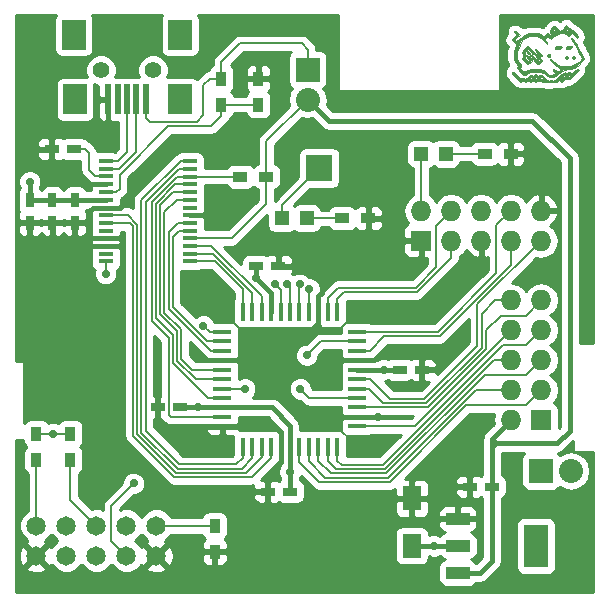
<source format=gtl>
G04 #@! TF.FileFunction,Copper,L1,Top,Signal*
%FSLAX46Y46*%
G04 Gerber Fmt 4.6, Leading zero omitted, Abs format (unit mm)*
G04 Created by KiCad (PCBNEW 4.0.2-stable) date 14/07/2016 12:59:32*
%MOMM*%
G01*
G04 APERTURE LIST*
%ADD10C,0.152400*%
%ADD11C,0.002540*%
%ADD12R,0.900000X1.200000*%
%ADD13R,1.200000X0.750000*%
%ADD14R,2.032000X3.657600*%
%ADD15R,2.032000X1.016000*%
%ADD16C,1.651000*%
%ADD17R,2.032000X2.032000*%
%ADD18O,2.032000X2.032000*%
%ADD19R,0.406400X1.524000*%
%ADD20R,1.524000X0.406400*%
%ADD21R,1.270000X0.406400*%
%ADD22R,0.497840X2.499360*%
%ADD23R,1.998980X2.499360*%
%ADD24C,1.407160*%
%ADD25R,1.200000X0.900000*%
%ADD26R,0.750000X1.200000*%
%ADD27R,1.600000X2.000000*%
%ADD28R,1.727200X1.727200*%
%ADD29O,1.727200X1.727200*%
%ADD30R,1.198880X1.198880*%
%ADD31R,2.235200X2.235200*%
%ADD32C,0.700000*%
%ADD33C,0.203100*%
%ADD34C,0.406400*%
%ADD35C,0.254000*%
G04 APERTURE END LIST*
D10*
D11*
G36*
X125165000Y-86102220D02*
X125106580Y-86191120D01*
X124961800Y-86358760D01*
X124758600Y-86567040D01*
X124524920Y-86782940D01*
X124451260Y-86831200D01*
X124451260Y-86561960D01*
X124438560Y-86536560D01*
X124336960Y-86493380D01*
X124309020Y-86506080D01*
X124268380Y-86607680D01*
X124278540Y-86635620D01*
X124382680Y-86676260D01*
X124408080Y-86666100D01*
X124451260Y-86561960D01*
X124451260Y-86831200D01*
X124372520Y-86884540D01*
X124276000Y-86884540D01*
X124250600Y-86866760D01*
X124149000Y-86823580D01*
X124027080Y-86887080D01*
X124027080Y-86561960D01*
X124016920Y-86536560D01*
X123912780Y-86493380D01*
X123887380Y-86506080D01*
X123844200Y-86607680D01*
X123856900Y-86635620D01*
X123958500Y-86676260D01*
X123986440Y-86666100D01*
X124027080Y-86561960D01*
X124027080Y-86887080D01*
X124011840Y-86897240D01*
X123940720Y-86963280D01*
X123783240Y-87087740D01*
X123780700Y-87087740D01*
X123780700Y-86828660D01*
X123768000Y-86798180D01*
X123691800Y-86716900D01*
X123676560Y-86711820D01*
X123641000Y-86777860D01*
X123641000Y-86798180D01*
X123704500Y-86879460D01*
X123729900Y-86882000D01*
X123780700Y-86828660D01*
X123780700Y-87087740D01*
X123671480Y-87097900D01*
X123592740Y-87047100D01*
X123468280Y-86981060D01*
X123394620Y-87036940D01*
X123285400Y-87082660D01*
X123056800Y-87110600D01*
X122757080Y-87123300D01*
X122431960Y-87123300D01*
X122134780Y-87108060D01*
X122117000Y-87102980D01*
X122117000Y-86798180D01*
X122048420Y-86721980D01*
X121990000Y-86711820D01*
X121875700Y-86757540D01*
X121863000Y-86798180D01*
X121929040Y-86871840D01*
X121990000Y-86882000D01*
X122101760Y-86836280D01*
X122117000Y-86798180D01*
X122117000Y-87102980D01*
X121908720Y-87075040D01*
X121807120Y-87031860D01*
X121715680Y-87016620D01*
X121639480Y-87059800D01*
X121609000Y-87072500D01*
X121609000Y-86798180D01*
X121542960Y-86714360D01*
X121522640Y-86711820D01*
X121441360Y-86777860D01*
X121438820Y-86798180D01*
X121502320Y-86879460D01*
X121522640Y-86882000D01*
X121606460Y-86815960D01*
X121609000Y-86798180D01*
X121609000Y-87072500D01*
X121504860Y-87118220D01*
X121421040Y-87067420D01*
X121299120Y-87014080D01*
X121207680Y-87067420D01*
X121184820Y-87075040D01*
X121184820Y-86798180D01*
X121118780Y-86714360D01*
X121101000Y-86711820D01*
X121017180Y-86777860D01*
X121014640Y-86798180D01*
X121080680Y-86879460D01*
X121101000Y-86882000D01*
X121182280Y-86815960D01*
X121184820Y-86798180D01*
X121184820Y-87075040D01*
X121078140Y-87118220D01*
X120996860Y-87067420D01*
X120872400Y-87016620D01*
X120788580Y-87062340D01*
X120648880Y-87110600D01*
X120557440Y-87057260D01*
X120430440Y-87006460D01*
X120382180Y-87047100D01*
X120316140Y-87118220D01*
X120227240Y-87108060D01*
X120085000Y-87003920D01*
X119864020Y-86790560D01*
X119838620Y-86762620D01*
X119622720Y-86513700D01*
X119526200Y-86340980D01*
X119541440Y-86264780D01*
X119658280Y-86300340D01*
X119869100Y-86460360D01*
X119958000Y-86544180D01*
X120189140Y-86747380D01*
X120336460Y-86821040D01*
X120377100Y-86800720D01*
X120463460Y-86747380D01*
X120554900Y-86800720D01*
X120659040Y-86838820D01*
X120786040Y-86757540D01*
X120874940Y-86658480D01*
X121027340Y-86508620D01*
X121136560Y-86483220D01*
X121202600Y-86521320D01*
X121334680Y-86579740D01*
X121421040Y-86526400D01*
X121540420Y-86475600D01*
X121631860Y-86526400D01*
X121763940Y-86577200D01*
X121847760Y-86523860D01*
X121936660Y-86493380D01*
X122073820Y-86564500D01*
X122282100Y-86749920D01*
X122490380Y-86937880D01*
X122627540Y-87011540D01*
X122726600Y-86986140D01*
X122731680Y-86981060D01*
X122863760Y-86930260D01*
X122947580Y-86986140D01*
X123033940Y-87014080D01*
X123166020Y-86945500D01*
X123371760Y-86765160D01*
X123453040Y-86686420D01*
X123719740Y-86440040D01*
X123902620Y-86318120D01*
X124024540Y-86307960D01*
X124098200Y-86394320D01*
X124154080Y-86457820D01*
X124197260Y-86394320D01*
X124296320Y-86305420D01*
X124420780Y-86300340D01*
X124486820Y-86381620D01*
X124486820Y-86389240D01*
X124537620Y-86401940D01*
X124667160Y-86313040D01*
X124723040Y-86262240D01*
X124923700Y-86102220D01*
X125081180Y-86036180D01*
X125159920Y-86074280D01*
X125165000Y-86102220D01*
X125165000Y-86102220D01*
X125165000Y-86102220D01*
G37*
X125165000Y-86102220D02*
X125106580Y-86191120D01*
X124961800Y-86358760D01*
X124758600Y-86567040D01*
X124524920Y-86782940D01*
X124451260Y-86831200D01*
X124451260Y-86561960D01*
X124438560Y-86536560D01*
X124336960Y-86493380D01*
X124309020Y-86506080D01*
X124268380Y-86607680D01*
X124278540Y-86635620D01*
X124382680Y-86676260D01*
X124408080Y-86666100D01*
X124451260Y-86561960D01*
X124451260Y-86831200D01*
X124372520Y-86884540D01*
X124276000Y-86884540D01*
X124250600Y-86866760D01*
X124149000Y-86823580D01*
X124027080Y-86887080D01*
X124027080Y-86561960D01*
X124016920Y-86536560D01*
X123912780Y-86493380D01*
X123887380Y-86506080D01*
X123844200Y-86607680D01*
X123856900Y-86635620D01*
X123958500Y-86676260D01*
X123986440Y-86666100D01*
X124027080Y-86561960D01*
X124027080Y-86887080D01*
X124011840Y-86897240D01*
X123940720Y-86963280D01*
X123783240Y-87087740D01*
X123780700Y-87087740D01*
X123780700Y-86828660D01*
X123768000Y-86798180D01*
X123691800Y-86716900D01*
X123676560Y-86711820D01*
X123641000Y-86777860D01*
X123641000Y-86798180D01*
X123704500Y-86879460D01*
X123729900Y-86882000D01*
X123780700Y-86828660D01*
X123780700Y-87087740D01*
X123671480Y-87097900D01*
X123592740Y-87047100D01*
X123468280Y-86981060D01*
X123394620Y-87036940D01*
X123285400Y-87082660D01*
X123056800Y-87110600D01*
X122757080Y-87123300D01*
X122431960Y-87123300D01*
X122134780Y-87108060D01*
X122117000Y-87102980D01*
X122117000Y-86798180D01*
X122048420Y-86721980D01*
X121990000Y-86711820D01*
X121875700Y-86757540D01*
X121863000Y-86798180D01*
X121929040Y-86871840D01*
X121990000Y-86882000D01*
X122101760Y-86836280D01*
X122117000Y-86798180D01*
X122117000Y-87102980D01*
X121908720Y-87075040D01*
X121807120Y-87031860D01*
X121715680Y-87016620D01*
X121639480Y-87059800D01*
X121609000Y-87072500D01*
X121609000Y-86798180D01*
X121542960Y-86714360D01*
X121522640Y-86711820D01*
X121441360Y-86777860D01*
X121438820Y-86798180D01*
X121502320Y-86879460D01*
X121522640Y-86882000D01*
X121606460Y-86815960D01*
X121609000Y-86798180D01*
X121609000Y-87072500D01*
X121504860Y-87118220D01*
X121421040Y-87067420D01*
X121299120Y-87014080D01*
X121207680Y-87067420D01*
X121184820Y-87075040D01*
X121184820Y-86798180D01*
X121118780Y-86714360D01*
X121101000Y-86711820D01*
X121017180Y-86777860D01*
X121014640Y-86798180D01*
X121080680Y-86879460D01*
X121101000Y-86882000D01*
X121182280Y-86815960D01*
X121184820Y-86798180D01*
X121184820Y-87075040D01*
X121078140Y-87118220D01*
X120996860Y-87067420D01*
X120872400Y-87016620D01*
X120788580Y-87062340D01*
X120648880Y-87110600D01*
X120557440Y-87057260D01*
X120430440Y-87006460D01*
X120382180Y-87047100D01*
X120316140Y-87118220D01*
X120227240Y-87108060D01*
X120085000Y-87003920D01*
X119864020Y-86790560D01*
X119838620Y-86762620D01*
X119622720Y-86513700D01*
X119526200Y-86340980D01*
X119541440Y-86264780D01*
X119658280Y-86300340D01*
X119869100Y-86460360D01*
X119958000Y-86544180D01*
X120189140Y-86747380D01*
X120336460Y-86821040D01*
X120377100Y-86800720D01*
X120463460Y-86747380D01*
X120554900Y-86800720D01*
X120659040Y-86838820D01*
X120786040Y-86757540D01*
X120874940Y-86658480D01*
X121027340Y-86508620D01*
X121136560Y-86483220D01*
X121202600Y-86521320D01*
X121334680Y-86579740D01*
X121421040Y-86526400D01*
X121540420Y-86475600D01*
X121631860Y-86526400D01*
X121763940Y-86577200D01*
X121847760Y-86523860D01*
X121936660Y-86493380D01*
X122073820Y-86564500D01*
X122282100Y-86749920D01*
X122490380Y-86937880D01*
X122627540Y-87011540D01*
X122726600Y-86986140D01*
X122731680Y-86981060D01*
X122863760Y-86930260D01*
X122947580Y-86986140D01*
X123033940Y-87014080D01*
X123166020Y-86945500D01*
X123371760Y-86765160D01*
X123453040Y-86686420D01*
X123719740Y-86440040D01*
X123902620Y-86318120D01*
X124024540Y-86307960D01*
X124098200Y-86394320D01*
X124154080Y-86457820D01*
X124197260Y-86394320D01*
X124296320Y-86305420D01*
X124420780Y-86300340D01*
X124486820Y-86381620D01*
X124486820Y-86389240D01*
X124537620Y-86401940D01*
X124667160Y-86313040D01*
X124723040Y-86262240D01*
X124923700Y-86102220D01*
X125081180Y-86036180D01*
X125159920Y-86074280D01*
X125165000Y-86102220D01*
X125165000Y-86102220D01*
G36*
X125586640Y-85093840D02*
X125525680Y-85231000D01*
X125370740Y-85426580D01*
X125162460Y-85637400D01*
X124946560Y-85817740D01*
X124806860Y-85904100D01*
X124532540Y-85995540D01*
X124237900Y-86033640D01*
X124232820Y-86036180D01*
X123895000Y-86104760D01*
X123689260Y-86247000D01*
X123521620Y-86386700D01*
X123404780Y-86455280D01*
X123392080Y-86457820D01*
X123285400Y-86516240D01*
X123216820Y-86584820D01*
X123023780Y-86696580D01*
X122767240Y-86704200D01*
X122508160Y-86610220D01*
X122371000Y-86501000D01*
X122249080Y-86391780D01*
X122114460Y-86328280D01*
X121913800Y-86297800D01*
X121603920Y-86290180D01*
X121517560Y-86290180D01*
X121139100Y-86300340D01*
X120900340Y-86338440D01*
X120770800Y-86404480D01*
X120760640Y-86417180D01*
X120631100Y-86521320D01*
X120486320Y-86511160D01*
X120298360Y-86374000D01*
X120171360Y-86249540D01*
X120001180Y-86053960D01*
X119950380Y-85926960D01*
X119985940Y-85840600D01*
X120024040Y-85731380D01*
X119942760Y-85596760D01*
X119871640Y-85525640D01*
X119744640Y-85378320D01*
X119681140Y-85200520D01*
X119660820Y-84931280D01*
X119660820Y-84844920D01*
X119686220Y-84486780D01*
X119762420Y-84283580D01*
X119787820Y-84258180D01*
X119899580Y-84105780D01*
X119869100Y-83940680D01*
X119701460Y-83747640D01*
X119488100Y-83549520D01*
X119704000Y-83323460D01*
X119838620Y-83165980D01*
X119861480Y-83069460D01*
X119790360Y-82990720D01*
X119706540Y-82868800D01*
X119711620Y-82802760D01*
X119800520Y-82797680D01*
X119945300Y-82891660D01*
X119965620Y-82911980D01*
X120171360Y-83102480D01*
X119950380Y-83331080D01*
X119808140Y-83511420D01*
X119790360Y-83605400D01*
X119876720Y-83615560D01*
X120046900Y-83541900D01*
X120278040Y-83381880D01*
X120336460Y-83333620D01*
X120570140Y-83148200D01*
X120753020Y-83044060D01*
X120953680Y-82998340D01*
X121240700Y-82988180D01*
X121319440Y-82988180D01*
X121690280Y-83003420D01*
X121931580Y-83056760D01*
X122045880Y-83127880D01*
X122175420Y-83221860D01*
X122279560Y-83191380D01*
X122355760Y-83127880D01*
X122525940Y-83005960D01*
X122652940Y-83023740D01*
X122754540Y-83135500D01*
X122866300Y-83224400D01*
X122934880Y-83211700D01*
X122932340Y-83117720D01*
X122848520Y-83028820D01*
X122741840Y-82863720D01*
X122782480Y-82655440D01*
X122950120Y-82447160D01*
X123059340Y-82368420D01*
X123148240Y-82388740D01*
X123272700Y-82525900D01*
X123300640Y-82561460D01*
X123468280Y-82751960D01*
X123607980Y-82800220D01*
X123762920Y-82703700D01*
X123905160Y-82551300D01*
X124131220Y-82284600D01*
X124339500Y-82508120D01*
X124499520Y-82657980D01*
X124616360Y-82731640D01*
X124629060Y-82734180D01*
X124756060Y-82792600D01*
X124908460Y-82937380D01*
X125045620Y-83115180D01*
X125119280Y-83270120D01*
X125116740Y-83333620D01*
X125038000Y-83364100D01*
X124908460Y-83259960D01*
X124850040Y-83191380D01*
X124712880Y-83036440D01*
X124629060Y-83003420D01*
X124550320Y-83077080D01*
X124537620Y-83092320D01*
X124385220Y-83224400D01*
X124255680Y-83204080D01*
X124232820Y-83165980D01*
X124232820Y-82691000D01*
X124187100Y-82576700D01*
X124149000Y-82564000D01*
X124072800Y-82632580D01*
X124062640Y-82691000D01*
X124108360Y-82802760D01*
X124149000Y-82818000D01*
X124222660Y-82749420D01*
X124232820Y-82691000D01*
X124232820Y-83165980D01*
X124202340Y-83117720D01*
X124115980Y-83038980D01*
X123912780Y-83008500D01*
X123707040Y-83011040D01*
X123412400Y-83038980D01*
X123216820Y-83112640D01*
X123133000Y-83183760D01*
X123133000Y-82691000D01*
X123087280Y-82576700D01*
X123046640Y-82564000D01*
X122972980Y-82632580D01*
X122962820Y-82691000D01*
X123008540Y-82802760D01*
X123046640Y-82818000D01*
X123122840Y-82749420D01*
X123133000Y-82691000D01*
X123133000Y-83183760D01*
X123051720Y-83257420D01*
X123051720Y-83259960D01*
X122906940Y-83404740D01*
X122810420Y-83435220D01*
X122703740Y-83364100D01*
X122688500Y-83351400D01*
X122561500Y-83257420D01*
X122462440Y-83285360D01*
X122393860Y-83348860D01*
X122302420Y-83463160D01*
X122327820Y-83564760D01*
X122409100Y-83661280D01*
X122508160Y-83803520D01*
X122515780Y-83884800D01*
X122439580Y-83854320D01*
X122289720Y-83724780D01*
X122155100Y-83587620D01*
X121979840Y-83402200D01*
X121835060Y-83298060D01*
X121664880Y-83252340D01*
X121405800Y-83242180D01*
X121276260Y-83242180D01*
X120963840Y-83247260D01*
X120763180Y-83280280D01*
X120613320Y-83359020D01*
X120458380Y-83501260D01*
X120438060Y-83519040D01*
X120252640Y-83765420D01*
X120168820Y-83994020D01*
X120168820Y-84016880D01*
X120120560Y-84225160D01*
X120041820Y-84342000D01*
X119950380Y-84509640D01*
X119914820Y-84799200D01*
X119914820Y-84834760D01*
X119942760Y-85131940D01*
X120049440Y-85350380D01*
X120138340Y-85454520D01*
X120278040Y-85622160D01*
X120303440Y-85733920D01*
X120252640Y-85822820D01*
X120191680Y-85942200D01*
X120265340Y-86046340D01*
X120303440Y-86076820D01*
X120516800Y-86183500D01*
X120709840Y-86186040D01*
X120803820Y-86120000D01*
X120907960Y-86079360D01*
X121136560Y-86048880D01*
X121443900Y-86036180D01*
X121512480Y-86036180D01*
X121850300Y-86038720D01*
X122068740Y-86061580D01*
X122216060Y-86117460D01*
X122343060Y-86219060D01*
X122411640Y-86290180D01*
X122650400Y-86485760D01*
X122858680Y-86534020D01*
X123041560Y-86462900D01*
X123120300Y-86379080D01*
X123061880Y-86264780D01*
X123051720Y-86252080D01*
X122978060Y-86109840D01*
X123028860Y-86053960D01*
X123160940Y-86114920D01*
X123193960Y-86142860D01*
X123366680Y-86226680D01*
X123511460Y-86198740D01*
X123582580Y-86081900D01*
X123552100Y-85942200D01*
X123455580Y-85827900D01*
X123394620Y-85817740D01*
X123305720Y-85784720D01*
X123140620Y-85657720D01*
X123000920Y-85523100D01*
X122838360Y-85342760D01*
X122757080Y-85220840D01*
X122762160Y-85187820D01*
X122879000Y-85246240D01*
X123013620Y-85368160D01*
X123209200Y-85530720D01*
X123445420Y-85665340D01*
X123674020Y-85728840D01*
X123963580Y-85766940D01*
X124263300Y-85779640D01*
X124519840Y-85761860D01*
X124677320Y-85716140D01*
X124697640Y-85695820D01*
X124819560Y-85619620D01*
X124875440Y-85612000D01*
X125012600Y-85548500D01*
X125185320Y-85398640D01*
X125335180Y-85220840D01*
X125413920Y-85065900D01*
X125413920Y-85050660D01*
X125358040Y-84921120D01*
X125294540Y-84852540D01*
X125198020Y-84720460D01*
X125078640Y-84484240D01*
X124992280Y-84270880D01*
X124862740Y-83973700D01*
X124723040Y-83717160D01*
X124634140Y-83600320D01*
X124537620Y-83470780D01*
X124542700Y-83409820D01*
X124550320Y-83409820D01*
X124659540Y-83473320D01*
X124804320Y-83618100D01*
X124933860Y-83785740D01*
X124994820Y-83917820D01*
X124994820Y-83925440D01*
X125035460Y-84027040D01*
X125139600Y-84232780D01*
X125286920Y-84494400D01*
X125292000Y-84499480D01*
X125439320Y-84766180D01*
X125546000Y-84979540D01*
X125586640Y-85093840D01*
X125586640Y-85093840D01*
X125586640Y-85093840D01*
G37*
X125586640Y-85093840D02*
X125525680Y-85231000D01*
X125370740Y-85426580D01*
X125162460Y-85637400D01*
X124946560Y-85817740D01*
X124806860Y-85904100D01*
X124532540Y-85995540D01*
X124237900Y-86033640D01*
X124232820Y-86036180D01*
X123895000Y-86104760D01*
X123689260Y-86247000D01*
X123521620Y-86386700D01*
X123404780Y-86455280D01*
X123392080Y-86457820D01*
X123285400Y-86516240D01*
X123216820Y-86584820D01*
X123023780Y-86696580D01*
X122767240Y-86704200D01*
X122508160Y-86610220D01*
X122371000Y-86501000D01*
X122249080Y-86391780D01*
X122114460Y-86328280D01*
X121913800Y-86297800D01*
X121603920Y-86290180D01*
X121517560Y-86290180D01*
X121139100Y-86300340D01*
X120900340Y-86338440D01*
X120770800Y-86404480D01*
X120760640Y-86417180D01*
X120631100Y-86521320D01*
X120486320Y-86511160D01*
X120298360Y-86374000D01*
X120171360Y-86249540D01*
X120001180Y-86053960D01*
X119950380Y-85926960D01*
X119985940Y-85840600D01*
X120024040Y-85731380D01*
X119942760Y-85596760D01*
X119871640Y-85525640D01*
X119744640Y-85378320D01*
X119681140Y-85200520D01*
X119660820Y-84931280D01*
X119660820Y-84844920D01*
X119686220Y-84486780D01*
X119762420Y-84283580D01*
X119787820Y-84258180D01*
X119899580Y-84105780D01*
X119869100Y-83940680D01*
X119701460Y-83747640D01*
X119488100Y-83549520D01*
X119704000Y-83323460D01*
X119838620Y-83165980D01*
X119861480Y-83069460D01*
X119790360Y-82990720D01*
X119706540Y-82868800D01*
X119711620Y-82802760D01*
X119800520Y-82797680D01*
X119945300Y-82891660D01*
X119965620Y-82911980D01*
X120171360Y-83102480D01*
X119950380Y-83331080D01*
X119808140Y-83511420D01*
X119790360Y-83605400D01*
X119876720Y-83615560D01*
X120046900Y-83541900D01*
X120278040Y-83381880D01*
X120336460Y-83333620D01*
X120570140Y-83148200D01*
X120753020Y-83044060D01*
X120953680Y-82998340D01*
X121240700Y-82988180D01*
X121319440Y-82988180D01*
X121690280Y-83003420D01*
X121931580Y-83056760D01*
X122045880Y-83127880D01*
X122175420Y-83221860D01*
X122279560Y-83191380D01*
X122355760Y-83127880D01*
X122525940Y-83005960D01*
X122652940Y-83023740D01*
X122754540Y-83135500D01*
X122866300Y-83224400D01*
X122934880Y-83211700D01*
X122932340Y-83117720D01*
X122848520Y-83028820D01*
X122741840Y-82863720D01*
X122782480Y-82655440D01*
X122950120Y-82447160D01*
X123059340Y-82368420D01*
X123148240Y-82388740D01*
X123272700Y-82525900D01*
X123300640Y-82561460D01*
X123468280Y-82751960D01*
X123607980Y-82800220D01*
X123762920Y-82703700D01*
X123905160Y-82551300D01*
X124131220Y-82284600D01*
X124339500Y-82508120D01*
X124499520Y-82657980D01*
X124616360Y-82731640D01*
X124629060Y-82734180D01*
X124756060Y-82792600D01*
X124908460Y-82937380D01*
X125045620Y-83115180D01*
X125119280Y-83270120D01*
X125116740Y-83333620D01*
X125038000Y-83364100D01*
X124908460Y-83259960D01*
X124850040Y-83191380D01*
X124712880Y-83036440D01*
X124629060Y-83003420D01*
X124550320Y-83077080D01*
X124537620Y-83092320D01*
X124385220Y-83224400D01*
X124255680Y-83204080D01*
X124232820Y-83165980D01*
X124232820Y-82691000D01*
X124187100Y-82576700D01*
X124149000Y-82564000D01*
X124072800Y-82632580D01*
X124062640Y-82691000D01*
X124108360Y-82802760D01*
X124149000Y-82818000D01*
X124222660Y-82749420D01*
X124232820Y-82691000D01*
X124232820Y-83165980D01*
X124202340Y-83117720D01*
X124115980Y-83038980D01*
X123912780Y-83008500D01*
X123707040Y-83011040D01*
X123412400Y-83038980D01*
X123216820Y-83112640D01*
X123133000Y-83183760D01*
X123133000Y-82691000D01*
X123087280Y-82576700D01*
X123046640Y-82564000D01*
X122972980Y-82632580D01*
X122962820Y-82691000D01*
X123008540Y-82802760D01*
X123046640Y-82818000D01*
X123122840Y-82749420D01*
X123133000Y-82691000D01*
X123133000Y-83183760D01*
X123051720Y-83257420D01*
X123051720Y-83259960D01*
X122906940Y-83404740D01*
X122810420Y-83435220D01*
X122703740Y-83364100D01*
X122688500Y-83351400D01*
X122561500Y-83257420D01*
X122462440Y-83285360D01*
X122393860Y-83348860D01*
X122302420Y-83463160D01*
X122327820Y-83564760D01*
X122409100Y-83661280D01*
X122508160Y-83803520D01*
X122515780Y-83884800D01*
X122439580Y-83854320D01*
X122289720Y-83724780D01*
X122155100Y-83587620D01*
X121979840Y-83402200D01*
X121835060Y-83298060D01*
X121664880Y-83252340D01*
X121405800Y-83242180D01*
X121276260Y-83242180D01*
X120963840Y-83247260D01*
X120763180Y-83280280D01*
X120613320Y-83359020D01*
X120458380Y-83501260D01*
X120438060Y-83519040D01*
X120252640Y-83765420D01*
X120168820Y-83994020D01*
X120168820Y-84016880D01*
X120120560Y-84225160D01*
X120041820Y-84342000D01*
X119950380Y-84509640D01*
X119914820Y-84799200D01*
X119914820Y-84834760D01*
X119942760Y-85131940D01*
X120049440Y-85350380D01*
X120138340Y-85454520D01*
X120278040Y-85622160D01*
X120303440Y-85733920D01*
X120252640Y-85822820D01*
X120191680Y-85942200D01*
X120265340Y-86046340D01*
X120303440Y-86076820D01*
X120516800Y-86183500D01*
X120709840Y-86186040D01*
X120803820Y-86120000D01*
X120907960Y-86079360D01*
X121136560Y-86048880D01*
X121443900Y-86036180D01*
X121512480Y-86036180D01*
X121850300Y-86038720D01*
X122068740Y-86061580D01*
X122216060Y-86117460D01*
X122343060Y-86219060D01*
X122411640Y-86290180D01*
X122650400Y-86485760D01*
X122858680Y-86534020D01*
X123041560Y-86462900D01*
X123120300Y-86379080D01*
X123061880Y-86264780D01*
X123051720Y-86252080D01*
X122978060Y-86109840D01*
X123028860Y-86053960D01*
X123160940Y-86114920D01*
X123193960Y-86142860D01*
X123366680Y-86226680D01*
X123511460Y-86198740D01*
X123582580Y-86081900D01*
X123552100Y-85942200D01*
X123455580Y-85827900D01*
X123394620Y-85817740D01*
X123305720Y-85784720D01*
X123140620Y-85657720D01*
X123000920Y-85523100D01*
X122838360Y-85342760D01*
X122757080Y-85220840D01*
X122762160Y-85187820D01*
X122879000Y-85246240D01*
X123013620Y-85368160D01*
X123209200Y-85530720D01*
X123445420Y-85665340D01*
X123674020Y-85728840D01*
X123963580Y-85766940D01*
X124263300Y-85779640D01*
X124519840Y-85761860D01*
X124677320Y-85716140D01*
X124697640Y-85695820D01*
X124819560Y-85619620D01*
X124875440Y-85612000D01*
X125012600Y-85548500D01*
X125185320Y-85398640D01*
X125335180Y-85220840D01*
X125413920Y-85065900D01*
X125413920Y-85050660D01*
X125358040Y-84921120D01*
X125294540Y-84852540D01*
X125198020Y-84720460D01*
X125078640Y-84484240D01*
X124992280Y-84270880D01*
X124862740Y-83973700D01*
X124723040Y-83717160D01*
X124634140Y-83600320D01*
X124537620Y-83470780D01*
X124542700Y-83409820D01*
X124550320Y-83409820D01*
X124659540Y-83473320D01*
X124804320Y-83618100D01*
X124933860Y-83785740D01*
X124994820Y-83917820D01*
X124994820Y-83925440D01*
X125035460Y-84027040D01*
X125139600Y-84232780D01*
X125286920Y-84494400D01*
X125292000Y-84499480D01*
X125439320Y-84766180D01*
X125546000Y-84979540D01*
X125586640Y-85093840D01*
X125586640Y-85093840D01*
G36*
X122091600Y-85248780D02*
X122078900Y-85327520D01*
X121967140Y-85441820D01*
X121863000Y-85525640D01*
X121863000Y-85274180D01*
X121796960Y-85190360D01*
X121776640Y-85187820D01*
X121695360Y-85253860D01*
X121692820Y-85274180D01*
X121756320Y-85355460D01*
X121776640Y-85358000D01*
X121860460Y-85291960D01*
X121863000Y-85274180D01*
X121863000Y-85525640D01*
X121804580Y-85576440D01*
X121690280Y-85586600D01*
X121563280Y-85467220D01*
X121502320Y-85393560D01*
X121329600Y-85172580D01*
X121141640Y-85393560D01*
X120986700Y-85551040D01*
X120862240Y-85589140D01*
X120714920Y-85505320D01*
X120554900Y-85358000D01*
X120402500Y-85190360D01*
X120364400Y-85078600D01*
X120417740Y-84982080D01*
X120486320Y-84847460D01*
X120420280Y-84720460D01*
X120369480Y-84613780D01*
X120417740Y-84494400D01*
X120552360Y-84339460D01*
X120720000Y-84181980D01*
X120841920Y-84093080D01*
X120864780Y-84088000D01*
X120968920Y-84146420D01*
X121128940Y-84288660D01*
X121291500Y-84461380D01*
X121410880Y-84616320D01*
X121438820Y-84682360D01*
X121370240Y-84756020D01*
X121311820Y-84766180D01*
X121197520Y-84715380D01*
X121184820Y-84674740D01*
X121128940Y-84547740D01*
X121009560Y-84410580D01*
X120892720Y-84342000D01*
X120887640Y-84342000D01*
X120775880Y-84402960D01*
X120653960Y-84535040D01*
X120593000Y-84662040D01*
X120593000Y-84667120D01*
X120656500Y-84773800D01*
X120697140Y-84799200D01*
X120760640Y-84855080D01*
X120697140Y-84898260D01*
X120600620Y-84997320D01*
X120593000Y-85032880D01*
X120648880Y-85154800D01*
X120768260Y-85289420D01*
X120882560Y-85358000D01*
X120887640Y-85358000D01*
X121001940Y-85294500D01*
X121123860Y-85159880D01*
X121184820Y-85030340D01*
X121184820Y-85025260D01*
X121253400Y-84943980D01*
X121311820Y-84933820D01*
X121423580Y-85002400D01*
X121438820Y-85060820D01*
X121484540Y-85175120D01*
X121522640Y-85187820D01*
X121598840Y-85119240D01*
X121609000Y-85060820D01*
X121563280Y-84949060D01*
X121522640Y-84933820D01*
X121441360Y-84870320D01*
X121438820Y-84850000D01*
X121497240Y-84773800D01*
X121616620Y-84778880D01*
X121710600Y-84857620D01*
X121715680Y-84870320D01*
X121786800Y-84933820D01*
X121817280Y-84918580D01*
X121804580Y-84829680D01*
X121690280Y-84684900D01*
X121652180Y-84646800D01*
X121517560Y-84486780D01*
X121474380Y-84359780D01*
X121479460Y-84344540D01*
X121568360Y-84342000D01*
X121736000Y-84461380D01*
X121842680Y-84560440D01*
X122017940Y-84743320D01*
X122083980Y-84847460D01*
X122053500Y-84913500D01*
X121992540Y-84954140D01*
X121880780Y-85030340D01*
X121911260Y-85096380D01*
X121990000Y-85157340D01*
X122091600Y-85248780D01*
X122091600Y-85248780D01*
X122091600Y-85248780D01*
G37*
X122091600Y-85248780D02*
X122078900Y-85327520D01*
X121967140Y-85441820D01*
X121863000Y-85525640D01*
X121863000Y-85274180D01*
X121796960Y-85190360D01*
X121776640Y-85187820D01*
X121695360Y-85253860D01*
X121692820Y-85274180D01*
X121756320Y-85355460D01*
X121776640Y-85358000D01*
X121860460Y-85291960D01*
X121863000Y-85274180D01*
X121863000Y-85525640D01*
X121804580Y-85576440D01*
X121690280Y-85586600D01*
X121563280Y-85467220D01*
X121502320Y-85393560D01*
X121329600Y-85172580D01*
X121141640Y-85393560D01*
X120986700Y-85551040D01*
X120862240Y-85589140D01*
X120714920Y-85505320D01*
X120554900Y-85358000D01*
X120402500Y-85190360D01*
X120364400Y-85078600D01*
X120417740Y-84982080D01*
X120486320Y-84847460D01*
X120420280Y-84720460D01*
X120369480Y-84613780D01*
X120417740Y-84494400D01*
X120552360Y-84339460D01*
X120720000Y-84181980D01*
X120841920Y-84093080D01*
X120864780Y-84088000D01*
X120968920Y-84146420D01*
X121128940Y-84288660D01*
X121291500Y-84461380D01*
X121410880Y-84616320D01*
X121438820Y-84682360D01*
X121370240Y-84756020D01*
X121311820Y-84766180D01*
X121197520Y-84715380D01*
X121184820Y-84674740D01*
X121128940Y-84547740D01*
X121009560Y-84410580D01*
X120892720Y-84342000D01*
X120887640Y-84342000D01*
X120775880Y-84402960D01*
X120653960Y-84535040D01*
X120593000Y-84662040D01*
X120593000Y-84667120D01*
X120656500Y-84773800D01*
X120697140Y-84799200D01*
X120760640Y-84855080D01*
X120697140Y-84898260D01*
X120600620Y-84997320D01*
X120593000Y-85032880D01*
X120648880Y-85154800D01*
X120768260Y-85289420D01*
X120882560Y-85358000D01*
X120887640Y-85358000D01*
X121001940Y-85294500D01*
X121123860Y-85159880D01*
X121184820Y-85030340D01*
X121184820Y-85025260D01*
X121253400Y-84943980D01*
X121311820Y-84933820D01*
X121423580Y-85002400D01*
X121438820Y-85060820D01*
X121484540Y-85175120D01*
X121522640Y-85187820D01*
X121598840Y-85119240D01*
X121609000Y-85060820D01*
X121563280Y-84949060D01*
X121522640Y-84933820D01*
X121441360Y-84870320D01*
X121438820Y-84850000D01*
X121497240Y-84773800D01*
X121616620Y-84778880D01*
X121710600Y-84857620D01*
X121715680Y-84870320D01*
X121786800Y-84933820D01*
X121817280Y-84918580D01*
X121804580Y-84829680D01*
X121690280Y-84684900D01*
X121652180Y-84646800D01*
X121517560Y-84486780D01*
X121474380Y-84359780D01*
X121479460Y-84344540D01*
X121568360Y-84342000D01*
X121736000Y-84461380D01*
X121842680Y-84560440D01*
X122017940Y-84743320D01*
X122083980Y-84847460D01*
X122053500Y-84913500D01*
X121992540Y-84954140D01*
X121880780Y-85030340D01*
X121911260Y-85096380D01*
X121990000Y-85157340D01*
X122091600Y-85248780D01*
X122091600Y-85248780D01*
G36*
X121182280Y-84855080D02*
X121121320Y-84898260D01*
X121022260Y-85017640D01*
X121014640Y-85068440D01*
X120946060Y-85175120D01*
X120887640Y-85187820D01*
X120775880Y-85119240D01*
X120760640Y-85060820D01*
X120829220Y-84949060D01*
X120887640Y-84933820D01*
X121001940Y-84888100D01*
X121014640Y-84850000D01*
X120946060Y-84773800D01*
X120887640Y-84766180D01*
X120775880Y-84697600D01*
X120760640Y-84639180D01*
X120829220Y-84524880D01*
X120887640Y-84512180D01*
X120999400Y-84575680D01*
X121014640Y-84631560D01*
X121080680Y-84771260D01*
X121121320Y-84799200D01*
X121182280Y-84855080D01*
X121182280Y-84855080D01*
X121182280Y-84855080D01*
G37*
X121182280Y-84855080D02*
X121121320Y-84898260D01*
X121022260Y-85017640D01*
X121014640Y-85068440D01*
X120946060Y-85175120D01*
X120887640Y-85187820D01*
X120775880Y-85119240D01*
X120760640Y-85060820D01*
X120829220Y-84949060D01*
X120887640Y-84933820D01*
X121001940Y-84888100D01*
X121014640Y-84850000D01*
X120946060Y-84773800D01*
X120887640Y-84766180D01*
X120775880Y-84697600D01*
X120760640Y-84639180D01*
X120829220Y-84524880D01*
X120887640Y-84512180D01*
X120999400Y-84575680D01*
X121014640Y-84631560D01*
X121080680Y-84771260D01*
X121121320Y-84799200D01*
X121182280Y-84855080D01*
X121182280Y-84855080D01*
G36*
X124278540Y-85076060D02*
X124215040Y-85170040D01*
X124149000Y-85187820D01*
X124037240Y-85126860D01*
X124024540Y-85109080D01*
X124029620Y-85010020D01*
X124131220Y-84956680D01*
X124232820Y-84977000D01*
X124278540Y-85076060D01*
X124278540Y-85076060D01*
X124278540Y-85076060D01*
G37*
X124278540Y-85076060D02*
X124215040Y-85170040D01*
X124149000Y-85187820D01*
X124037240Y-85126860D01*
X124024540Y-85109080D01*
X124029620Y-85010020D01*
X124131220Y-84956680D01*
X124232820Y-84977000D01*
X124278540Y-85076060D01*
X124278540Y-85076060D01*
G36*
X124870360Y-85076060D02*
X124806860Y-85170040D01*
X124740820Y-85187820D01*
X124629060Y-85126860D01*
X124616360Y-85109080D01*
X124621440Y-85010020D01*
X124723040Y-84956680D01*
X124827180Y-84977000D01*
X124870360Y-85076060D01*
X124870360Y-85076060D01*
X124870360Y-85076060D01*
G37*
X124870360Y-85076060D02*
X124806860Y-85170040D01*
X124740820Y-85187820D01*
X124629060Y-85126860D01*
X124616360Y-85109080D01*
X124621440Y-85010020D01*
X124723040Y-84956680D01*
X124827180Y-84977000D01*
X124870360Y-85076060D01*
X124870360Y-85076060D01*
G36*
X122764700Y-84872860D02*
X122703740Y-84992240D01*
X122625000Y-85020180D01*
X122515780Y-84956680D01*
X122492920Y-84926200D01*
X122482760Y-84796660D01*
X122571660Y-84710300D01*
X122693580Y-84720460D01*
X122718980Y-84740780D01*
X122764700Y-84872860D01*
X122764700Y-84872860D01*
X122764700Y-84872860D01*
G37*
X122764700Y-84872860D02*
X122703740Y-84992240D01*
X122625000Y-85020180D01*
X122515780Y-84956680D01*
X122492920Y-84926200D01*
X122482760Y-84796660D01*
X122571660Y-84710300D01*
X122693580Y-84720460D01*
X122718980Y-84740780D01*
X122764700Y-84872860D01*
X122764700Y-84872860D01*
G36*
X123790860Y-84169280D02*
X123788320Y-84194680D01*
X123689260Y-84273420D01*
X123498760Y-84321680D01*
X123305720Y-84329300D01*
X123191420Y-84288660D01*
X123133000Y-84174360D01*
X123234600Y-84108320D01*
X123478440Y-84088000D01*
X123712120Y-84108320D01*
X123790860Y-84169280D01*
X123790860Y-84169280D01*
X123790860Y-84169280D01*
G37*
X123790860Y-84169280D02*
X123788320Y-84194680D01*
X123689260Y-84273420D01*
X123498760Y-84321680D01*
X123305720Y-84329300D01*
X123191420Y-84288660D01*
X123133000Y-84174360D01*
X123234600Y-84108320D01*
X123478440Y-84088000D01*
X123712120Y-84108320D01*
X123790860Y-84169280D01*
X123790860Y-84169280D01*
G36*
X124636680Y-84184520D02*
X124634140Y-84194680D01*
X124532540Y-84281040D01*
X124349660Y-84329300D01*
X124176940Y-84319140D01*
X124123600Y-84288660D01*
X124065180Y-84171820D01*
X124166780Y-84105780D01*
X124367440Y-84088000D01*
X124580800Y-84110860D01*
X124636680Y-84184520D01*
X124636680Y-84184520D01*
X124636680Y-84184520D01*
G37*
X124636680Y-84184520D02*
X124634140Y-84194680D01*
X124532540Y-84281040D01*
X124349660Y-84329300D01*
X124176940Y-84319140D01*
X124123600Y-84288660D01*
X124065180Y-84171820D01*
X124166780Y-84105780D01*
X124367440Y-84088000D01*
X124580800Y-84110860D01*
X124636680Y-84184520D01*
X124636680Y-84184520D01*
D12*
X79250000Y-116900000D03*
X79250000Y-119100000D03*
X82125000Y-116900000D03*
X82125000Y-119100000D03*
X94350000Y-124700000D03*
X94350000Y-126900000D03*
D13*
X117825000Y-121375000D03*
X115925000Y-121375000D03*
D14*
X121552000Y-126400000D03*
D15*
X114948000Y-126400000D03*
X114948000Y-128686000D03*
X114948000Y-124114000D03*
D16*
X79245000Y-127220000D03*
X79245000Y-124680000D03*
X81785000Y-127220000D03*
X81785000Y-124680000D03*
X84325000Y-127220000D03*
X84325000Y-124680000D03*
X86865000Y-127220000D03*
X86865000Y-124680000D03*
X89405000Y-127220000D03*
X89405000Y-124680000D03*
D17*
X102225000Y-86075000D03*
D18*
X102225000Y-88615000D03*
D19*
X100725000Y-106560000D03*
X99924900Y-106560000D03*
X99124800Y-106560000D03*
X98324700Y-106560000D03*
X97524600Y-106560000D03*
X96724500Y-106560000D03*
X101525100Y-106560000D03*
X102325200Y-106560000D03*
X103125300Y-106560000D03*
X103925400Y-106560000D03*
X104725500Y-106560000D03*
X100725000Y-117990000D03*
X99924900Y-117990000D03*
X99124800Y-117990000D03*
X98324700Y-117990000D03*
X97524600Y-117990000D03*
X96724500Y-117990000D03*
X101525100Y-117990000D03*
X102325200Y-117990000D03*
X103125300Y-117990000D03*
X103925400Y-117990000D03*
X104725500Y-117990000D03*
D20*
X95010000Y-112275000D03*
X106440000Y-112275000D03*
X95010000Y-113075100D03*
X106440000Y-113075100D03*
X106440000Y-113875200D03*
X95010000Y-113875200D03*
X95010000Y-114675300D03*
X106440000Y-114675300D03*
X106440000Y-115475400D03*
X95010000Y-115475400D03*
X95010000Y-116275500D03*
X106440000Y-116275500D03*
X106440000Y-111474900D03*
X95010000Y-111474900D03*
X95010000Y-110674800D03*
X106440000Y-110674800D03*
X106440000Y-109874700D03*
X95010000Y-109874700D03*
X95010000Y-109074600D03*
X106440000Y-109074600D03*
X106440000Y-108274500D03*
X95010000Y-108274500D03*
D21*
X92231000Y-102291000D03*
X92231000Y-101656000D03*
X92231000Y-100995600D03*
X92231000Y-100335200D03*
X92231000Y-99700200D03*
X92231000Y-99039800D03*
X92231000Y-98379400D03*
X92231000Y-97744400D03*
X92231000Y-97084000D03*
X92231000Y-96449000D03*
X92231000Y-95788600D03*
X92231000Y-95128200D03*
X92231000Y-94493200D03*
X92231000Y-93832800D03*
X85119000Y-93832800D03*
X85119000Y-94493200D03*
X85119000Y-95102800D03*
X85119000Y-95788600D03*
X85119000Y-96449000D03*
X85119000Y-97084000D03*
X85119000Y-97744400D03*
X85119000Y-98379400D03*
X85119000Y-99039800D03*
X85119000Y-99700200D03*
X85119000Y-100335200D03*
X85119000Y-100995600D03*
X85119000Y-101656000D03*
X85119000Y-102291000D03*
D22*
X86925000Y-88599360D03*
X87722560Y-88599360D03*
X85327340Y-88599360D03*
X86127440Y-88599360D03*
D23*
X82426660Y-83100260D03*
X91423340Y-83100260D03*
X82525720Y-88599360D03*
X91423340Y-88599360D03*
D24*
X89124640Y-86100000D03*
X84725360Y-86100000D03*
D22*
X88522660Y-88599360D03*
D12*
X94925000Y-89025000D03*
X94925000Y-86825000D03*
X98050000Y-86825000D03*
X98050000Y-89025000D03*
D25*
X98725000Y-95125000D03*
X96525000Y-95125000D03*
D26*
X78700000Y-97125000D03*
X78700000Y-99025000D03*
X80600000Y-97125000D03*
X80600000Y-99025000D03*
X82500000Y-97125000D03*
X82500000Y-99025000D03*
D13*
X82450000Y-92800000D03*
X80550000Y-92800000D03*
X91425000Y-114675000D03*
X89525000Y-114675000D03*
X100750000Y-121800000D03*
X98850000Y-121800000D03*
X110000000Y-111475000D03*
X111900000Y-111475000D03*
X97850000Y-102700000D03*
X99750000Y-102700000D03*
D27*
X111050000Y-126375000D03*
X111050000Y-122375000D03*
D28*
X121975000Y-115750000D03*
D29*
X119435000Y-115750000D03*
X121975000Y-113210000D03*
X119435000Y-113210000D03*
X121975000Y-110670000D03*
X119435000Y-110670000D03*
X121975000Y-108130000D03*
X119435000Y-108130000D03*
X121975000Y-105590000D03*
X119435000Y-105590000D03*
D28*
X111825000Y-100550000D03*
D29*
X111825000Y-98010000D03*
X114365000Y-100550000D03*
X114365000Y-98010000D03*
X116905000Y-100550000D03*
X116905000Y-98010000D03*
X119445000Y-100550000D03*
X119445000Y-98010000D03*
X121985000Y-100550000D03*
X121985000Y-98010000D03*
D17*
X121975000Y-120050000D03*
D18*
X124515000Y-120050000D03*
D30*
X111825980Y-93200000D03*
X113924020Y-93200000D03*
X100025980Y-98650000D03*
X102124020Y-98650000D03*
D25*
X107350000Y-98650000D03*
X105150000Y-98650000D03*
X119400000Y-93200000D03*
X117200000Y-93200000D03*
D31*
X103200000Y-94400000D03*
D32*
X78700000Y-95550000D03*
X108200000Y-115475000D03*
X111625000Y-112900000D03*
X121575000Y-122500000D03*
X119350000Y-119200000D03*
X103300000Y-123150000D03*
X96950000Y-124400000D03*
X96950000Y-122500000D03*
X95450000Y-122500000D03*
X93950000Y-122500000D03*
X92450000Y-122500000D03*
X104550000Y-124400000D03*
X102050000Y-124400000D03*
X99550000Y-124400000D03*
X98250000Y-124400000D03*
X109475000Y-93650000D03*
X107375000Y-93650000D03*
X107375000Y-95750000D03*
X104350000Y-82500000D03*
X101850000Y-82500000D03*
X99350000Y-82500000D03*
X96850000Y-82500000D03*
X94350000Y-82500000D03*
X99475000Y-85125000D03*
X96975000Y-85125000D03*
X79475000Y-82525000D03*
X79475000Y-85025000D03*
X79475000Y-87525000D03*
X79475000Y-90025000D03*
X108850000Y-123775000D03*
X108050000Y-122375000D03*
X109350000Y-122375000D03*
X98850000Y-123250000D03*
X80500000Y-113600000D03*
X80500000Y-111100000D03*
X80500000Y-108600000D03*
X80500000Y-106100000D03*
X83000000Y-106100000D03*
X83000000Y-108600000D03*
X83000000Y-111100000D03*
X83000000Y-113600000D03*
X85500000Y-113600000D03*
X85500000Y-111100000D03*
X85500000Y-108600000D03*
X106000000Y-103050000D03*
X109500000Y-102350000D03*
X107700000Y-102350000D03*
X107700000Y-100550000D03*
X109500000Y-100550000D03*
X121325000Y-103000000D03*
X123025000Y-103000000D03*
X125875000Y-93000000D03*
X125875000Y-108000000D03*
X125875000Y-103000000D03*
X125875000Y-98000000D03*
X96300000Y-90700000D03*
X95550000Y-98400000D03*
X96450000Y-97100000D03*
X94550000Y-97100000D03*
X101600000Y-91550000D03*
X100100000Y-93050000D03*
X94500000Y-93700000D03*
X87550000Y-95800000D03*
X88450000Y-94900000D03*
X89350000Y-94000000D03*
X90250000Y-93100000D03*
X97450000Y-92200000D03*
X95350000Y-92200000D03*
X93250000Y-92200000D03*
X91150000Y-92200000D03*
X116775000Y-95175000D03*
X118075000Y-95175000D03*
X119375000Y-95175000D03*
X120675000Y-95175000D03*
X121975000Y-94375000D03*
X121975000Y-95475000D03*
X87025000Y-119025000D03*
X90575000Y-116875000D03*
X85525000Y-120525000D03*
X85525000Y-119025000D03*
X85525000Y-117525000D03*
X85525000Y-116025000D03*
X95000000Y-118275000D03*
X114225000Y-119850000D03*
X115225000Y-118850000D03*
X115225000Y-116750000D03*
X114125000Y-117850000D03*
X113025000Y-118950000D03*
X111925000Y-120050000D03*
X113050000Y-122375000D03*
X114325000Y-121375000D03*
X114325000Y-122475000D03*
X106425000Y-117975000D03*
X108525000Y-117975000D03*
X115500000Y-108475000D03*
X114600000Y-109375000D03*
X113700000Y-110275000D03*
X106250000Y-106475000D03*
X107750000Y-106475000D03*
X109250000Y-106475000D03*
X110750000Y-106475000D03*
X112250000Y-106475000D03*
X113250000Y-105475000D03*
X114250000Y-104475000D03*
X115250000Y-103475000D03*
X98925000Y-120575000D03*
X98725000Y-116050000D03*
X97075000Y-116050000D03*
X101400000Y-114800000D03*
X100500000Y-114250000D03*
X103650000Y-116125000D03*
X104550000Y-116125000D03*
X104550000Y-115175000D03*
X97475000Y-111650000D03*
X98975000Y-111350000D03*
X98775000Y-109800000D03*
X100075000Y-110250000D03*
X101175000Y-109150000D03*
X99875000Y-108500000D03*
X98575000Y-108500000D03*
X97275000Y-108500000D03*
X97275000Y-109800000D03*
X94000000Y-103575000D03*
X94500000Y-104875000D03*
X94500000Y-106175000D03*
X93000000Y-106175000D03*
X92100000Y-105275000D03*
X92100000Y-103575000D03*
X85500000Y-106100000D03*
X97350000Y-100575000D03*
X98450000Y-100575000D03*
X101950000Y-101200000D03*
X100850000Y-101175000D03*
X99750000Y-101175000D03*
X104200000Y-111850000D03*
X85350000Y-92400000D03*
X85350000Y-91100000D03*
X82650000Y-95000000D03*
X81350000Y-95000000D03*
X85500000Y-104800000D03*
X94050000Y-98400000D03*
X83050000Y-100750000D03*
X81750000Y-100750000D03*
X80450000Y-100750000D03*
X79150000Y-100750000D03*
X92900000Y-110250000D03*
X102600000Y-111850000D03*
X103400000Y-112650000D03*
X80700000Y-116900000D03*
X87500000Y-121100000D03*
X97850000Y-103750000D03*
X92925000Y-114675000D03*
X108650000Y-111475000D03*
X100725000Y-120125000D03*
X112925000Y-126400000D03*
X96900000Y-113100000D03*
X101600000Y-113100000D03*
X93400000Y-107750000D03*
X102150000Y-110250000D03*
X102325000Y-104650000D03*
X101550000Y-104250000D03*
X85125000Y-103350000D03*
X99450000Y-104250000D03*
X100500000Y-104250000D03*
D33*
X98725000Y-95125000D02*
X98725000Y-92115000D01*
X98725000Y-92115000D02*
X102225000Y-88615000D01*
X92231000Y-100335200D02*
X95814800Y-100335200D01*
X98725000Y-97425000D02*
X98725000Y-95125000D01*
X95814800Y-100335200D02*
X98725000Y-97425000D01*
D34*
X117825000Y-118000000D02*
X117865000Y-118000000D01*
X117865000Y-118000000D02*
X118165000Y-117700000D01*
X118250000Y-117700000D02*
X118165000Y-117700000D01*
X118165000Y-117700000D02*
X117825000Y-117360000D01*
X122750000Y-117700000D02*
X118250000Y-117700000D01*
X124400000Y-112350000D02*
X124400000Y-93550000D01*
X124400000Y-93550000D02*
X121250000Y-90400000D01*
X121250000Y-90400000D02*
X104010000Y-90400000D01*
X104010000Y-90400000D02*
X102225000Y-88615000D01*
X124400000Y-116650000D02*
X123350000Y-117700000D01*
X123350000Y-117700000D02*
X122750000Y-117700000D01*
X124400000Y-112350000D02*
X124400000Y-116650000D01*
X118250000Y-117700000D02*
X117825000Y-117700000D01*
X78700000Y-97125000D02*
X78700000Y-95550000D01*
X85119000Y-97084000D02*
X82541000Y-97084000D01*
X82541000Y-97084000D02*
X82500000Y-97125000D01*
X117825000Y-121375000D02*
X117825000Y-127700000D01*
X116839000Y-128686000D02*
X114948000Y-128686000D01*
X117825000Y-127700000D02*
X116839000Y-128686000D01*
X117825000Y-121375000D02*
X117825000Y-118000000D01*
X117825000Y-118000000D02*
X117825000Y-117700000D01*
X117825000Y-117700000D02*
X117825000Y-117360000D01*
X117825000Y-117360000D02*
X119435000Y-115750000D01*
D33*
X82541000Y-97084000D02*
X82500000Y-97125000D01*
D34*
X80600000Y-97125000D02*
X82500000Y-97125000D01*
X78700000Y-97125000D02*
X80600000Y-97125000D01*
X106440000Y-115475400D02*
X108199600Y-115475400D01*
X108199600Y-115475400D02*
X108200000Y-115475000D01*
X111900000Y-111475000D02*
X111900000Y-112625000D01*
X111900000Y-112625000D02*
X111625000Y-112900000D01*
X120550000Y-122500000D02*
X121575000Y-122500000D01*
X119600000Y-121550000D02*
X120550000Y-122500000D01*
X119600000Y-119450000D02*
X119600000Y-121550000D01*
X119350000Y-119200000D02*
X119600000Y-119450000D01*
X96950000Y-122500000D02*
X96950000Y-124400000D01*
X93950000Y-122500000D02*
X95450000Y-122500000D01*
X91225000Y-122500000D02*
X92450000Y-122500000D01*
X87750000Y-119025000D02*
X91225000Y-122500000D01*
X87025000Y-119025000D02*
X87750000Y-119025000D01*
X102050000Y-124400000D02*
X104550000Y-124400000D01*
X98250000Y-124400000D02*
X99550000Y-124400000D01*
X84125000Y-129625000D02*
X87000000Y-129625000D01*
X87000000Y-129625000D02*
X89405000Y-127220000D01*
X81650000Y-129625000D02*
X79245000Y-127220000D01*
X84125000Y-129625000D02*
X81650000Y-129625000D01*
X94350000Y-126900000D02*
X92125000Y-126900000D01*
X90625000Y-126000000D02*
X89405000Y-127220000D01*
X91225000Y-126000000D02*
X90625000Y-126000000D01*
X92125000Y-126900000D02*
X91225000Y-126000000D01*
X107350000Y-98650000D02*
X107350000Y-95775000D01*
X107375000Y-93650000D02*
X109475000Y-93650000D01*
X107350000Y-95775000D02*
X107375000Y-95750000D01*
X99350000Y-82500000D02*
X101850000Y-82500000D01*
X94350000Y-82500000D02*
X96850000Y-82500000D01*
X98050000Y-86825000D02*
X98050000Y-85400000D01*
X97775000Y-85125000D02*
X96975000Y-85125000D01*
X98050000Y-85400000D02*
X97775000Y-85125000D01*
X80550000Y-92800000D02*
X80550000Y-91100000D01*
X79475000Y-87525000D02*
X79475000Y-85025000D01*
X80550000Y-91100000D02*
X79475000Y-90025000D01*
X111050000Y-122375000D02*
X109350000Y-122375000D01*
X108850000Y-123175000D02*
X108850000Y-123775000D01*
X108050000Y-122375000D02*
X108850000Y-123175000D01*
X80500000Y-108600000D02*
X80500000Y-111100000D01*
X83000000Y-106100000D02*
X80500000Y-106100000D01*
X83000000Y-111100000D02*
X83000000Y-108600000D01*
X85500000Y-113600000D02*
X83000000Y-113600000D01*
X85500000Y-108600000D02*
X85500000Y-111100000D01*
X107350000Y-98650000D02*
X108825000Y-98650000D01*
X109500000Y-99325000D02*
X109500000Y-100550000D01*
X108825000Y-98650000D02*
X109500000Y-99325000D01*
X107700000Y-102350000D02*
X106700000Y-102350000D01*
X106700000Y-102350000D02*
X106000000Y-103050000D01*
X111825000Y-100550000D02*
X109500000Y-100550000D01*
X107700000Y-100550000D02*
X107700000Y-102350000D01*
X123025000Y-103000000D02*
X121325000Y-103000000D01*
X125875000Y-98000000D02*
X125875000Y-93000000D01*
X125875000Y-98000000D02*
X125875000Y-103000000D01*
X96300000Y-90700000D02*
X98650000Y-90700000D01*
X95350000Y-91650000D02*
X96300000Y-90700000D01*
X95350000Y-92200000D02*
X95350000Y-91650000D01*
X99450000Y-86825000D02*
X98050000Y-86825000D01*
X99675000Y-87050000D02*
X99450000Y-86825000D01*
X99675000Y-89675000D02*
X99675000Y-87050000D01*
X98650000Y-90700000D02*
X99675000Y-89675000D01*
X94550000Y-97100000D02*
X96450000Y-97100000D01*
X100100000Y-93050000D02*
X101600000Y-91550000D01*
X90250000Y-93100000D02*
X91150000Y-92200000D01*
X86305600Y-97744400D02*
X87550000Y-96500000D01*
X87550000Y-96500000D02*
X87550000Y-95800000D01*
X88450000Y-94900000D02*
X89350000Y-94000000D01*
X85119000Y-97744400D02*
X86305600Y-97744400D01*
X93250000Y-92200000D02*
X95350000Y-92200000D01*
X119400000Y-93200000D02*
X119400000Y-95150000D01*
X119400000Y-95150000D02*
X119375000Y-95175000D01*
X118075000Y-95175000D02*
X116775000Y-95175000D01*
X120675000Y-95175000D02*
X119375000Y-95175000D01*
X121985000Y-98010000D02*
X121985000Y-95485000D01*
X121985000Y-95485000D02*
X121975000Y-95475000D01*
X87025000Y-119025000D02*
X87025000Y-119050000D01*
X91174500Y-116275500D02*
X90575000Y-116875000D01*
X95010000Y-116275500D02*
X91174500Y-116275500D01*
X85525000Y-119025000D02*
X85525000Y-120525000D01*
X85525000Y-116025000D02*
X85525000Y-117525000D01*
X95010000Y-116275500D02*
X95010000Y-118265000D01*
X95010000Y-118265000D02*
X95000000Y-118275000D01*
X111050000Y-122375000D02*
X111050000Y-120925000D01*
X115225000Y-116750000D02*
X115225000Y-118850000D01*
X113025000Y-118950000D02*
X114125000Y-117850000D01*
X111050000Y-120925000D02*
X111925000Y-120050000D01*
X111050000Y-122375000D02*
X113050000Y-122375000D01*
X115925000Y-121375000D02*
X114325000Y-121375000D01*
X114948000Y-123098000D02*
X114948000Y-124114000D01*
X114325000Y-122475000D02*
X114948000Y-123098000D01*
D33*
X104550000Y-116125000D02*
X104575000Y-116125000D01*
X104575000Y-116125000D02*
X106425000Y-117975000D01*
D34*
X111900000Y-111475000D02*
X113175000Y-111475000D01*
X114600000Y-109375000D02*
X115500000Y-108475000D01*
X113700000Y-110950000D02*
X113700000Y-110275000D01*
X113175000Y-111475000D02*
X113700000Y-110950000D01*
D33*
X101175000Y-109150000D02*
X101375000Y-109150000D01*
X101375000Y-109150000D02*
X102425000Y-108100000D01*
X102425000Y-108100000D02*
X104900000Y-108100000D01*
X104900000Y-108100000D02*
X106250000Y-106750000D01*
X106250000Y-106750000D02*
X106250000Y-106475000D01*
D34*
X107750000Y-106475000D02*
X109250000Y-106475000D01*
X110750000Y-106475000D02*
X112250000Y-106475000D01*
X113250000Y-105475000D02*
X114250000Y-104475000D01*
X115250000Y-103475000D02*
X116075000Y-102650000D01*
X116075000Y-102650000D02*
X116500000Y-102650000D01*
X116500000Y-102650000D02*
X116905000Y-102245000D01*
X116905000Y-102245000D02*
X116905000Y-100550000D01*
X98850000Y-121800000D02*
X98850000Y-120650000D01*
X98850000Y-120650000D02*
X98925000Y-120575000D01*
X99924900Y-117990000D02*
X99924900Y-119300100D01*
X98925000Y-120300000D02*
X98925000Y-120575000D01*
X99924900Y-119300100D02*
X98925000Y-120300000D01*
X99924900Y-116749900D02*
X99924900Y-117990000D01*
X98725000Y-116050000D02*
X99075000Y-116400000D01*
X99075000Y-116400000D02*
X99575000Y-116400000D01*
X99575000Y-116400000D02*
X99924900Y-116749900D01*
X95010000Y-116275500D02*
X96849500Y-116275500D01*
X96849500Y-116275500D02*
X97075000Y-116050000D01*
X104550000Y-115175000D02*
X101775000Y-115175000D01*
X101775000Y-115175000D02*
X101400000Y-114800000D01*
X98975000Y-112725000D02*
X98975000Y-111350000D01*
X100500000Y-114250000D02*
X98975000Y-112725000D01*
X106440000Y-115475400D02*
X104850400Y-115475400D01*
X104550000Y-116125000D02*
X103650000Y-116125000D01*
X104850400Y-115475400D02*
X104550000Y-115175000D01*
X95010000Y-110674800D02*
X97024800Y-110674800D01*
X97024800Y-110674800D02*
X97475000Y-111125000D01*
X97475000Y-111125000D02*
X97475000Y-111650000D01*
X98975000Y-111350000D02*
X100075000Y-110250000D01*
X101175000Y-109150000D02*
X100525000Y-108500000D01*
X100525000Y-108500000D02*
X99875000Y-108500000D01*
X98575000Y-108500000D02*
X97275000Y-108500000D01*
X97275000Y-109800000D02*
X98775000Y-109800000D01*
D33*
X94500000Y-106175000D02*
X94650000Y-106175000D01*
X96200200Y-110674800D02*
X95010000Y-110674800D01*
X96575000Y-110300000D02*
X96200200Y-110674800D01*
X96575000Y-108100000D02*
X96575000Y-110300000D01*
X94650000Y-106175000D02*
X96575000Y-108100000D01*
D34*
X94000000Y-104375000D02*
X94000000Y-103575000D01*
X94500000Y-104875000D02*
X94000000Y-104375000D01*
X93000000Y-106175000D02*
X94500000Y-106175000D01*
X92100000Y-103575000D02*
X92100000Y-105275000D01*
X85500000Y-104800000D02*
X85500000Y-106100000D01*
X98425000Y-100575000D02*
X97350000Y-100575000D01*
X98450000Y-100550000D02*
X98425000Y-100575000D01*
X98450000Y-100575000D02*
X98450000Y-100550000D01*
X99750000Y-102700000D02*
X99750000Y-101175000D01*
X100875000Y-101200000D02*
X101950000Y-101200000D01*
X100850000Y-101175000D02*
X100875000Y-101200000D01*
X106440000Y-110674800D02*
X104550200Y-110674800D01*
X104550200Y-110674800D02*
X104200000Y-111025000D01*
X104200000Y-111025000D02*
X104200000Y-111850000D01*
X99750000Y-102700000D02*
X102350000Y-102700000D01*
X103125300Y-105274700D02*
X103125300Y-106560000D01*
X103450000Y-104950000D02*
X103125300Y-105274700D01*
X103450000Y-103800000D02*
X103450000Y-104950000D01*
X102350000Y-102700000D02*
X103450000Y-103800000D01*
X85327340Y-88599360D02*
X85327340Y-91077340D01*
X85327340Y-91077340D02*
X85350000Y-91100000D01*
X80550000Y-92800000D02*
X80550000Y-91850000D01*
X85327340Y-90572660D02*
X85327340Y-88599360D01*
X84600000Y-91300000D02*
X85327340Y-90572660D01*
X81100000Y-91300000D02*
X84600000Y-91300000D01*
X80550000Y-91850000D02*
X81100000Y-91300000D01*
X85119000Y-95788600D02*
X83438600Y-95788600D01*
X83438600Y-95788600D02*
X82650000Y-95000000D01*
X80550000Y-94200000D02*
X80550000Y-92800000D01*
X81350000Y-95000000D02*
X80550000Y-94200000D01*
X85119000Y-100995600D02*
X86550000Y-100995600D01*
X85119000Y-100335200D02*
X86235200Y-100335200D01*
X86235200Y-100335200D02*
X86550000Y-100650000D01*
X86550000Y-100650000D02*
X86550000Y-100995600D01*
X86550000Y-100995600D02*
X86550000Y-103750000D01*
X86550000Y-103750000D02*
X85500000Y-104800000D01*
X85119000Y-97744400D02*
X84005600Y-97744400D01*
X83425000Y-99025000D02*
X82500000Y-99025000D01*
X83650000Y-98800000D02*
X83425000Y-99025000D01*
X83650000Y-98100000D02*
X83650000Y-98800000D01*
X84005600Y-97744400D02*
X83650000Y-98100000D01*
X85119000Y-100335200D02*
X83464800Y-100335200D01*
X83464800Y-100335200D02*
X83050000Y-100750000D01*
X85119000Y-100995600D02*
X83295600Y-100995600D01*
X83295600Y-100995600D02*
X83050000Y-100750000D01*
X80600000Y-99025000D02*
X80600000Y-100600000D01*
X80600000Y-100600000D02*
X80450000Y-100750000D01*
X92231000Y-98379400D02*
X94029400Y-98379400D01*
X94029400Y-98379400D02*
X94050000Y-98400000D01*
X83050000Y-100750000D02*
X81750000Y-100750000D01*
X80450000Y-100750000D02*
X79150000Y-100750000D01*
X95010000Y-110674800D02*
X93324800Y-110674800D01*
X93324800Y-110674800D02*
X92900000Y-110250000D01*
X103400000Y-112650000D02*
X102600000Y-111850000D01*
X106440000Y-110674800D02*
X107825200Y-110674800D01*
X111900000Y-110450000D02*
X111900000Y-111475000D01*
X111475000Y-110025000D02*
X111900000Y-110450000D01*
X108475000Y-110025000D02*
X111475000Y-110025000D01*
X107825200Y-110674800D02*
X108475000Y-110025000D01*
X95010000Y-116275500D02*
X89850500Y-116275500D01*
X89525000Y-115950000D02*
X89525000Y-114675000D01*
X89850500Y-116275500D02*
X89525000Y-115950000D01*
X103125300Y-106560000D02*
X103125300Y-107524700D01*
X103125300Y-107524700D02*
X99975200Y-110674800D01*
X99975200Y-110674800D02*
X95010000Y-110674800D01*
X114948000Y-124114000D02*
X113064000Y-124114000D01*
X112300000Y-122375000D02*
X111050000Y-122375000D01*
X112800000Y-122875000D02*
X112300000Y-122375000D01*
X112800000Y-123850000D02*
X112800000Y-122875000D01*
X113064000Y-124114000D02*
X112800000Y-123850000D01*
X80600000Y-99025000D02*
X82500000Y-99025000D01*
X78700000Y-99025000D02*
X80600000Y-99025000D01*
D33*
X85600000Y-125025000D02*
X85600000Y-123000000D01*
X85600000Y-123000000D02*
X87500000Y-121100000D01*
X85600000Y-125955000D02*
X86865000Y-127220000D01*
X85600000Y-125025000D02*
X85600000Y-125955000D01*
X86865000Y-127220000D02*
X86865000Y-126960000D01*
X80700000Y-116900000D02*
X82125000Y-116900000D01*
X80700000Y-116900000D02*
X79250000Y-116900000D01*
D34*
X97850000Y-103750000D02*
X97850000Y-102700000D01*
X99124800Y-106560000D02*
X99124800Y-105024800D01*
X99124800Y-105024800D02*
X97850000Y-103750000D01*
D33*
X81850000Y-116900000D02*
X81825000Y-116925000D01*
D34*
X100725000Y-120125000D02*
X100725000Y-121775000D01*
X100725000Y-121775000D02*
X100750000Y-121800000D01*
X95010000Y-114675300D02*
X99175300Y-114675300D01*
X100725000Y-116225000D02*
X100725000Y-117990000D01*
X99175300Y-114675300D02*
X100725000Y-116225000D01*
X108650000Y-111475000D02*
X106440100Y-111475000D01*
X106440100Y-111475000D02*
X106440000Y-111474900D01*
X108650000Y-111475000D02*
X110000000Y-111475000D01*
X92925000Y-114675000D02*
X95009700Y-114675000D01*
X95009700Y-114675000D02*
X95010000Y-114675300D01*
X92925000Y-114675000D02*
X91425000Y-114675000D01*
X100725000Y-120125000D02*
X100725000Y-117990000D01*
X106440100Y-111475000D02*
X106440000Y-111474900D01*
X91425300Y-114675300D02*
X91425000Y-114675000D01*
D33*
X91425300Y-114675300D02*
X91425000Y-114675000D01*
D34*
X112925000Y-126400000D02*
X111075000Y-126400000D01*
X111075000Y-126400000D02*
X111050000Y-126375000D01*
X114948000Y-126400000D02*
X112925000Y-126400000D01*
D33*
X104725500Y-117990000D02*
X104725500Y-119175500D01*
X120705000Y-109400000D02*
X121975000Y-108130000D01*
X118750000Y-109400000D02*
X120705000Y-109400000D01*
X108600000Y-119550000D02*
X118750000Y-109400000D01*
X105100000Y-119550000D02*
X108600000Y-119550000D01*
X104725500Y-119175500D02*
X105100000Y-119550000D01*
X119435000Y-110670000D02*
X117982756Y-110670000D01*
X103925400Y-119175400D02*
X103925400Y-117990000D01*
X104655502Y-119905502D02*
X103925400Y-119175400D01*
X108747254Y-119905502D02*
X104655502Y-119905502D01*
X117982756Y-110670000D02*
X108747254Y-119905502D01*
X103125300Y-117990000D02*
X103125300Y-119225300D01*
X120695000Y-111950000D02*
X121975000Y-110670000D01*
X117205512Y-111950000D02*
X120695000Y-111950000D01*
X108894508Y-120261004D02*
X117205512Y-111950000D01*
X104161004Y-120261004D02*
X108894508Y-120261004D01*
X103125300Y-119225300D02*
X104161004Y-120261004D01*
X119435000Y-113210000D02*
X116448268Y-113210000D01*
X102325200Y-119225200D02*
X102325200Y-117990000D01*
X103716506Y-120616506D02*
X102325200Y-119225200D01*
X109041762Y-120616506D02*
X103716506Y-120616506D01*
X116448268Y-113210000D02*
X109041762Y-120616506D01*
X119400000Y-114500000D02*
X120685000Y-114500000D01*
X120685000Y-114500000D02*
X121975000Y-113210000D01*
X101525100Y-117990000D02*
X101525100Y-119275100D01*
X115661024Y-114500000D02*
X119400000Y-114500000D01*
X109189016Y-120972008D02*
X115661024Y-114500000D01*
X103222008Y-120972008D02*
X109189016Y-120972008D01*
X101525100Y-119275100D02*
X103222008Y-120972008D01*
X121290000Y-113210000D02*
X121975000Y-113210000D01*
X106440000Y-108274500D02*
X113254988Y-108274500D01*
X118200000Y-99255000D02*
X119445000Y-98010000D01*
X118200000Y-103329488D02*
X118200000Y-99255000D01*
X113254988Y-108274500D02*
X118200000Y-103329488D01*
X106440000Y-109874700D02*
X107475300Y-109874700D01*
X119445000Y-102587244D02*
X119445000Y-100550000D01*
X113402242Y-108630002D02*
X119445000Y-102587244D01*
X108719998Y-108630002D02*
X113402242Y-108630002D01*
X107475300Y-109874700D02*
X108719998Y-108630002D01*
X96900000Y-113100000D02*
X96875100Y-113075100D01*
X95010000Y-113075100D02*
X96875100Y-113075100D01*
X82125000Y-119100000D02*
X82125000Y-122480000D01*
X82125000Y-122480000D02*
X84325000Y-124680000D01*
X94350000Y-124700000D02*
X89425000Y-124700000D01*
X89425000Y-124700000D02*
X89405000Y-124680000D01*
X101600000Y-113100000D02*
X102375200Y-113875200D01*
X102375200Y-113875200D02*
X106440000Y-113875200D01*
X106439800Y-113875000D02*
X106440000Y-113875200D01*
X93400000Y-107750000D02*
X93924500Y-108274500D01*
X95010000Y-108274500D02*
X93924500Y-108274500D01*
X79250000Y-119100000D02*
X79250000Y-124675000D01*
X79250000Y-124675000D02*
X79245000Y-124680000D01*
X106440000Y-109074600D02*
X103325400Y-109074600D01*
X103325400Y-109074600D02*
X102150000Y-110250000D01*
X106440000Y-112275000D02*
X107525000Y-112275000D01*
X116588996Y-105946004D02*
X121985000Y-100550000D01*
X116588996Y-109467736D02*
X116588996Y-105946004D01*
X112092436Y-113964296D02*
X116588996Y-109467736D01*
X109214296Y-113964296D02*
X112092436Y-113964296D01*
X107525000Y-112275000D02*
X109214296Y-113964296D01*
X106440000Y-113075100D02*
X107375100Y-113075100D01*
X118110000Y-105590000D02*
X119435000Y-105590000D01*
X116944498Y-106755502D02*
X118110000Y-105590000D01*
X116944498Y-109614990D02*
X116944498Y-106755502D01*
X112239690Y-114319798D02*
X116944498Y-109614990D01*
X108619798Y-114319798D02*
X112239690Y-114319798D01*
X107375100Y-113075100D02*
X108619798Y-114319798D01*
X106440000Y-114675300D02*
X112386944Y-114675300D01*
X120665000Y-106900000D02*
X121975000Y-105590000D01*
X118550000Y-106900000D02*
X120665000Y-106900000D01*
X117300000Y-108150000D02*
X118550000Y-106900000D01*
X117300000Y-109762244D02*
X117300000Y-108150000D01*
X112386944Y-114675300D02*
X117300000Y-109762244D01*
X106440000Y-116275500D02*
X111289500Y-116275500D01*
X111289500Y-116275500D02*
X119435000Y-108130000D01*
X86925000Y-88599360D02*
X86925000Y-93050000D01*
X86142200Y-93832800D02*
X85119000Y-93832800D01*
X86925000Y-93050000D02*
X86142200Y-93832800D01*
X85119000Y-94493200D02*
X86256800Y-94493200D01*
X87722560Y-93027440D02*
X87722560Y-88599360D01*
X86256800Y-94493200D02*
X87722560Y-93027440D01*
X85119000Y-95102800D02*
X84252800Y-95102800D01*
X83400000Y-92800000D02*
X82450000Y-92800000D01*
X83700000Y-93100000D02*
X83400000Y-92800000D01*
X83700000Y-94550000D02*
X83700000Y-93100000D01*
X84252800Y-95102800D02*
X83700000Y-94550000D01*
X94925000Y-89025000D02*
X94925000Y-89975000D01*
X90422254Y-90830502D02*
X86300000Y-94952756D01*
X94069498Y-90830502D02*
X90422254Y-90830502D01*
X94925000Y-89975000D02*
X94069498Y-90830502D01*
X86001000Y-96449000D02*
X85119000Y-96449000D01*
X86300000Y-94952756D02*
X86300000Y-96150000D01*
X86300000Y-96150000D02*
X86001000Y-96449000D01*
X94925000Y-89025000D02*
X98050000Y-89025000D01*
X103925400Y-106560000D02*
X103925400Y-105424600D01*
X113100000Y-99275000D02*
X114365000Y-98010000D01*
X113100000Y-102797244D02*
X113100000Y-99275000D01*
X111352746Y-104544498D02*
X113100000Y-102797244D01*
X104805502Y-104544498D02*
X111352746Y-104544498D01*
X103925400Y-105424600D02*
X104805502Y-104544498D01*
X104725500Y-106560000D02*
X104725500Y-105474500D01*
X114365000Y-102035000D02*
X114365000Y-100550000D01*
X111500000Y-104900000D02*
X114365000Y-102035000D01*
X105300000Y-104900000D02*
X111500000Y-104900000D01*
X104725500Y-105474500D02*
X105300000Y-104900000D01*
X88522660Y-88599360D02*
X88522660Y-90147660D01*
X93975000Y-86825000D02*
X94925000Y-86825000D01*
X93400000Y-87400000D02*
X93975000Y-86825000D01*
X93400000Y-89900000D02*
X93400000Y-87400000D01*
X92825000Y-90475000D02*
X93400000Y-89900000D01*
X88850000Y-90475000D02*
X92825000Y-90475000D01*
X88522660Y-90147660D02*
X88850000Y-90475000D01*
X94925000Y-86825000D02*
X94925000Y-85425000D01*
X94925000Y-85425000D02*
X96500000Y-83850000D01*
X96500000Y-83850000D02*
X101700000Y-83850000D01*
X101700000Y-83850000D02*
X102225000Y-84375000D01*
X102225000Y-84375000D02*
X102225000Y-86075000D01*
D10*
X113924020Y-93200000D02*
X117200000Y-93200000D01*
X102124020Y-98650000D02*
X105150000Y-98650000D01*
X111825000Y-98010000D02*
X111825000Y-93200980D01*
X111825000Y-93200980D02*
X111825980Y-93200000D01*
D33*
X102325200Y-106560000D02*
X102325200Y-104650200D01*
X102325200Y-104650200D02*
X102325000Y-104650000D01*
X101525100Y-104274900D02*
X101550000Y-104250000D01*
X101525100Y-106560000D02*
X101525100Y-104274900D01*
X92231000Y-95128200D02*
X96521800Y-95128200D01*
X96521800Y-95128200D02*
X96525000Y-95125000D01*
X92231000Y-95128200D02*
X91166288Y-95128200D01*
X91166288Y-95128200D02*
X89022490Y-97271998D01*
X89022490Y-97271998D02*
X89022490Y-107380758D01*
X89022490Y-107380758D02*
X90450000Y-108808268D01*
X90450000Y-108808268D02*
X90450000Y-115300000D01*
X90450000Y-115300000D02*
X90625400Y-115475400D01*
X90625400Y-115475400D02*
X95010000Y-115475400D01*
X92231000Y-100995600D02*
X94051112Y-100995600D01*
X98324700Y-105269188D02*
X98324700Y-106560000D01*
X94051112Y-100995600D02*
X98324700Y-105269188D01*
X92231000Y-101656000D02*
X94208756Y-101656000D01*
X97524600Y-104971844D02*
X97524600Y-106560000D01*
X94208756Y-101656000D02*
X97524600Y-104971844D01*
X92231000Y-102291000D02*
X94341000Y-102291000D01*
X96724500Y-104674500D02*
X96724500Y-106560000D01*
X94341000Y-102291000D02*
X96724500Y-104674500D01*
X85119000Y-103344000D02*
X85119000Y-102291000D01*
X85125000Y-103350000D02*
X85119000Y-103344000D01*
X99924900Y-104724900D02*
X99924900Y-106560000D01*
X99450000Y-104250000D02*
X99924900Y-104724900D01*
X85119000Y-99039800D02*
X87137044Y-99039800D01*
X99124800Y-118925200D02*
X99124800Y-117990000D01*
X97483494Y-120566506D02*
X99124800Y-118925200D01*
X90908238Y-120566506D02*
X97483494Y-120566506D01*
X87433494Y-117091762D02*
X90908238Y-120566506D01*
X87433494Y-99336250D02*
X87433494Y-117091762D01*
X87137044Y-99039800D02*
X87433494Y-99336250D01*
X98324700Y-117990000D02*
X98324700Y-118875300D01*
X86979400Y-98379400D02*
X85119000Y-98379400D01*
X87788996Y-99188996D02*
X86979400Y-98379400D01*
X87788996Y-116944508D02*
X87788996Y-99188996D01*
X91055492Y-120211004D02*
X87788996Y-116944508D01*
X96988996Y-120211004D02*
X91055492Y-120211004D01*
X98324700Y-118875300D02*
X96988996Y-120211004D01*
X92231000Y-93832800D02*
X91456176Y-93832800D01*
X97524600Y-118975400D02*
X97524600Y-117990000D01*
X96644498Y-119855502D02*
X97524600Y-118975400D01*
X91202746Y-119855502D02*
X96644498Y-119855502D01*
X88144498Y-116797254D02*
X91202746Y-119855502D01*
X88144498Y-97144478D02*
X88144498Y-116797254D01*
X91456176Y-93832800D02*
X88144498Y-97144478D01*
X93700000Y-119500000D02*
X91350000Y-119500000D01*
X91350000Y-119500000D02*
X88500000Y-116650000D01*
X91298532Y-94493200D02*
X92231000Y-94493200D01*
X88500000Y-97291732D02*
X91298532Y-94493200D01*
X88500000Y-116650000D02*
X88500000Y-97291732D01*
X96724500Y-118925500D02*
X96724500Y-117990000D01*
X96150000Y-119500000D02*
X96724500Y-118925500D01*
X93700000Y-119500000D02*
X96150000Y-119500000D01*
X92725000Y-112275000D02*
X95010000Y-112275000D01*
X91161004Y-110711004D02*
X92725000Y-112275000D01*
X91161004Y-108213760D02*
X91161004Y-110711004D01*
X89733494Y-106786250D02*
X91161004Y-108213760D01*
X89733494Y-97566506D02*
X89733494Y-106786250D01*
X90851000Y-96449000D02*
X89733494Y-97566506D01*
X92231000Y-96449000D02*
X90851000Y-96449000D01*
X91008644Y-95788600D02*
X92231000Y-95788600D01*
X89377992Y-97419252D02*
X91008644Y-95788600D01*
X89377992Y-107083504D02*
X89377992Y-97419252D01*
X90805502Y-108511014D02*
X89377992Y-107083504D01*
X90805502Y-110880502D02*
X90805502Y-108511014D01*
X93800200Y-113875200D02*
X90805502Y-110880502D01*
X95010000Y-113875200D02*
X93800200Y-113875200D01*
X95010000Y-111474900D02*
X92427656Y-111474900D01*
X91166000Y-97084000D02*
X92231000Y-97084000D01*
X90088996Y-98161004D02*
X91166000Y-97084000D01*
X90088996Y-106638996D02*
X90088996Y-98161004D01*
X91516506Y-108066506D02*
X90088996Y-106638996D01*
X91516506Y-110563750D02*
X91516506Y-108066506D01*
X92427656Y-111474900D02*
X91516506Y-110563750D01*
X92231000Y-99039800D02*
X91260200Y-99039800D01*
X94021944Y-109874700D02*
X95010000Y-109874700D01*
X90444498Y-106297254D02*
X94021944Y-109874700D01*
X90444498Y-99855502D02*
X90444498Y-106297254D01*
X91260200Y-99039800D02*
X90444498Y-99855502D01*
X95010000Y-109074600D02*
X93724600Y-109074600D01*
X91299800Y-99700200D02*
X92231000Y-99700200D01*
X90800000Y-100200000D02*
X91299800Y-99700200D01*
X90800000Y-106150000D02*
X90800000Y-100200000D01*
X93724600Y-109074600D02*
X90800000Y-106150000D01*
D10*
X100025980Y-98650000D02*
X100025980Y-97574020D01*
X100025980Y-97574020D02*
X103200000Y-94400000D01*
D33*
X100725000Y-106560000D02*
X100725000Y-104475000D01*
X100725000Y-104475000D02*
X100500000Y-104250000D01*
D35*
G36*
X80830739Y-81598690D02*
X80779730Y-81850580D01*
X80779730Y-84349940D01*
X80824008Y-84585257D01*
X80963080Y-84801381D01*
X81175280Y-84946371D01*
X81427170Y-84997380D01*
X83426150Y-84997380D01*
X83661467Y-84953102D01*
X83877591Y-84814030D01*
X84022581Y-84601830D01*
X84073590Y-84349940D01*
X84073590Y-81850580D01*
X84029312Y-81615263D01*
X83940342Y-81477000D01*
X89910566Y-81477000D01*
X89827419Y-81598690D01*
X89776410Y-81850580D01*
X89776410Y-84349940D01*
X89820688Y-84585257D01*
X89959760Y-84801381D01*
X90171960Y-84946371D01*
X90423850Y-84997380D01*
X92422830Y-84997380D01*
X92658147Y-84953102D01*
X92874271Y-84814030D01*
X93019261Y-84601830D01*
X93070270Y-84349940D01*
X93070270Y-81850580D01*
X93025992Y-81615263D01*
X92937022Y-81477000D01*
X104823000Y-81477000D01*
X104823000Y-87750000D01*
X104833006Y-87799410D01*
X104861447Y-87841035D01*
X104903841Y-87868315D01*
X104950000Y-87877000D01*
X118350000Y-87877000D01*
X118399410Y-87866994D01*
X118441035Y-87838553D01*
X118468315Y-87796159D01*
X118477000Y-87750000D01*
X118477000Y-83564143D01*
X118851998Y-83564143D01*
X118852987Y-83568581D01*
X118852266Y-83573069D01*
X118879953Y-83689546D01*
X118906014Y-83806456D01*
X118908627Y-83810178D01*
X118909678Y-83814600D01*
X118979835Y-83911621D01*
X119048648Y-84009652D01*
X119052484Y-84012090D01*
X119055149Y-84015775D01*
X119150209Y-84104045D01*
X119090462Y-84263371D01*
X119075679Y-84353585D01*
X119051544Y-84441767D01*
X119026144Y-84799908D01*
X119029001Y-84822544D01*
X119024550Y-84844920D01*
X119024550Y-84931280D01*
X119029283Y-84955077D01*
X119026354Y-84979164D01*
X119046674Y-85248404D01*
X119069505Y-85330361D01*
X119081938Y-85414521D01*
X119145438Y-85592321D01*
X119205304Y-85692335D01*
X119221201Y-85720418D01*
X119217635Y-85723339D01*
X119188501Y-85735371D01*
X119122307Y-85801427D01*
X119049967Y-85860684D01*
X119035083Y-85888468D01*
X119012771Y-85910734D01*
X118976894Y-85997093D01*
X118932737Y-86079523D01*
X118929619Y-86110889D01*
X118917526Y-86139997D01*
X118902286Y-86216197D01*
X118902182Y-86315848D01*
X118894272Y-86415186D01*
X118902052Y-86439207D01*
X118902026Y-86464457D01*
X118940065Y-86556565D01*
X118970772Y-86651366D01*
X119067292Y-86824086D01*
X119109693Y-86873824D01*
X119142060Y-86930599D01*
X119357960Y-87179520D01*
X119363925Y-87184149D01*
X119367818Y-87190622D01*
X119393218Y-87218562D01*
X119410101Y-87231044D01*
X119422070Y-87248294D01*
X119643050Y-87461654D01*
X119679685Y-87485213D01*
X119709131Y-87517303D01*
X119851371Y-87621443D01*
X119887864Y-87638429D01*
X119918578Y-87664448D01*
X119999451Y-87690366D01*
X120076445Y-87726203D01*
X120116663Y-87727931D01*
X120154994Y-87740215D01*
X120243894Y-87750375D01*
X120292016Y-87746393D01*
X120339689Y-87754054D01*
X120414584Y-87736252D01*
X120491309Y-87729903D01*
X120507083Y-87721786D01*
X120563007Y-87741049D01*
X120587217Y-87739571D01*
X120610676Y-87745722D01*
X120710361Y-87732053D01*
X120810806Y-87725921D01*
X120832607Y-87715291D01*
X120856635Y-87711996D01*
X120860951Y-87710505D01*
X120903131Y-87719251D01*
X120973066Y-87745754D01*
X121023542Y-87744217D01*
X121072990Y-87754469D01*
X121146456Y-87740473D01*
X121221211Y-87738196D01*
X121267258Y-87717459D01*
X121287853Y-87713535D01*
X121342656Y-87723245D01*
X121408415Y-87747138D01*
X121463711Y-87744693D01*
X121518214Y-87754350D01*
X121586537Y-87739262D01*
X121656433Y-87736172D01*
X121706583Y-87712753D01*
X121760634Y-87700817D01*
X121782243Y-87691330D01*
X121824124Y-87705661D01*
X122032405Y-87733601D01*
X122056932Y-87732054D01*
X122102194Y-87743495D01*
X122399374Y-87758735D01*
X122415739Y-87756343D01*
X122431960Y-87759570D01*
X122757080Y-87759570D01*
X122770496Y-87756901D01*
X122784016Y-87759000D01*
X123083736Y-87746300D01*
X123108540Y-87740264D01*
X123133992Y-87742170D01*
X123362592Y-87714230D01*
X123445519Y-87686936D01*
X123447844Y-87686464D01*
X123483484Y-87705763D01*
X123521686Y-87709735D01*
X123557402Y-87723860D01*
X123644136Y-87722465D01*
X123730413Y-87731435D01*
X123839634Y-87721275D01*
X123894840Y-87704855D01*
X123956699Y-87699910D01*
X123990025Y-87682878D01*
X124026730Y-87675577D01*
X124053573Y-87657641D01*
X124077591Y-87650497D01*
X124118750Y-87617090D01*
X124177762Y-87586931D01*
X124264356Y-87518494D01*
X124276000Y-87520810D01*
X124372520Y-87520810D01*
X124435949Y-87508193D01*
X124500617Y-87507782D01*
X124556512Y-87484212D01*
X124616010Y-87472377D01*
X124669782Y-87436448D01*
X124729371Y-87411320D01*
X124804062Y-87360723D01*
X124873612Y-87315155D01*
X124911459Y-87277986D01*
X124956700Y-87250279D01*
X125190381Y-87034378D01*
X125200225Y-87020837D01*
X125214031Y-87011363D01*
X125417230Y-86803083D01*
X125427903Y-86786674D01*
X125443344Y-86774639D01*
X125588124Y-86606999D01*
X125608848Y-86570467D01*
X125638314Y-86540545D01*
X125696734Y-86451646D01*
X125740525Y-86343588D01*
X125786912Y-86236627D01*
X125787041Y-86228808D01*
X125789978Y-86221561D01*
X125789303Y-86133522D01*
X125795121Y-86111139D01*
X125789632Y-86071730D01*
X125791007Y-85988400D01*
X125785927Y-85960461D01*
X125772154Y-85925595D01*
X125823369Y-85873756D01*
X125842708Y-85844431D01*
X125869473Y-85821681D01*
X126024413Y-85626101D01*
X126060936Y-85554840D01*
X126107111Y-85489414D01*
X126168071Y-85352253D01*
X126193633Y-85238942D01*
X126222080Y-85126329D01*
X126220883Y-85118147D01*
X126222703Y-85110079D01*
X126202956Y-84995606D01*
X126186143Y-84880683D01*
X126145503Y-84766383D01*
X126125439Y-84732756D01*
X126115097Y-84694992D01*
X126008417Y-84481631D01*
X126000291Y-84471161D01*
X125996269Y-84458532D01*
X125848949Y-84191832D01*
X125841657Y-84183193D01*
X125841334Y-84182206D01*
X125700929Y-83932866D01*
X125615807Y-83764698D01*
X125601563Y-83729087D01*
X125624399Y-83696581D01*
X125694375Y-83600410D01*
X125695634Y-83595181D01*
X125698728Y-83590777D01*
X125724663Y-83474646D01*
X125752502Y-83359050D01*
X125755042Y-83295550D01*
X125750480Y-83266614D01*
X125754720Y-83237631D01*
X125731283Y-83144851D01*
X125716379Y-83050319D01*
X125701091Y-83025331D01*
X125693917Y-82996932D01*
X125620257Y-82841992D01*
X125579641Y-82787455D01*
X125549407Y-82726544D01*
X125412247Y-82548744D01*
X125375112Y-82516346D01*
X125346691Y-82476085D01*
X125194291Y-82331305D01*
X125106252Y-82275690D01*
X125021960Y-82214555D01*
X124900906Y-82158870D01*
X124890164Y-82152098D01*
X124790233Y-82058511D01*
X124596720Y-81850838D01*
X124566101Y-81828778D01*
X124542628Y-81799231D01*
X124466210Y-81756810D01*
X124395293Y-81705717D01*
X124358564Y-81697054D01*
X124325569Y-81678738D01*
X124238731Y-81668790D01*
X124153663Y-81648726D01*
X124116414Y-81654778D01*
X124078922Y-81650483D01*
X123994891Y-81674522D01*
X123908616Y-81688540D01*
X123876518Y-81708387D01*
X123840236Y-81718766D01*
X123771799Y-81773134D01*
X123697458Y-81819100D01*
X123675398Y-81849719D01*
X123645851Y-81873192D01*
X123589852Y-81939258D01*
X123563985Y-81920098D01*
X123516593Y-81869938D01*
X123465199Y-81846922D01*
X123419946Y-81813400D01*
X123352993Y-81796671D01*
X123290017Y-81768467D01*
X123201117Y-81748147D01*
X123180508Y-81747562D01*
X123161189Y-81740354D01*
X123057083Y-81744060D01*
X122952956Y-81741106D01*
X122933690Y-81748453D01*
X122913085Y-81749187D01*
X122818327Y-81792449D01*
X122720992Y-81829569D01*
X122706004Y-81843730D01*
X122687248Y-81852293D01*
X122578028Y-81931033D01*
X122519889Y-81993465D01*
X122454458Y-82048213D01*
X122286818Y-82256493D01*
X122273073Y-82282808D01*
X122252154Y-82303880D01*
X122216002Y-82392068D01*
X122171878Y-82476542D01*
X122171544Y-82480301D01*
X122167229Y-82478676D01*
X122068914Y-82435488D01*
X121827614Y-82382148D01*
X121771224Y-82380952D01*
X121716406Y-82367687D01*
X121345566Y-82352447D01*
X121332456Y-82354499D01*
X121319440Y-82351910D01*
X121240700Y-82351910D01*
X121229482Y-82354141D01*
X121218191Y-82352308D01*
X120931171Y-82362468D01*
X120872545Y-82376302D01*
X120812330Y-82377969D01*
X120611670Y-82423689D01*
X120526593Y-82461720D01*
X120445129Y-82488834D01*
X120406885Y-82453423D01*
X120395211Y-82441749D01*
X120339625Y-82404608D01*
X120291731Y-82357970D01*
X120146951Y-82263990D01*
X120075953Y-82235681D01*
X120010077Y-82196909D01*
X119961711Y-82190129D01*
X119916346Y-82172041D01*
X119839917Y-82173057D01*
X119764221Y-82162446D01*
X119675321Y-82167526D01*
X119595644Y-82188162D01*
X119513932Y-82197980D01*
X119476532Y-82219012D01*
X119434991Y-82229771D01*
X119369275Y-82279328D01*
X119297541Y-82319668D01*
X119271036Y-82353411D01*
X119236774Y-82379249D01*
X119195027Y-82450180D01*
X119144189Y-82514902D01*
X119132614Y-82556222D01*
X119110849Y-82593203D01*
X119099424Y-82674709D01*
X119077224Y-82753960D01*
X119072144Y-82820000D01*
X119082990Y-82910271D01*
X119084194Y-83001181D01*
X119097684Y-83032568D01*
X119098165Y-83036568D01*
X119027968Y-83110068D01*
X119025530Y-83113904D01*
X119021845Y-83116569D01*
X118959048Y-83218530D01*
X118894822Y-83319604D01*
X118894037Y-83324084D01*
X118891654Y-83327954D01*
X118872658Y-83446166D01*
X118851998Y-83564143D01*
X118477000Y-83564143D01*
X118477000Y-81477000D01*
X126373000Y-81477000D01*
X126373000Y-109223000D01*
X125238200Y-109223000D01*
X125238200Y-93550000D01*
X125174396Y-93229235D01*
X124992697Y-92957303D01*
X121842697Y-89807303D01*
X121570766Y-89625604D01*
X121250000Y-89561800D01*
X104357194Y-89561800D01*
X103825730Y-89030336D01*
X103908345Y-88615000D01*
X103782670Y-87983190D01*
X103555501Y-87643208D01*
X103692441Y-87555090D01*
X103837431Y-87342890D01*
X103888440Y-87091000D01*
X103888440Y-85059000D01*
X103844162Y-84823683D01*
X103705090Y-84607559D01*
X103492890Y-84462569D01*
X103241000Y-84411560D01*
X102961550Y-84411560D01*
X102961550Y-84375000D01*
X102913842Y-84135156D01*
X102905483Y-84093134D01*
X102745819Y-83854180D01*
X102220819Y-83329181D01*
X101981865Y-83169517D01*
X101964083Y-83165980D01*
X101700000Y-83113450D01*
X96500000Y-83113450D01*
X96285320Y-83156153D01*
X96218134Y-83169517D01*
X95979180Y-83329181D01*
X94404181Y-84904181D01*
X94244517Y-85143135D01*
X94188450Y-85425000D01*
X94188450Y-85654806D01*
X94023559Y-85760910D01*
X93878569Y-85973110D01*
X93850184Y-86113278D01*
X93707850Y-86141590D01*
X93693135Y-86144517D01*
X93454181Y-86304180D01*
X92879181Y-86879181D01*
X92872864Y-86888635D01*
X92674720Y-86753249D01*
X92422830Y-86702240D01*
X90423850Y-86702240D01*
X90315495Y-86722628D01*
X90462987Y-86367428D01*
X90463452Y-85834908D01*
X90260094Y-85342746D01*
X89883874Y-84965869D01*
X89392068Y-84761653D01*
X88859548Y-84761188D01*
X88367386Y-84964546D01*
X87990509Y-85340766D01*
X87786293Y-85832572D01*
X87785828Y-86365092D01*
X87925135Y-86702240D01*
X87473640Y-86702240D01*
X87318278Y-86731473D01*
X87173920Y-86702240D01*
X86676080Y-86702240D01*
X86520718Y-86731473D01*
X86376360Y-86702240D01*
X85924681Y-86702240D01*
X86063707Y-86367428D01*
X86064172Y-85834908D01*
X85860814Y-85342746D01*
X85484594Y-84965869D01*
X84992788Y-84761653D01*
X84460268Y-84761188D01*
X83968106Y-84964546D01*
X83591229Y-85340766D01*
X83387013Y-85832572D01*
X83386548Y-86365092D01*
X83525914Y-86702383D01*
X83525210Y-86702240D01*
X81526230Y-86702240D01*
X81290913Y-86746518D01*
X81074789Y-86885590D01*
X80929799Y-87097790D01*
X80878790Y-87349680D01*
X80878790Y-89849040D01*
X80923068Y-90084357D01*
X81062140Y-90300481D01*
X81274340Y-90445471D01*
X81526230Y-90496480D01*
X83525210Y-90496480D01*
X83760527Y-90452202D01*
X83976651Y-90313130D01*
X84121641Y-90100930D01*
X84172650Y-89849040D01*
X84172650Y-88885110D01*
X84443420Y-88885110D01*
X84443420Y-89975349D01*
X84540093Y-90208738D01*
X84718721Y-90387367D01*
X84952110Y-90484040D01*
X85044130Y-90484040D01*
X85202880Y-90325290D01*
X85202880Y-88726360D01*
X84602170Y-88726360D01*
X84443420Y-88885110D01*
X84172650Y-88885110D01*
X84172650Y-87349680D01*
X84166569Y-87317362D01*
X84443420Y-87432321D01*
X84443420Y-88313610D01*
X84602170Y-88472360D01*
X85202880Y-88472360D01*
X85202880Y-88452360D01*
X85231080Y-88452360D01*
X85231080Y-89849040D01*
X85275358Y-90084357D01*
X85414430Y-90300481D01*
X85454088Y-90327578D01*
X85610550Y-90484040D01*
X85702570Y-90484040D01*
X85740173Y-90468464D01*
X85878520Y-90496480D01*
X86188450Y-90496480D01*
X86188450Y-92744911D01*
X85917992Y-93015369D01*
X85754000Y-92982160D01*
X84484000Y-92982160D01*
X84415668Y-92995018D01*
X84380483Y-92818135D01*
X84380483Y-92818134D01*
X84220819Y-92579180D01*
X83920819Y-92279181D01*
X83681865Y-92119517D01*
X83597171Y-92102670D01*
X83514090Y-91973559D01*
X83301890Y-91828569D01*
X83050000Y-91777560D01*
X81850000Y-91777560D01*
X81614683Y-91821838D01*
X81511354Y-91888329D01*
X81509698Y-91886673D01*
X81276309Y-91790000D01*
X80835750Y-91790000D01*
X80677000Y-91948750D01*
X80677000Y-92673000D01*
X80697000Y-92673000D01*
X80697000Y-92927000D01*
X80677000Y-92927000D01*
X80677000Y-93651250D01*
X80835750Y-93810000D01*
X81276309Y-93810000D01*
X81509698Y-93713327D01*
X81511068Y-93711957D01*
X81598110Y-93771431D01*
X81850000Y-93822440D01*
X82963450Y-93822440D01*
X82963450Y-94550000D01*
X83008219Y-94775065D01*
X83019517Y-94831865D01*
X83179181Y-95070819D01*
X83731980Y-95623619D01*
X83970934Y-95783283D01*
X83997665Y-95788600D01*
X84024239Y-95793886D01*
X83887569Y-95993910D01*
X83883387Y-96014563D01*
X83849000Y-96048950D01*
X83849000Y-96118109D01*
X83858012Y-96139866D01*
X83836560Y-96245800D01*
X83449924Y-96245800D01*
X83339090Y-96073559D01*
X83126890Y-95928569D01*
X82875000Y-95877560D01*
X82125000Y-95877560D01*
X81889683Y-95921838D01*
X81673559Y-96060910D01*
X81548617Y-96243769D01*
X81439090Y-96073559D01*
X81226890Y-95928569D01*
X80975000Y-95877560D01*
X80225000Y-95877560D01*
X79989683Y-95921838D01*
X79773559Y-96060910D01*
X79648617Y-96243769D01*
X79545199Y-96083053D01*
X79684828Y-95746788D01*
X79685170Y-95354931D01*
X79535529Y-94992771D01*
X79258686Y-94715445D01*
X78896788Y-94565172D01*
X78504931Y-94564830D01*
X78142771Y-94714471D01*
X77865445Y-94991314D01*
X77715172Y-95353212D01*
X77714830Y-95745069D01*
X77855969Y-96086653D01*
X77728569Y-96273110D01*
X77677560Y-96525000D01*
X77677560Y-97725000D01*
X77721838Y-97960317D01*
X77788329Y-98063646D01*
X77786673Y-98065302D01*
X77690000Y-98298691D01*
X77690000Y-98739250D01*
X77848750Y-98898000D01*
X78573000Y-98898000D01*
X78573000Y-98878000D01*
X78827000Y-98878000D01*
X78827000Y-98898000D01*
X79551250Y-98898000D01*
X79650000Y-98799250D01*
X79748750Y-98898000D01*
X80473000Y-98898000D01*
X80473000Y-98878000D01*
X80727000Y-98878000D01*
X80727000Y-98898000D01*
X81451250Y-98898000D01*
X81550000Y-98799250D01*
X81648750Y-98898000D01*
X82373000Y-98898000D01*
X82373000Y-98878000D01*
X82627000Y-98878000D01*
X82627000Y-98898000D01*
X83351250Y-98898000D01*
X83510000Y-98739250D01*
X83510000Y-98298691D01*
X83413327Y-98065302D01*
X83411957Y-98063932D01*
X83471431Y-97976890D01*
X83482506Y-97922200D01*
X83889011Y-97922200D01*
X83887569Y-97924310D01*
X83876937Y-97976813D01*
X83849000Y-98004750D01*
X83849000Y-98073909D01*
X83854557Y-98087326D01*
X83836560Y-98176200D01*
X83836560Y-98582600D01*
X83861334Y-98714262D01*
X83836560Y-98836600D01*
X83836560Y-99243000D01*
X83861334Y-99374662D01*
X83836560Y-99497000D01*
X83836560Y-99903400D01*
X83853681Y-99994390D01*
X83849000Y-100005691D01*
X83849000Y-100074850D01*
X83873414Y-100099264D01*
X83880838Y-100138717D01*
X84019910Y-100354841D01*
X84022063Y-100356312D01*
X83945673Y-100432702D01*
X83898880Y-100545670D01*
X83849000Y-100595550D01*
X83849000Y-100664709D01*
X83849286Y-100665400D01*
X83849000Y-100666091D01*
X83849000Y-100735250D01*
X83898880Y-100785130D01*
X83945673Y-100898098D01*
X84034826Y-100987251D01*
X84032559Y-100988710D01*
X83887569Y-101200910D01*
X83883387Y-101221563D01*
X83849000Y-101255950D01*
X83849000Y-101325109D01*
X83858012Y-101346866D01*
X83836560Y-101452800D01*
X83836560Y-101859200D01*
X83858857Y-101977696D01*
X83836560Y-102087800D01*
X83836560Y-102494200D01*
X83880838Y-102729517D01*
X84019910Y-102945641D01*
X84180734Y-103055527D01*
X84140172Y-103153212D01*
X84139830Y-103545069D01*
X84289471Y-103907229D01*
X84566314Y-104184555D01*
X84928212Y-104334828D01*
X85320069Y-104335170D01*
X85682229Y-104185529D01*
X85959555Y-103908686D01*
X86109828Y-103546788D01*
X86110170Y-103154931D01*
X86065996Y-103048021D01*
X86205441Y-102958290D01*
X86350431Y-102746090D01*
X86401440Y-102494200D01*
X86401440Y-102087800D01*
X86379143Y-101969304D01*
X86401440Y-101859200D01*
X86401440Y-101452800D01*
X86381033Y-101344344D01*
X86389000Y-101325109D01*
X86389000Y-101255950D01*
X86358698Y-101225648D01*
X86357162Y-101217483D01*
X86218090Y-101001359D01*
X86200848Y-100989578D01*
X86292327Y-100898098D01*
X86339120Y-100785130D01*
X86389000Y-100735250D01*
X86389000Y-100666091D01*
X86388714Y-100665400D01*
X86389000Y-100664709D01*
X86389000Y-100595550D01*
X86339120Y-100545670D01*
X86292327Y-100432702D01*
X86214239Y-100354614D01*
X86350431Y-100155290D01*
X86361063Y-100102787D01*
X86389000Y-100074850D01*
X86389000Y-100005691D01*
X86383443Y-99992274D01*
X86401440Y-99903400D01*
X86401440Y-99776350D01*
X86696944Y-99776350D01*
X86696944Y-117091762D01*
X86729106Y-117253450D01*
X86753011Y-117373627D01*
X86912675Y-117612581D01*
X90387418Y-121087325D01*
X90626372Y-121246989D01*
X90660981Y-121253873D01*
X90908238Y-121303056D01*
X97483494Y-121303056D01*
X97624837Y-121274941D01*
X97615000Y-121298690D01*
X97615000Y-121514250D01*
X97773750Y-121673000D01*
X98723000Y-121673000D01*
X98723000Y-120948750D01*
X98564250Y-120790000D01*
X98301638Y-120790000D01*
X99645619Y-119446020D01*
X99726345Y-119325205D01*
X99797898Y-119253652D01*
X99797898Y-119387000D01*
X99886800Y-119387000D01*
X99886800Y-119575092D01*
X99740172Y-119928212D01*
X99739830Y-120320069D01*
X99886800Y-120675765D01*
X99886800Y-120839780D01*
X99811354Y-120888329D01*
X99809698Y-120886673D01*
X99576309Y-120790000D01*
X99135750Y-120790000D01*
X98977000Y-120948750D01*
X98977000Y-121673000D01*
X98997000Y-121673000D01*
X98997000Y-121927000D01*
X98977000Y-121927000D01*
X98977000Y-122651250D01*
X99135750Y-122810000D01*
X99576309Y-122810000D01*
X99809698Y-122713327D01*
X99811068Y-122711957D01*
X99898110Y-122771431D01*
X100150000Y-122822440D01*
X101350000Y-122822440D01*
X101585317Y-122778162D01*
X101767780Y-122660750D01*
X109615000Y-122660750D01*
X109615000Y-123501309D01*
X109711673Y-123734698D01*
X109890301Y-123913327D01*
X110123690Y-124010000D01*
X110764250Y-124010000D01*
X110923000Y-123851250D01*
X110923000Y-122502000D01*
X111177000Y-122502000D01*
X111177000Y-123851250D01*
X111335750Y-124010000D01*
X111976310Y-124010000D01*
X112209699Y-123913327D01*
X112388327Y-123734698D01*
X112485000Y-123501309D01*
X112485000Y-123479691D01*
X113297000Y-123479691D01*
X113297000Y-123828250D01*
X113455750Y-123987000D01*
X114821000Y-123987000D01*
X114821000Y-123129750D01*
X115075000Y-123129750D01*
X115075000Y-123987000D01*
X116440250Y-123987000D01*
X116599000Y-123828250D01*
X116599000Y-123479691D01*
X116502327Y-123246302D01*
X116323699Y-123067673D01*
X116090310Y-122971000D01*
X115233750Y-122971000D01*
X115075000Y-123129750D01*
X114821000Y-123129750D01*
X114662250Y-122971000D01*
X113805690Y-122971000D01*
X113572301Y-123067673D01*
X113393673Y-123246302D01*
X113297000Y-123479691D01*
X112485000Y-123479691D01*
X112485000Y-122660750D01*
X112326250Y-122502000D01*
X111177000Y-122502000D01*
X110923000Y-122502000D01*
X109773750Y-122502000D01*
X109615000Y-122660750D01*
X101767780Y-122660750D01*
X101801441Y-122639090D01*
X101946431Y-122426890D01*
X101997440Y-122175000D01*
X101997440Y-121425000D01*
X101953162Y-121189683D01*
X101814090Y-120973559D01*
X101601890Y-120828569D01*
X101563200Y-120820734D01*
X101563200Y-120674908D01*
X101657110Y-120448748D01*
X102701188Y-121492827D01*
X102940142Y-121652491D01*
X102963962Y-121657229D01*
X103222008Y-121708558D01*
X109189016Y-121708558D01*
X109470881Y-121652491D01*
X109615000Y-121556194D01*
X109615000Y-122089250D01*
X109773750Y-122248000D01*
X110923000Y-122248000D01*
X110923000Y-120898750D01*
X111177000Y-120898750D01*
X111177000Y-122248000D01*
X112326250Y-122248000D01*
X112485000Y-122089250D01*
X112485000Y-121660750D01*
X114690000Y-121660750D01*
X114690000Y-121876310D01*
X114786673Y-122109699D01*
X114965302Y-122288327D01*
X115198691Y-122385000D01*
X115639250Y-122385000D01*
X115798000Y-122226250D01*
X115798000Y-121502000D01*
X114848750Y-121502000D01*
X114690000Y-121660750D01*
X112485000Y-121660750D01*
X112485000Y-121248691D01*
X112388327Y-121015302D01*
X112246716Y-120873690D01*
X114690000Y-120873690D01*
X114690000Y-121089250D01*
X114848750Y-121248000D01*
X115798000Y-121248000D01*
X115798000Y-120523750D01*
X115639250Y-120365000D01*
X115198691Y-120365000D01*
X114965302Y-120461673D01*
X114786673Y-120640301D01*
X114690000Y-120873690D01*
X112246716Y-120873690D01*
X112209699Y-120836673D01*
X111976310Y-120740000D01*
X111335750Y-120740000D01*
X111177000Y-120898750D01*
X110923000Y-120898750D01*
X110764250Y-120740000D01*
X110462662Y-120740000D01*
X115966113Y-115236550D01*
X118009173Y-115236550D01*
X117907041Y-115750000D01*
X117963876Y-116035730D01*
X117232303Y-116767303D01*
X117050604Y-117039234D01*
X117031649Y-117134526D01*
X116986800Y-117360000D01*
X116986800Y-120398693D01*
X116886354Y-120463329D01*
X116884698Y-120461673D01*
X116651309Y-120365000D01*
X116210750Y-120365000D01*
X116052000Y-120523750D01*
X116052000Y-121248000D01*
X116072000Y-121248000D01*
X116072000Y-121502000D01*
X116052000Y-121502000D01*
X116052000Y-122226250D01*
X116210750Y-122385000D01*
X116651309Y-122385000D01*
X116884698Y-122288327D01*
X116886068Y-122286957D01*
X116973110Y-122346431D01*
X116986800Y-122349203D01*
X116986800Y-127352806D01*
X116500507Y-127839099D01*
X116428090Y-127726559D01*
X116215890Y-127581569D01*
X116027686Y-127543457D01*
X116199317Y-127511162D01*
X116415441Y-127372090D01*
X116560431Y-127159890D01*
X116611440Y-126908000D01*
X116611440Y-125892000D01*
X116567162Y-125656683D01*
X116428090Y-125440559D01*
X116215890Y-125295569D01*
X116025431Y-125257000D01*
X116090310Y-125257000D01*
X116323699Y-125160327D01*
X116502327Y-124981698D01*
X116599000Y-124748309D01*
X116599000Y-124399750D01*
X116440250Y-124241000D01*
X115075000Y-124241000D01*
X115075000Y-124261000D01*
X114821000Y-124261000D01*
X114821000Y-124241000D01*
X113455750Y-124241000D01*
X113297000Y-124399750D01*
X113297000Y-124748309D01*
X113393673Y-124981698D01*
X113572301Y-125160327D01*
X113805690Y-125257000D01*
X113865887Y-125257000D01*
X113696683Y-125288838D01*
X113480559Y-125427910D01*
X113408046Y-125534037D01*
X113121788Y-125415172D01*
X112729931Y-125414830D01*
X112497440Y-125510893D01*
X112497440Y-125375000D01*
X112453162Y-125139683D01*
X112314090Y-124923559D01*
X112101890Y-124778569D01*
X111850000Y-124727560D01*
X110250000Y-124727560D01*
X110014683Y-124771838D01*
X109798559Y-124910910D01*
X109653569Y-125123110D01*
X109602560Y-125375000D01*
X109602560Y-127375000D01*
X109646838Y-127610317D01*
X109785910Y-127826441D01*
X109998110Y-127971431D01*
X110250000Y-128022440D01*
X111850000Y-128022440D01*
X112085317Y-127978162D01*
X112301441Y-127839090D01*
X112446431Y-127626890D01*
X112497440Y-127375000D01*
X112497440Y-127289003D01*
X112728212Y-127384828D01*
X113120069Y-127385170D01*
X113407930Y-127266229D01*
X113467910Y-127359441D01*
X113680110Y-127504431D01*
X113868314Y-127542543D01*
X113696683Y-127574838D01*
X113480559Y-127713910D01*
X113335569Y-127926110D01*
X113284560Y-128178000D01*
X113284560Y-129194000D01*
X113328838Y-129429317D01*
X113467910Y-129645441D01*
X113680110Y-129790431D01*
X113932000Y-129841440D01*
X115964000Y-129841440D01*
X116199317Y-129797162D01*
X116415441Y-129658090D01*
X116506924Y-129524200D01*
X116839000Y-129524200D01*
X117159766Y-129460396D01*
X117431697Y-129278697D01*
X118417697Y-128292697D01*
X118599396Y-128020765D01*
X118663200Y-127700000D01*
X118663200Y-124571200D01*
X119888560Y-124571200D01*
X119888560Y-128228800D01*
X119932838Y-128464117D01*
X120071910Y-128680241D01*
X120284110Y-128825231D01*
X120536000Y-128876240D01*
X122568000Y-128876240D01*
X122803317Y-128831962D01*
X123019441Y-128692890D01*
X123164431Y-128480690D01*
X123215440Y-128228800D01*
X123215440Y-124571200D01*
X123171162Y-124335883D01*
X123032090Y-124119759D01*
X122819890Y-123974769D01*
X122568000Y-123923760D01*
X120536000Y-123923760D01*
X120300683Y-123968038D01*
X120084559Y-124107110D01*
X119939569Y-124319310D01*
X119888560Y-124571200D01*
X118663200Y-124571200D01*
X118663200Y-122351307D01*
X118876441Y-122214090D01*
X119021431Y-122001890D01*
X119072440Y-121750000D01*
X119072440Y-121000000D01*
X119028162Y-120764683D01*
X118889090Y-120548559D01*
X118676890Y-120403569D01*
X118663200Y-120400797D01*
X118663200Y-118538200D01*
X120556838Y-118538200D01*
X120507559Y-118569910D01*
X120362569Y-118782110D01*
X120311560Y-119034000D01*
X120311560Y-121066000D01*
X120355838Y-121301317D01*
X120494910Y-121517441D01*
X120707110Y-121662431D01*
X120959000Y-121713440D01*
X122991000Y-121713440D01*
X123226317Y-121669162D01*
X123442441Y-121530090D01*
X123544198Y-121381163D01*
X123883190Y-121607670D01*
X124515000Y-121733345D01*
X125146810Y-121607670D01*
X125682433Y-121249778D01*
X126040325Y-120714155D01*
X126166000Y-120082345D01*
X126166000Y-120017655D01*
X126040325Y-119385845D01*
X125682433Y-118850222D01*
X125146810Y-118492330D01*
X124515000Y-118366655D01*
X123883190Y-118492330D01*
X123543208Y-118719499D01*
X123455090Y-118582559D01*
X123381111Y-118532012D01*
X123670766Y-118474396D01*
X123942697Y-118292697D01*
X124725205Y-117510189D01*
X124723000Y-118299645D01*
X124732868Y-118349083D01*
X124761193Y-118390787D01*
X124803511Y-118418185D01*
X124850000Y-118427000D01*
X126373000Y-118427000D01*
X126373000Y-130298000D01*
X77527000Y-130298000D01*
X77527000Y-128246215D01*
X78398390Y-128246215D01*
X78475656Y-128494976D01*
X79022131Y-128692340D01*
X79602535Y-128665553D01*
X80014344Y-128494976D01*
X80091610Y-128246215D01*
X79245000Y-127399605D01*
X78398390Y-128246215D01*
X77527000Y-128246215D01*
X77527000Y-126997131D01*
X77772660Y-126997131D01*
X77799447Y-127577535D01*
X77970024Y-127989344D01*
X78218785Y-128066610D01*
X79065395Y-127220000D01*
X78218785Y-126373390D01*
X77970024Y-126450656D01*
X77772660Y-126997131D01*
X77527000Y-126997131D01*
X77527000Y-117452000D01*
X78100000Y-117452000D01*
X78149410Y-117441994D01*
X78152560Y-117439842D01*
X78152560Y-117500000D01*
X78196838Y-117735317D01*
X78335910Y-117951441D01*
X78405711Y-117999134D01*
X78348559Y-118035910D01*
X78203569Y-118248110D01*
X78152560Y-118500000D01*
X78152560Y-119700000D01*
X78196838Y-119935317D01*
X78335910Y-120151441D01*
X78513450Y-120272749D01*
X78513450Y-123402007D01*
X78418774Y-123441126D01*
X78007570Y-123851613D01*
X77784754Y-124388214D01*
X77784247Y-124969237D01*
X78006126Y-125506226D01*
X78416613Y-125917430D01*
X78479366Y-125943487D01*
X78475656Y-125945024D01*
X78398390Y-126193785D01*
X79245000Y-127040395D01*
X80091610Y-126193785D01*
X80014344Y-125945024D01*
X80010926Y-125943789D01*
X80071226Y-125918874D01*
X80482430Y-125508387D01*
X80514804Y-125430421D01*
X80546126Y-125506226D01*
X80956613Y-125917430D01*
X81034579Y-125949804D01*
X80958774Y-125981126D01*
X80547570Y-126391613D01*
X80521513Y-126454366D01*
X80519976Y-126450656D01*
X80271215Y-126373390D01*
X79424605Y-127220000D01*
X80271215Y-128066610D01*
X80519976Y-127989344D01*
X80521211Y-127985926D01*
X80546126Y-128046226D01*
X80956613Y-128457430D01*
X81493214Y-128680246D01*
X82074237Y-128680753D01*
X82611226Y-128458874D01*
X83022430Y-128048387D01*
X83054804Y-127970421D01*
X83086126Y-128046226D01*
X83496613Y-128457430D01*
X84033214Y-128680246D01*
X84614237Y-128680753D01*
X85151226Y-128458874D01*
X85562430Y-128048387D01*
X85594804Y-127970421D01*
X85626126Y-128046226D01*
X86036613Y-128457430D01*
X86573214Y-128680246D01*
X87154237Y-128680753D01*
X87691226Y-128458874D01*
X87904256Y-128246215D01*
X88558390Y-128246215D01*
X88635656Y-128494976D01*
X89182131Y-128692340D01*
X89762535Y-128665553D01*
X90174344Y-128494976D01*
X90251610Y-128246215D01*
X89405000Y-127399605D01*
X88558390Y-128246215D01*
X87904256Y-128246215D01*
X88102430Y-128048387D01*
X88128487Y-127985634D01*
X88130024Y-127989344D01*
X88378785Y-128066610D01*
X89225395Y-127220000D01*
X89584605Y-127220000D01*
X90431215Y-128066610D01*
X90679976Y-127989344D01*
X90877340Y-127442869D01*
X90865474Y-127185750D01*
X93265000Y-127185750D01*
X93265000Y-127626309D01*
X93361673Y-127859698D01*
X93540301Y-128038327D01*
X93773690Y-128135000D01*
X94064250Y-128135000D01*
X94223000Y-127976250D01*
X94223000Y-127027000D01*
X94477000Y-127027000D01*
X94477000Y-127976250D01*
X94635750Y-128135000D01*
X94926310Y-128135000D01*
X95159699Y-128038327D01*
X95338327Y-127859698D01*
X95435000Y-127626309D01*
X95435000Y-127185750D01*
X95276250Y-127027000D01*
X94477000Y-127027000D01*
X94223000Y-127027000D01*
X93423750Y-127027000D01*
X93265000Y-127185750D01*
X90865474Y-127185750D01*
X90850553Y-126862465D01*
X90679976Y-126450656D01*
X90431215Y-126373390D01*
X89584605Y-127220000D01*
X89225395Y-127220000D01*
X88378785Y-126373390D01*
X88130024Y-126450656D01*
X88128789Y-126454074D01*
X88103874Y-126393774D01*
X87693387Y-125982570D01*
X87615421Y-125950196D01*
X87691226Y-125918874D01*
X88102430Y-125508387D01*
X88134804Y-125430421D01*
X88166126Y-125506226D01*
X88576613Y-125917430D01*
X88639366Y-125943487D01*
X88635656Y-125945024D01*
X88558390Y-126193785D01*
X89405000Y-127040395D01*
X90251610Y-126193785D01*
X90174344Y-125945024D01*
X90170926Y-125943789D01*
X90231226Y-125918874D01*
X90642430Y-125508387D01*
X90672259Y-125436550D01*
X93278254Y-125436550D01*
X93296838Y-125535317D01*
X93435910Y-125751441D01*
X93504006Y-125797969D01*
X93361673Y-125940302D01*
X93265000Y-126173691D01*
X93265000Y-126614250D01*
X93423750Y-126773000D01*
X94223000Y-126773000D01*
X94223000Y-126753000D01*
X94477000Y-126753000D01*
X94477000Y-126773000D01*
X95276250Y-126773000D01*
X95435000Y-126614250D01*
X95435000Y-126173691D01*
X95338327Y-125940302D01*
X95197090Y-125799064D01*
X95251441Y-125764090D01*
X95396431Y-125551890D01*
X95447440Y-125300000D01*
X95447440Y-124100000D01*
X95403162Y-123864683D01*
X95264090Y-123648559D01*
X95051890Y-123503569D01*
X94800000Y-123452560D01*
X93900000Y-123452560D01*
X93664683Y-123496838D01*
X93448559Y-123635910D01*
X93303569Y-123848110D01*
X93280212Y-123963450D01*
X90689191Y-123963450D01*
X90643874Y-123853774D01*
X90233387Y-123442570D01*
X89696786Y-123219754D01*
X89115763Y-123219247D01*
X88578774Y-123441126D01*
X88167570Y-123851613D01*
X88135196Y-123929579D01*
X88103874Y-123853774D01*
X87693387Y-123442570D01*
X87156786Y-123219754D01*
X86575763Y-123219247D01*
X86336550Y-123318088D01*
X86336550Y-123305088D01*
X87555888Y-122085750D01*
X97615000Y-122085750D01*
X97615000Y-122301310D01*
X97711673Y-122534699D01*
X97890302Y-122713327D01*
X98123691Y-122810000D01*
X98564250Y-122810000D01*
X98723000Y-122651250D01*
X98723000Y-121927000D01*
X97773750Y-121927000D01*
X97615000Y-122085750D01*
X87555888Y-122085750D01*
X87556590Y-122085049D01*
X87695069Y-122085170D01*
X88057229Y-121935529D01*
X88334555Y-121658686D01*
X88484828Y-121296788D01*
X88485170Y-120904931D01*
X88335529Y-120542771D01*
X88058686Y-120265445D01*
X87696788Y-120115172D01*
X87304931Y-120114830D01*
X86942771Y-120264471D01*
X86665445Y-120541314D01*
X86515172Y-120903212D01*
X86515050Y-121043312D01*
X85079181Y-122479181D01*
X84919517Y-122718135D01*
X84863450Y-123000000D01*
X84863450Y-123322178D01*
X84616786Y-123219754D01*
X84035763Y-123219247D01*
X83943859Y-123257221D01*
X82861550Y-122174912D01*
X82861550Y-120270194D01*
X83026441Y-120164090D01*
X83171431Y-119951890D01*
X83222440Y-119700000D01*
X83222440Y-118500000D01*
X83178162Y-118264683D01*
X83039090Y-118048559D01*
X82969289Y-118000866D01*
X83026441Y-117964090D01*
X83171431Y-117751890D01*
X83222440Y-117500000D01*
X83222440Y-116300000D01*
X83178162Y-116064683D01*
X83039090Y-115848559D01*
X82826890Y-115703569D01*
X82575000Y-115652560D01*
X81675000Y-115652560D01*
X81439683Y-115696838D01*
X81223559Y-115835910D01*
X81109150Y-116003353D01*
X80896788Y-115915172D01*
X80504931Y-115914830D01*
X80269366Y-116012163D01*
X80164090Y-115848559D01*
X79951890Y-115703569D01*
X79700000Y-115652560D01*
X78800000Y-115652560D01*
X78564683Y-115696838D01*
X78348559Y-115835910D01*
X78227000Y-116013818D01*
X78227000Y-110875000D01*
X78216994Y-110825590D01*
X78188553Y-110783965D01*
X78146159Y-110756685D01*
X78100000Y-110748000D01*
X77527000Y-110748000D01*
X77527000Y-99310750D01*
X77690000Y-99310750D01*
X77690000Y-99751309D01*
X77786673Y-99984698D01*
X77965301Y-100163327D01*
X78198690Y-100260000D01*
X78414250Y-100260000D01*
X78573000Y-100101250D01*
X78573000Y-99152000D01*
X78827000Y-99152000D01*
X78827000Y-100101250D01*
X78985750Y-100260000D01*
X79201310Y-100260000D01*
X79434699Y-100163327D01*
X79613327Y-99984698D01*
X79650000Y-99896162D01*
X79686673Y-99984698D01*
X79865301Y-100163327D01*
X80098690Y-100260000D01*
X80314250Y-100260000D01*
X80473000Y-100101250D01*
X80473000Y-99152000D01*
X80727000Y-99152000D01*
X80727000Y-100101250D01*
X80885750Y-100260000D01*
X81101310Y-100260000D01*
X81334699Y-100163327D01*
X81513327Y-99984698D01*
X81550000Y-99896162D01*
X81586673Y-99984698D01*
X81765301Y-100163327D01*
X81998690Y-100260000D01*
X82214250Y-100260000D01*
X82373000Y-100101250D01*
X82373000Y-99152000D01*
X82627000Y-99152000D01*
X82627000Y-100101250D01*
X82785750Y-100260000D01*
X83001310Y-100260000D01*
X83234699Y-100163327D01*
X83413327Y-99984698D01*
X83510000Y-99751309D01*
X83510000Y-99310750D01*
X83351250Y-99152000D01*
X82627000Y-99152000D01*
X82373000Y-99152000D01*
X81648750Y-99152000D01*
X81550000Y-99250750D01*
X81451250Y-99152000D01*
X80727000Y-99152000D01*
X80473000Y-99152000D01*
X79748750Y-99152000D01*
X79650000Y-99250750D01*
X79551250Y-99152000D01*
X78827000Y-99152000D01*
X78573000Y-99152000D01*
X77848750Y-99152000D01*
X77690000Y-99310750D01*
X77527000Y-99310750D01*
X77527000Y-93085750D01*
X79315000Y-93085750D01*
X79315000Y-93301310D01*
X79411673Y-93534699D01*
X79590302Y-93713327D01*
X79823691Y-93810000D01*
X80264250Y-93810000D01*
X80423000Y-93651250D01*
X80423000Y-92927000D01*
X79473750Y-92927000D01*
X79315000Y-93085750D01*
X77527000Y-93085750D01*
X77527000Y-92298690D01*
X79315000Y-92298690D01*
X79315000Y-92514250D01*
X79473750Y-92673000D01*
X80423000Y-92673000D01*
X80423000Y-91948750D01*
X80264250Y-91790000D01*
X79823691Y-91790000D01*
X79590302Y-91886673D01*
X79411673Y-92065301D01*
X79315000Y-92298690D01*
X77527000Y-92298690D01*
X77527000Y-81477000D01*
X80913886Y-81477000D01*
X80830739Y-81598690D01*
X80830739Y-81598690D01*
G37*
X80830739Y-81598690D02*
X80779730Y-81850580D01*
X80779730Y-84349940D01*
X80824008Y-84585257D01*
X80963080Y-84801381D01*
X81175280Y-84946371D01*
X81427170Y-84997380D01*
X83426150Y-84997380D01*
X83661467Y-84953102D01*
X83877591Y-84814030D01*
X84022581Y-84601830D01*
X84073590Y-84349940D01*
X84073590Y-81850580D01*
X84029312Y-81615263D01*
X83940342Y-81477000D01*
X89910566Y-81477000D01*
X89827419Y-81598690D01*
X89776410Y-81850580D01*
X89776410Y-84349940D01*
X89820688Y-84585257D01*
X89959760Y-84801381D01*
X90171960Y-84946371D01*
X90423850Y-84997380D01*
X92422830Y-84997380D01*
X92658147Y-84953102D01*
X92874271Y-84814030D01*
X93019261Y-84601830D01*
X93070270Y-84349940D01*
X93070270Y-81850580D01*
X93025992Y-81615263D01*
X92937022Y-81477000D01*
X104823000Y-81477000D01*
X104823000Y-87750000D01*
X104833006Y-87799410D01*
X104861447Y-87841035D01*
X104903841Y-87868315D01*
X104950000Y-87877000D01*
X118350000Y-87877000D01*
X118399410Y-87866994D01*
X118441035Y-87838553D01*
X118468315Y-87796159D01*
X118477000Y-87750000D01*
X118477000Y-83564143D01*
X118851998Y-83564143D01*
X118852987Y-83568581D01*
X118852266Y-83573069D01*
X118879953Y-83689546D01*
X118906014Y-83806456D01*
X118908627Y-83810178D01*
X118909678Y-83814600D01*
X118979835Y-83911621D01*
X119048648Y-84009652D01*
X119052484Y-84012090D01*
X119055149Y-84015775D01*
X119150209Y-84104045D01*
X119090462Y-84263371D01*
X119075679Y-84353585D01*
X119051544Y-84441767D01*
X119026144Y-84799908D01*
X119029001Y-84822544D01*
X119024550Y-84844920D01*
X119024550Y-84931280D01*
X119029283Y-84955077D01*
X119026354Y-84979164D01*
X119046674Y-85248404D01*
X119069505Y-85330361D01*
X119081938Y-85414521D01*
X119145438Y-85592321D01*
X119205304Y-85692335D01*
X119221201Y-85720418D01*
X119217635Y-85723339D01*
X119188501Y-85735371D01*
X119122307Y-85801427D01*
X119049967Y-85860684D01*
X119035083Y-85888468D01*
X119012771Y-85910734D01*
X118976894Y-85997093D01*
X118932737Y-86079523D01*
X118929619Y-86110889D01*
X118917526Y-86139997D01*
X118902286Y-86216197D01*
X118902182Y-86315848D01*
X118894272Y-86415186D01*
X118902052Y-86439207D01*
X118902026Y-86464457D01*
X118940065Y-86556565D01*
X118970772Y-86651366D01*
X119067292Y-86824086D01*
X119109693Y-86873824D01*
X119142060Y-86930599D01*
X119357960Y-87179520D01*
X119363925Y-87184149D01*
X119367818Y-87190622D01*
X119393218Y-87218562D01*
X119410101Y-87231044D01*
X119422070Y-87248294D01*
X119643050Y-87461654D01*
X119679685Y-87485213D01*
X119709131Y-87517303D01*
X119851371Y-87621443D01*
X119887864Y-87638429D01*
X119918578Y-87664448D01*
X119999451Y-87690366D01*
X120076445Y-87726203D01*
X120116663Y-87727931D01*
X120154994Y-87740215D01*
X120243894Y-87750375D01*
X120292016Y-87746393D01*
X120339689Y-87754054D01*
X120414584Y-87736252D01*
X120491309Y-87729903D01*
X120507083Y-87721786D01*
X120563007Y-87741049D01*
X120587217Y-87739571D01*
X120610676Y-87745722D01*
X120710361Y-87732053D01*
X120810806Y-87725921D01*
X120832607Y-87715291D01*
X120856635Y-87711996D01*
X120860951Y-87710505D01*
X120903131Y-87719251D01*
X120973066Y-87745754D01*
X121023542Y-87744217D01*
X121072990Y-87754469D01*
X121146456Y-87740473D01*
X121221211Y-87738196D01*
X121267258Y-87717459D01*
X121287853Y-87713535D01*
X121342656Y-87723245D01*
X121408415Y-87747138D01*
X121463711Y-87744693D01*
X121518214Y-87754350D01*
X121586537Y-87739262D01*
X121656433Y-87736172D01*
X121706583Y-87712753D01*
X121760634Y-87700817D01*
X121782243Y-87691330D01*
X121824124Y-87705661D01*
X122032405Y-87733601D01*
X122056932Y-87732054D01*
X122102194Y-87743495D01*
X122399374Y-87758735D01*
X122415739Y-87756343D01*
X122431960Y-87759570D01*
X122757080Y-87759570D01*
X122770496Y-87756901D01*
X122784016Y-87759000D01*
X123083736Y-87746300D01*
X123108540Y-87740264D01*
X123133992Y-87742170D01*
X123362592Y-87714230D01*
X123445519Y-87686936D01*
X123447844Y-87686464D01*
X123483484Y-87705763D01*
X123521686Y-87709735D01*
X123557402Y-87723860D01*
X123644136Y-87722465D01*
X123730413Y-87731435D01*
X123839634Y-87721275D01*
X123894840Y-87704855D01*
X123956699Y-87699910D01*
X123990025Y-87682878D01*
X124026730Y-87675577D01*
X124053573Y-87657641D01*
X124077591Y-87650497D01*
X124118750Y-87617090D01*
X124177762Y-87586931D01*
X124264356Y-87518494D01*
X124276000Y-87520810D01*
X124372520Y-87520810D01*
X124435949Y-87508193D01*
X124500617Y-87507782D01*
X124556512Y-87484212D01*
X124616010Y-87472377D01*
X124669782Y-87436448D01*
X124729371Y-87411320D01*
X124804062Y-87360723D01*
X124873612Y-87315155D01*
X124911459Y-87277986D01*
X124956700Y-87250279D01*
X125190381Y-87034378D01*
X125200225Y-87020837D01*
X125214031Y-87011363D01*
X125417230Y-86803083D01*
X125427903Y-86786674D01*
X125443344Y-86774639D01*
X125588124Y-86606999D01*
X125608848Y-86570467D01*
X125638314Y-86540545D01*
X125696734Y-86451646D01*
X125740525Y-86343588D01*
X125786912Y-86236627D01*
X125787041Y-86228808D01*
X125789978Y-86221561D01*
X125789303Y-86133522D01*
X125795121Y-86111139D01*
X125789632Y-86071730D01*
X125791007Y-85988400D01*
X125785927Y-85960461D01*
X125772154Y-85925595D01*
X125823369Y-85873756D01*
X125842708Y-85844431D01*
X125869473Y-85821681D01*
X126024413Y-85626101D01*
X126060936Y-85554840D01*
X126107111Y-85489414D01*
X126168071Y-85352253D01*
X126193633Y-85238942D01*
X126222080Y-85126329D01*
X126220883Y-85118147D01*
X126222703Y-85110079D01*
X126202956Y-84995606D01*
X126186143Y-84880683D01*
X126145503Y-84766383D01*
X126125439Y-84732756D01*
X126115097Y-84694992D01*
X126008417Y-84481631D01*
X126000291Y-84471161D01*
X125996269Y-84458532D01*
X125848949Y-84191832D01*
X125841657Y-84183193D01*
X125841334Y-84182206D01*
X125700929Y-83932866D01*
X125615807Y-83764698D01*
X125601563Y-83729087D01*
X125624399Y-83696581D01*
X125694375Y-83600410D01*
X125695634Y-83595181D01*
X125698728Y-83590777D01*
X125724663Y-83474646D01*
X125752502Y-83359050D01*
X125755042Y-83295550D01*
X125750480Y-83266614D01*
X125754720Y-83237631D01*
X125731283Y-83144851D01*
X125716379Y-83050319D01*
X125701091Y-83025331D01*
X125693917Y-82996932D01*
X125620257Y-82841992D01*
X125579641Y-82787455D01*
X125549407Y-82726544D01*
X125412247Y-82548744D01*
X125375112Y-82516346D01*
X125346691Y-82476085D01*
X125194291Y-82331305D01*
X125106252Y-82275690D01*
X125021960Y-82214555D01*
X124900906Y-82158870D01*
X124890164Y-82152098D01*
X124790233Y-82058511D01*
X124596720Y-81850838D01*
X124566101Y-81828778D01*
X124542628Y-81799231D01*
X124466210Y-81756810D01*
X124395293Y-81705717D01*
X124358564Y-81697054D01*
X124325569Y-81678738D01*
X124238731Y-81668790D01*
X124153663Y-81648726D01*
X124116414Y-81654778D01*
X124078922Y-81650483D01*
X123994891Y-81674522D01*
X123908616Y-81688540D01*
X123876518Y-81708387D01*
X123840236Y-81718766D01*
X123771799Y-81773134D01*
X123697458Y-81819100D01*
X123675398Y-81849719D01*
X123645851Y-81873192D01*
X123589852Y-81939258D01*
X123563985Y-81920098D01*
X123516593Y-81869938D01*
X123465199Y-81846922D01*
X123419946Y-81813400D01*
X123352993Y-81796671D01*
X123290017Y-81768467D01*
X123201117Y-81748147D01*
X123180508Y-81747562D01*
X123161189Y-81740354D01*
X123057083Y-81744060D01*
X122952956Y-81741106D01*
X122933690Y-81748453D01*
X122913085Y-81749187D01*
X122818327Y-81792449D01*
X122720992Y-81829569D01*
X122706004Y-81843730D01*
X122687248Y-81852293D01*
X122578028Y-81931033D01*
X122519889Y-81993465D01*
X122454458Y-82048213D01*
X122286818Y-82256493D01*
X122273073Y-82282808D01*
X122252154Y-82303880D01*
X122216002Y-82392068D01*
X122171878Y-82476542D01*
X122171544Y-82480301D01*
X122167229Y-82478676D01*
X122068914Y-82435488D01*
X121827614Y-82382148D01*
X121771224Y-82380952D01*
X121716406Y-82367687D01*
X121345566Y-82352447D01*
X121332456Y-82354499D01*
X121319440Y-82351910D01*
X121240700Y-82351910D01*
X121229482Y-82354141D01*
X121218191Y-82352308D01*
X120931171Y-82362468D01*
X120872545Y-82376302D01*
X120812330Y-82377969D01*
X120611670Y-82423689D01*
X120526593Y-82461720D01*
X120445129Y-82488834D01*
X120406885Y-82453423D01*
X120395211Y-82441749D01*
X120339625Y-82404608D01*
X120291731Y-82357970D01*
X120146951Y-82263990D01*
X120075953Y-82235681D01*
X120010077Y-82196909D01*
X119961711Y-82190129D01*
X119916346Y-82172041D01*
X119839917Y-82173057D01*
X119764221Y-82162446D01*
X119675321Y-82167526D01*
X119595644Y-82188162D01*
X119513932Y-82197980D01*
X119476532Y-82219012D01*
X119434991Y-82229771D01*
X119369275Y-82279328D01*
X119297541Y-82319668D01*
X119271036Y-82353411D01*
X119236774Y-82379249D01*
X119195027Y-82450180D01*
X119144189Y-82514902D01*
X119132614Y-82556222D01*
X119110849Y-82593203D01*
X119099424Y-82674709D01*
X119077224Y-82753960D01*
X119072144Y-82820000D01*
X119082990Y-82910271D01*
X119084194Y-83001181D01*
X119097684Y-83032568D01*
X119098165Y-83036568D01*
X119027968Y-83110068D01*
X119025530Y-83113904D01*
X119021845Y-83116569D01*
X118959048Y-83218530D01*
X118894822Y-83319604D01*
X118894037Y-83324084D01*
X118891654Y-83327954D01*
X118872658Y-83446166D01*
X118851998Y-83564143D01*
X118477000Y-83564143D01*
X118477000Y-81477000D01*
X126373000Y-81477000D01*
X126373000Y-109223000D01*
X125238200Y-109223000D01*
X125238200Y-93550000D01*
X125174396Y-93229235D01*
X124992697Y-92957303D01*
X121842697Y-89807303D01*
X121570766Y-89625604D01*
X121250000Y-89561800D01*
X104357194Y-89561800D01*
X103825730Y-89030336D01*
X103908345Y-88615000D01*
X103782670Y-87983190D01*
X103555501Y-87643208D01*
X103692441Y-87555090D01*
X103837431Y-87342890D01*
X103888440Y-87091000D01*
X103888440Y-85059000D01*
X103844162Y-84823683D01*
X103705090Y-84607559D01*
X103492890Y-84462569D01*
X103241000Y-84411560D01*
X102961550Y-84411560D01*
X102961550Y-84375000D01*
X102913842Y-84135156D01*
X102905483Y-84093134D01*
X102745819Y-83854180D01*
X102220819Y-83329181D01*
X101981865Y-83169517D01*
X101964083Y-83165980D01*
X101700000Y-83113450D01*
X96500000Y-83113450D01*
X96285320Y-83156153D01*
X96218134Y-83169517D01*
X95979180Y-83329181D01*
X94404181Y-84904181D01*
X94244517Y-85143135D01*
X94188450Y-85425000D01*
X94188450Y-85654806D01*
X94023559Y-85760910D01*
X93878569Y-85973110D01*
X93850184Y-86113278D01*
X93707850Y-86141590D01*
X93693135Y-86144517D01*
X93454181Y-86304180D01*
X92879181Y-86879181D01*
X92872864Y-86888635D01*
X92674720Y-86753249D01*
X92422830Y-86702240D01*
X90423850Y-86702240D01*
X90315495Y-86722628D01*
X90462987Y-86367428D01*
X90463452Y-85834908D01*
X90260094Y-85342746D01*
X89883874Y-84965869D01*
X89392068Y-84761653D01*
X88859548Y-84761188D01*
X88367386Y-84964546D01*
X87990509Y-85340766D01*
X87786293Y-85832572D01*
X87785828Y-86365092D01*
X87925135Y-86702240D01*
X87473640Y-86702240D01*
X87318278Y-86731473D01*
X87173920Y-86702240D01*
X86676080Y-86702240D01*
X86520718Y-86731473D01*
X86376360Y-86702240D01*
X85924681Y-86702240D01*
X86063707Y-86367428D01*
X86064172Y-85834908D01*
X85860814Y-85342746D01*
X85484594Y-84965869D01*
X84992788Y-84761653D01*
X84460268Y-84761188D01*
X83968106Y-84964546D01*
X83591229Y-85340766D01*
X83387013Y-85832572D01*
X83386548Y-86365092D01*
X83525914Y-86702383D01*
X83525210Y-86702240D01*
X81526230Y-86702240D01*
X81290913Y-86746518D01*
X81074789Y-86885590D01*
X80929799Y-87097790D01*
X80878790Y-87349680D01*
X80878790Y-89849040D01*
X80923068Y-90084357D01*
X81062140Y-90300481D01*
X81274340Y-90445471D01*
X81526230Y-90496480D01*
X83525210Y-90496480D01*
X83760527Y-90452202D01*
X83976651Y-90313130D01*
X84121641Y-90100930D01*
X84172650Y-89849040D01*
X84172650Y-88885110D01*
X84443420Y-88885110D01*
X84443420Y-89975349D01*
X84540093Y-90208738D01*
X84718721Y-90387367D01*
X84952110Y-90484040D01*
X85044130Y-90484040D01*
X85202880Y-90325290D01*
X85202880Y-88726360D01*
X84602170Y-88726360D01*
X84443420Y-88885110D01*
X84172650Y-88885110D01*
X84172650Y-87349680D01*
X84166569Y-87317362D01*
X84443420Y-87432321D01*
X84443420Y-88313610D01*
X84602170Y-88472360D01*
X85202880Y-88472360D01*
X85202880Y-88452360D01*
X85231080Y-88452360D01*
X85231080Y-89849040D01*
X85275358Y-90084357D01*
X85414430Y-90300481D01*
X85454088Y-90327578D01*
X85610550Y-90484040D01*
X85702570Y-90484040D01*
X85740173Y-90468464D01*
X85878520Y-90496480D01*
X86188450Y-90496480D01*
X86188450Y-92744911D01*
X85917992Y-93015369D01*
X85754000Y-92982160D01*
X84484000Y-92982160D01*
X84415668Y-92995018D01*
X84380483Y-92818135D01*
X84380483Y-92818134D01*
X84220819Y-92579180D01*
X83920819Y-92279181D01*
X83681865Y-92119517D01*
X83597171Y-92102670D01*
X83514090Y-91973559D01*
X83301890Y-91828569D01*
X83050000Y-91777560D01*
X81850000Y-91777560D01*
X81614683Y-91821838D01*
X81511354Y-91888329D01*
X81509698Y-91886673D01*
X81276309Y-91790000D01*
X80835750Y-91790000D01*
X80677000Y-91948750D01*
X80677000Y-92673000D01*
X80697000Y-92673000D01*
X80697000Y-92927000D01*
X80677000Y-92927000D01*
X80677000Y-93651250D01*
X80835750Y-93810000D01*
X81276309Y-93810000D01*
X81509698Y-93713327D01*
X81511068Y-93711957D01*
X81598110Y-93771431D01*
X81850000Y-93822440D01*
X82963450Y-93822440D01*
X82963450Y-94550000D01*
X83008219Y-94775065D01*
X83019517Y-94831865D01*
X83179181Y-95070819D01*
X83731980Y-95623619D01*
X83970934Y-95783283D01*
X83997665Y-95788600D01*
X84024239Y-95793886D01*
X83887569Y-95993910D01*
X83883387Y-96014563D01*
X83849000Y-96048950D01*
X83849000Y-96118109D01*
X83858012Y-96139866D01*
X83836560Y-96245800D01*
X83449924Y-96245800D01*
X83339090Y-96073559D01*
X83126890Y-95928569D01*
X82875000Y-95877560D01*
X82125000Y-95877560D01*
X81889683Y-95921838D01*
X81673559Y-96060910D01*
X81548617Y-96243769D01*
X81439090Y-96073559D01*
X81226890Y-95928569D01*
X80975000Y-95877560D01*
X80225000Y-95877560D01*
X79989683Y-95921838D01*
X79773559Y-96060910D01*
X79648617Y-96243769D01*
X79545199Y-96083053D01*
X79684828Y-95746788D01*
X79685170Y-95354931D01*
X79535529Y-94992771D01*
X79258686Y-94715445D01*
X78896788Y-94565172D01*
X78504931Y-94564830D01*
X78142771Y-94714471D01*
X77865445Y-94991314D01*
X77715172Y-95353212D01*
X77714830Y-95745069D01*
X77855969Y-96086653D01*
X77728569Y-96273110D01*
X77677560Y-96525000D01*
X77677560Y-97725000D01*
X77721838Y-97960317D01*
X77788329Y-98063646D01*
X77786673Y-98065302D01*
X77690000Y-98298691D01*
X77690000Y-98739250D01*
X77848750Y-98898000D01*
X78573000Y-98898000D01*
X78573000Y-98878000D01*
X78827000Y-98878000D01*
X78827000Y-98898000D01*
X79551250Y-98898000D01*
X79650000Y-98799250D01*
X79748750Y-98898000D01*
X80473000Y-98898000D01*
X80473000Y-98878000D01*
X80727000Y-98878000D01*
X80727000Y-98898000D01*
X81451250Y-98898000D01*
X81550000Y-98799250D01*
X81648750Y-98898000D01*
X82373000Y-98898000D01*
X82373000Y-98878000D01*
X82627000Y-98878000D01*
X82627000Y-98898000D01*
X83351250Y-98898000D01*
X83510000Y-98739250D01*
X83510000Y-98298691D01*
X83413327Y-98065302D01*
X83411957Y-98063932D01*
X83471431Y-97976890D01*
X83482506Y-97922200D01*
X83889011Y-97922200D01*
X83887569Y-97924310D01*
X83876937Y-97976813D01*
X83849000Y-98004750D01*
X83849000Y-98073909D01*
X83854557Y-98087326D01*
X83836560Y-98176200D01*
X83836560Y-98582600D01*
X83861334Y-98714262D01*
X83836560Y-98836600D01*
X83836560Y-99243000D01*
X83861334Y-99374662D01*
X83836560Y-99497000D01*
X83836560Y-99903400D01*
X83853681Y-99994390D01*
X83849000Y-100005691D01*
X83849000Y-100074850D01*
X83873414Y-100099264D01*
X83880838Y-100138717D01*
X84019910Y-100354841D01*
X84022063Y-100356312D01*
X83945673Y-100432702D01*
X83898880Y-100545670D01*
X83849000Y-100595550D01*
X83849000Y-100664709D01*
X83849286Y-100665400D01*
X83849000Y-100666091D01*
X83849000Y-100735250D01*
X83898880Y-100785130D01*
X83945673Y-100898098D01*
X84034826Y-100987251D01*
X84032559Y-100988710D01*
X83887569Y-101200910D01*
X83883387Y-101221563D01*
X83849000Y-101255950D01*
X83849000Y-101325109D01*
X83858012Y-101346866D01*
X83836560Y-101452800D01*
X83836560Y-101859200D01*
X83858857Y-101977696D01*
X83836560Y-102087800D01*
X83836560Y-102494200D01*
X83880838Y-102729517D01*
X84019910Y-102945641D01*
X84180734Y-103055527D01*
X84140172Y-103153212D01*
X84139830Y-103545069D01*
X84289471Y-103907229D01*
X84566314Y-104184555D01*
X84928212Y-104334828D01*
X85320069Y-104335170D01*
X85682229Y-104185529D01*
X85959555Y-103908686D01*
X86109828Y-103546788D01*
X86110170Y-103154931D01*
X86065996Y-103048021D01*
X86205441Y-102958290D01*
X86350431Y-102746090D01*
X86401440Y-102494200D01*
X86401440Y-102087800D01*
X86379143Y-101969304D01*
X86401440Y-101859200D01*
X86401440Y-101452800D01*
X86381033Y-101344344D01*
X86389000Y-101325109D01*
X86389000Y-101255950D01*
X86358698Y-101225648D01*
X86357162Y-101217483D01*
X86218090Y-101001359D01*
X86200848Y-100989578D01*
X86292327Y-100898098D01*
X86339120Y-100785130D01*
X86389000Y-100735250D01*
X86389000Y-100666091D01*
X86388714Y-100665400D01*
X86389000Y-100664709D01*
X86389000Y-100595550D01*
X86339120Y-100545670D01*
X86292327Y-100432702D01*
X86214239Y-100354614D01*
X86350431Y-100155290D01*
X86361063Y-100102787D01*
X86389000Y-100074850D01*
X86389000Y-100005691D01*
X86383443Y-99992274D01*
X86401440Y-99903400D01*
X86401440Y-99776350D01*
X86696944Y-99776350D01*
X86696944Y-117091762D01*
X86729106Y-117253450D01*
X86753011Y-117373627D01*
X86912675Y-117612581D01*
X90387418Y-121087325D01*
X90626372Y-121246989D01*
X90660981Y-121253873D01*
X90908238Y-121303056D01*
X97483494Y-121303056D01*
X97624837Y-121274941D01*
X97615000Y-121298690D01*
X97615000Y-121514250D01*
X97773750Y-121673000D01*
X98723000Y-121673000D01*
X98723000Y-120948750D01*
X98564250Y-120790000D01*
X98301638Y-120790000D01*
X99645619Y-119446020D01*
X99726345Y-119325205D01*
X99797898Y-119253652D01*
X99797898Y-119387000D01*
X99886800Y-119387000D01*
X99886800Y-119575092D01*
X99740172Y-119928212D01*
X99739830Y-120320069D01*
X99886800Y-120675765D01*
X99886800Y-120839780D01*
X99811354Y-120888329D01*
X99809698Y-120886673D01*
X99576309Y-120790000D01*
X99135750Y-120790000D01*
X98977000Y-120948750D01*
X98977000Y-121673000D01*
X98997000Y-121673000D01*
X98997000Y-121927000D01*
X98977000Y-121927000D01*
X98977000Y-122651250D01*
X99135750Y-122810000D01*
X99576309Y-122810000D01*
X99809698Y-122713327D01*
X99811068Y-122711957D01*
X99898110Y-122771431D01*
X100150000Y-122822440D01*
X101350000Y-122822440D01*
X101585317Y-122778162D01*
X101767780Y-122660750D01*
X109615000Y-122660750D01*
X109615000Y-123501309D01*
X109711673Y-123734698D01*
X109890301Y-123913327D01*
X110123690Y-124010000D01*
X110764250Y-124010000D01*
X110923000Y-123851250D01*
X110923000Y-122502000D01*
X111177000Y-122502000D01*
X111177000Y-123851250D01*
X111335750Y-124010000D01*
X111976310Y-124010000D01*
X112209699Y-123913327D01*
X112388327Y-123734698D01*
X112485000Y-123501309D01*
X112485000Y-123479691D01*
X113297000Y-123479691D01*
X113297000Y-123828250D01*
X113455750Y-123987000D01*
X114821000Y-123987000D01*
X114821000Y-123129750D01*
X115075000Y-123129750D01*
X115075000Y-123987000D01*
X116440250Y-123987000D01*
X116599000Y-123828250D01*
X116599000Y-123479691D01*
X116502327Y-123246302D01*
X116323699Y-123067673D01*
X116090310Y-122971000D01*
X115233750Y-122971000D01*
X115075000Y-123129750D01*
X114821000Y-123129750D01*
X114662250Y-122971000D01*
X113805690Y-122971000D01*
X113572301Y-123067673D01*
X113393673Y-123246302D01*
X113297000Y-123479691D01*
X112485000Y-123479691D01*
X112485000Y-122660750D01*
X112326250Y-122502000D01*
X111177000Y-122502000D01*
X110923000Y-122502000D01*
X109773750Y-122502000D01*
X109615000Y-122660750D01*
X101767780Y-122660750D01*
X101801441Y-122639090D01*
X101946431Y-122426890D01*
X101997440Y-122175000D01*
X101997440Y-121425000D01*
X101953162Y-121189683D01*
X101814090Y-120973559D01*
X101601890Y-120828569D01*
X101563200Y-120820734D01*
X101563200Y-120674908D01*
X101657110Y-120448748D01*
X102701188Y-121492827D01*
X102940142Y-121652491D01*
X102963962Y-121657229D01*
X103222008Y-121708558D01*
X109189016Y-121708558D01*
X109470881Y-121652491D01*
X109615000Y-121556194D01*
X109615000Y-122089250D01*
X109773750Y-122248000D01*
X110923000Y-122248000D01*
X110923000Y-120898750D01*
X111177000Y-120898750D01*
X111177000Y-122248000D01*
X112326250Y-122248000D01*
X112485000Y-122089250D01*
X112485000Y-121660750D01*
X114690000Y-121660750D01*
X114690000Y-121876310D01*
X114786673Y-122109699D01*
X114965302Y-122288327D01*
X115198691Y-122385000D01*
X115639250Y-122385000D01*
X115798000Y-122226250D01*
X115798000Y-121502000D01*
X114848750Y-121502000D01*
X114690000Y-121660750D01*
X112485000Y-121660750D01*
X112485000Y-121248691D01*
X112388327Y-121015302D01*
X112246716Y-120873690D01*
X114690000Y-120873690D01*
X114690000Y-121089250D01*
X114848750Y-121248000D01*
X115798000Y-121248000D01*
X115798000Y-120523750D01*
X115639250Y-120365000D01*
X115198691Y-120365000D01*
X114965302Y-120461673D01*
X114786673Y-120640301D01*
X114690000Y-120873690D01*
X112246716Y-120873690D01*
X112209699Y-120836673D01*
X111976310Y-120740000D01*
X111335750Y-120740000D01*
X111177000Y-120898750D01*
X110923000Y-120898750D01*
X110764250Y-120740000D01*
X110462662Y-120740000D01*
X115966113Y-115236550D01*
X118009173Y-115236550D01*
X117907041Y-115750000D01*
X117963876Y-116035730D01*
X117232303Y-116767303D01*
X117050604Y-117039234D01*
X117031649Y-117134526D01*
X116986800Y-117360000D01*
X116986800Y-120398693D01*
X116886354Y-120463329D01*
X116884698Y-120461673D01*
X116651309Y-120365000D01*
X116210750Y-120365000D01*
X116052000Y-120523750D01*
X116052000Y-121248000D01*
X116072000Y-121248000D01*
X116072000Y-121502000D01*
X116052000Y-121502000D01*
X116052000Y-122226250D01*
X116210750Y-122385000D01*
X116651309Y-122385000D01*
X116884698Y-122288327D01*
X116886068Y-122286957D01*
X116973110Y-122346431D01*
X116986800Y-122349203D01*
X116986800Y-127352806D01*
X116500507Y-127839099D01*
X116428090Y-127726559D01*
X116215890Y-127581569D01*
X116027686Y-127543457D01*
X116199317Y-127511162D01*
X116415441Y-127372090D01*
X116560431Y-127159890D01*
X116611440Y-126908000D01*
X116611440Y-125892000D01*
X116567162Y-125656683D01*
X116428090Y-125440559D01*
X116215890Y-125295569D01*
X116025431Y-125257000D01*
X116090310Y-125257000D01*
X116323699Y-125160327D01*
X116502327Y-124981698D01*
X116599000Y-124748309D01*
X116599000Y-124399750D01*
X116440250Y-124241000D01*
X115075000Y-124241000D01*
X115075000Y-124261000D01*
X114821000Y-124261000D01*
X114821000Y-124241000D01*
X113455750Y-124241000D01*
X113297000Y-124399750D01*
X113297000Y-124748309D01*
X113393673Y-124981698D01*
X113572301Y-125160327D01*
X113805690Y-125257000D01*
X113865887Y-125257000D01*
X113696683Y-125288838D01*
X113480559Y-125427910D01*
X113408046Y-125534037D01*
X113121788Y-125415172D01*
X112729931Y-125414830D01*
X112497440Y-125510893D01*
X112497440Y-125375000D01*
X112453162Y-125139683D01*
X112314090Y-124923559D01*
X112101890Y-124778569D01*
X111850000Y-124727560D01*
X110250000Y-124727560D01*
X110014683Y-124771838D01*
X109798559Y-124910910D01*
X109653569Y-125123110D01*
X109602560Y-125375000D01*
X109602560Y-127375000D01*
X109646838Y-127610317D01*
X109785910Y-127826441D01*
X109998110Y-127971431D01*
X110250000Y-128022440D01*
X111850000Y-128022440D01*
X112085317Y-127978162D01*
X112301441Y-127839090D01*
X112446431Y-127626890D01*
X112497440Y-127375000D01*
X112497440Y-127289003D01*
X112728212Y-127384828D01*
X113120069Y-127385170D01*
X113407930Y-127266229D01*
X113467910Y-127359441D01*
X113680110Y-127504431D01*
X113868314Y-127542543D01*
X113696683Y-127574838D01*
X113480559Y-127713910D01*
X113335569Y-127926110D01*
X113284560Y-128178000D01*
X113284560Y-129194000D01*
X113328838Y-129429317D01*
X113467910Y-129645441D01*
X113680110Y-129790431D01*
X113932000Y-129841440D01*
X115964000Y-129841440D01*
X116199317Y-129797162D01*
X116415441Y-129658090D01*
X116506924Y-129524200D01*
X116839000Y-129524200D01*
X117159766Y-129460396D01*
X117431697Y-129278697D01*
X118417697Y-128292697D01*
X118599396Y-128020765D01*
X118663200Y-127700000D01*
X118663200Y-124571200D01*
X119888560Y-124571200D01*
X119888560Y-128228800D01*
X119932838Y-128464117D01*
X120071910Y-128680241D01*
X120284110Y-128825231D01*
X120536000Y-128876240D01*
X122568000Y-128876240D01*
X122803317Y-128831962D01*
X123019441Y-128692890D01*
X123164431Y-128480690D01*
X123215440Y-128228800D01*
X123215440Y-124571200D01*
X123171162Y-124335883D01*
X123032090Y-124119759D01*
X122819890Y-123974769D01*
X122568000Y-123923760D01*
X120536000Y-123923760D01*
X120300683Y-123968038D01*
X120084559Y-124107110D01*
X119939569Y-124319310D01*
X119888560Y-124571200D01*
X118663200Y-124571200D01*
X118663200Y-122351307D01*
X118876441Y-122214090D01*
X119021431Y-122001890D01*
X119072440Y-121750000D01*
X119072440Y-121000000D01*
X119028162Y-120764683D01*
X118889090Y-120548559D01*
X118676890Y-120403569D01*
X118663200Y-120400797D01*
X118663200Y-118538200D01*
X120556838Y-118538200D01*
X120507559Y-118569910D01*
X120362569Y-118782110D01*
X120311560Y-119034000D01*
X120311560Y-121066000D01*
X120355838Y-121301317D01*
X120494910Y-121517441D01*
X120707110Y-121662431D01*
X120959000Y-121713440D01*
X122991000Y-121713440D01*
X123226317Y-121669162D01*
X123442441Y-121530090D01*
X123544198Y-121381163D01*
X123883190Y-121607670D01*
X124515000Y-121733345D01*
X125146810Y-121607670D01*
X125682433Y-121249778D01*
X126040325Y-120714155D01*
X126166000Y-120082345D01*
X126166000Y-120017655D01*
X126040325Y-119385845D01*
X125682433Y-118850222D01*
X125146810Y-118492330D01*
X124515000Y-118366655D01*
X123883190Y-118492330D01*
X123543208Y-118719499D01*
X123455090Y-118582559D01*
X123381111Y-118532012D01*
X123670766Y-118474396D01*
X123942697Y-118292697D01*
X124725205Y-117510189D01*
X124723000Y-118299645D01*
X124732868Y-118349083D01*
X124761193Y-118390787D01*
X124803511Y-118418185D01*
X124850000Y-118427000D01*
X126373000Y-118427000D01*
X126373000Y-130298000D01*
X77527000Y-130298000D01*
X77527000Y-128246215D01*
X78398390Y-128246215D01*
X78475656Y-128494976D01*
X79022131Y-128692340D01*
X79602535Y-128665553D01*
X80014344Y-128494976D01*
X80091610Y-128246215D01*
X79245000Y-127399605D01*
X78398390Y-128246215D01*
X77527000Y-128246215D01*
X77527000Y-126997131D01*
X77772660Y-126997131D01*
X77799447Y-127577535D01*
X77970024Y-127989344D01*
X78218785Y-128066610D01*
X79065395Y-127220000D01*
X78218785Y-126373390D01*
X77970024Y-126450656D01*
X77772660Y-126997131D01*
X77527000Y-126997131D01*
X77527000Y-117452000D01*
X78100000Y-117452000D01*
X78149410Y-117441994D01*
X78152560Y-117439842D01*
X78152560Y-117500000D01*
X78196838Y-117735317D01*
X78335910Y-117951441D01*
X78405711Y-117999134D01*
X78348559Y-118035910D01*
X78203569Y-118248110D01*
X78152560Y-118500000D01*
X78152560Y-119700000D01*
X78196838Y-119935317D01*
X78335910Y-120151441D01*
X78513450Y-120272749D01*
X78513450Y-123402007D01*
X78418774Y-123441126D01*
X78007570Y-123851613D01*
X77784754Y-124388214D01*
X77784247Y-124969237D01*
X78006126Y-125506226D01*
X78416613Y-125917430D01*
X78479366Y-125943487D01*
X78475656Y-125945024D01*
X78398390Y-126193785D01*
X79245000Y-127040395D01*
X80091610Y-126193785D01*
X80014344Y-125945024D01*
X80010926Y-125943789D01*
X80071226Y-125918874D01*
X80482430Y-125508387D01*
X80514804Y-125430421D01*
X80546126Y-125506226D01*
X80956613Y-125917430D01*
X81034579Y-125949804D01*
X80958774Y-125981126D01*
X80547570Y-126391613D01*
X80521513Y-126454366D01*
X80519976Y-126450656D01*
X80271215Y-126373390D01*
X79424605Y-127220000D01*
X80271215Y-128066610D01*
X80519976Y-127989344D01*
X80521211Y-127985926D01*
X80546126Y-128046226D01*
X80956613Y-128457430D01*
X81493214Y-128680246D01*
X82074237Y-128680753D01*
X82611226Y-128458874D01*
X83022430Y-128048387D01*
X83054804Y-127970421D01*
X83086126Y-128046226D01*
X83496613Y-128457430D01*
X84033214Y-128680246D01*
X84614237Y-128680753D01*
X85151226Y-128458874D01*
X85562430Y-128048387D01*
X85594804Y-127970421D01*
X85626126Y-128046226D01*
X86036613Y-128457430D01*
X86573214Y-128680246D01*
X87154237Y-128680753D01*
X87691226Y-128458874D01*
X87904256Y-128246215D01*
X88558390Y-128246215D01*
X88635656Y-128494976D01*
X89182131Y-128692340D01*
X89762535Y-128665553D01*
X90174344Y-128494976D01*
X90251610Y-128246215D01*
X89405000Y-127399605D01*
X88558390Y-128246215D01*
X87904256Y-128246215D01*
X88102430Y-128048387D01*
X88128487Y-127985634D01*
X88130024Y-127989344D01*
X88378785Y-128066610D01*
X89225395Y-127220000D01*
X89584605Y-127220000D01*
X90431215Y-128066610D01*
X90679976Y-127989344D01*
X90877340Y-127442869D01*
X90865474Y-127185750D01*
X93265000Y-127185750D01*
X93265000Y-127626309D01*
X93361673Y-127859698D01*
X93540301Y-128038327D01*
X93773690Y-128135000D01*
X94064250Y-128135000D01*
X94223000Y-127976250D01*
X94223000Y-127027000D01*
X94477000Y-127027000D01*
X94477000Y-127976250D01*
X94635750Y-128135000D01*
X94926310Y-128135000D01*
X95159699Y-128038327D01*
X95338327Y-127859698D01*
X95435000Y-127626309D01*
X95435000Y-127185750D01*
X95276250Y-127027000D01*
X94477000Y-127027000D01*
X94223000Y-127027000D01*
X93423750Y-127027000D01*
X93265000Y-127185750D01*
X90865474Y-127185750D01*
X90850553Y-126862465D01*
X90679976Y-126450656D01*
X90431215Y-126373390D01*
X89584605Y-127220000D01*
X89225395Y-127220000D01*
X88378785Y-126373390D01*
X88130024Y-126450656D01*
X88128789Y-126454074D01*
X88103874Y-126393774D01*
X87693387Y-125982570D01*
X87615421Y-125950196D01*
X87691226Y-125918874D01*
X88102430Y-125508387D01*
X88134804Y-125430421D01*
X88166126Y-125506226D01*
X88576613Y-125917430D01*
X88639366Y-125943487D01*
X88635656Y-125945024D01*
X88558390Y-126193785D01*
X89405000Y-127040395D01*
X90251610Y-126193785D01*
X90174344Y-125945024D01*
X90170926Y-125943789D01*
X90231226Y-125918874D01*
X90642430Y-125508387D01*
X90672259Y-125436550D01*
X93278254Y-125436550D01*
X93296838Y-125535317D01*
X93435910Y-125751441D01*
X93504006Y-125797969D01*
X93361673Y-125940302D01*
X93265000Y-126173691D01*
X93265000Y-126614250D01*
X93423750Y-126773000D01*
X94223000Y-126773000D01*
X94223000Y-126753000D01*
X94477000Y-126753000D01*
X94477000Y-126773000D01*
X95276250Y-126773000D01*
X95435000Y-126614250D01*
X95435000Y-126173691D01*
X95338327Y-125940302D01*
X95197090Y-125799064D01*
X95251441Y-125764090D01*
X95396431Y-125551890D01*
X95447440Y-125300000D01*
X95447440Y-124100000D01*
X95403162Y-123864683D01*
X95264090Y-123648559D01*
X95051890Y-123503569D01*
X94800000Y-123452560D01*
X93900000Y-123452560D01*
X93664683Y-123496838D01*
X93448559Y-123635910D01*
X93303569Y-123848110D01*
X93280212Y-123963450D01*
X90689191Y-123963450D01*
X90643874Y-123853774D01*
X90233387Y-123442570D01*
X89696786Y-123219754D01*
X89115763Y-123219247D01*
X88578774Y-123441126D01*
X88167570Y-123851613D01*
X88135196Y-123929579D01*
X88103874Y-123853774D01*
X87693387Y-123442570D01*
X87156786Y-123219754D01*
X86575763Y-123219247D01*
X86336550Y-123318088D01*
X86336550Y-123305088D01*
X87555888Y-122085750D01*
X97615000Y-122085750D01*
X97615000Y-122301310D01*
X97711673Y-122534699D01*
X97890302Y-122713327D01*
X98123691Y-122810000D01*
X98564250Y-122810000D01*
X98723000Y-122651250D01*
X98723000Y-121927000D01*
X97773750Y-121927000D01*
X97615000Y-122085750D01*
X87555888Y-122085750D01*
X87556590Y-122085049D01*
X87695069Y-122085170D01*
X88057229Y-121935529D01*
X88334555Y-121658686D01*
X88484828Y-121296788D01*
X88485170Y-120904931D01*
X88335529Y-120542771D01*
X88058686Y-120265445D01*
X87696788Y-120115172D01*
X87304931Y-120114830D01*
X86942771Y-120264471D01*
X86665445Y-120541314D01*
X86515172Y-120903212D01*
X86515050Y-121043312D01*
X85079181Y-122479181D01*
X84919517Y-122718135D01*
X84863450Y-123000000D01*
X84863450Y-123322178D01*
X84616786Y-123219754D01*
X84035763Y-123219247D01*
X83943859Y-123257221D01*
X82861550Y-122174912D01*
X82861550Y-120270194D01*
X83026441Y-120164090D01*
X83171431Y-119951890D01*
X83222440Y-119700000D01*
X83222440Y-118500000D01*
X83178162Y-118264683D01*
X83039090Y-118048559D01*
X82969289Y-118000866D01*
X83026441Y-117964090D01*
X83171431Y-117751890D01*
X83222440Y-117500000D01*
X83222440Y-116300000D01*
X83178162Y-116064683D01*
X83039090Y-115848559D01*
X82826890Y-115703569D01*
X82575000Y-115652560D01*
X81675000Y-115652560D01*
X81439683Y-115696838D01*
X81223559Y-115835910D01*
X81109150Y-116003353D01*
X80896788Y-115915172D01*
X80504931Y-115914830D01*
X80269366Y-116012163D01*
X80164090Y-115848559D01*
X79951890Y-115703569D01*
X79700000Y-115652560D01*
X78800000Y-115652560D01*
X78564683Y-115696838D01*
X78348559Y-115835910D01*
X78227000Y-116013818D01*
X78227000Y-110875000D01*
X78216994Y-110825590D01*
X78188553Y-110783965D01*
X78146159Y-110756685D01*
X78100000Y-110748000D01*
X77527000Y-110748000D01*
X77527000Y-99310750D01*
X77690000Y-99310750D01*
X77690000Y-99751309D01*
X77786673Y-99984698D01*
X77965301Y-100163327D01*
X78198690Y-100260000D01*
X78414250Y-100260000D01*
X78573000Y-100101250D01*
X78573000Y-99152000D01*
X78827000Y-99152000D01*
X78827000Y-100101250D01*
X78985750Y-100260000D01*
X79201310Y-100260000D01*
X79434699Y-100163327D01*
X79613327Y-99984698D01*
X79650000Y-99896162D01*
X79686673Y-99984698D01*
X79865301Y-100163327D01*
X80098690Y-100260000D01*
X80314250Y-100260000D01*
X80473000Y-100101250D01*
X80473000Y-99152000D01*
X80727000Y-99152000D01*
X80727000Y-100101250D01*
X80885750Y-100260000D01*
X81101310Y-100260000D01*
X81334699Y-100163327D01*
X81513327Y-99984698D01*
X81550000Y-99896162D01*
X81586673Y-99984698D01*
X81765301Y-100163327D01*
X81998690Y-100260000D01*
X82214250Y-100260000D01*
X82373000Y-100101250D01*
X82373000Y-99152000D01*
X82627000Y-99152000D01*
X82627000Y-100101250D01*
X82785750Y-100260000D01*
X83001310Y-100260000D01*
X83234699Y-100163327D01*
X83413327Y-99984698D01*
X83510000Y-99751309D01*
X83510000Y-99310750D01*
X83351250Y-99152000D01*
X82627000Y-99152000D01*
X82373000Y-99152000D01*
X81648750Y-99152000D01*
X81550000Y-99250750D01*
X81451250Y-99152000D01*
X80727000Y-99152000D01*
X80473000Y-99152000D01*
X79748750Y-99152000D01*
X79650000Y-99250750D01*
X79551250Y-99152000D01*
X78827000Y-99152000D01*
X78573000Y-99152000D01*
X77848750Y-99152000D01*
X77690000Y-99310750D01*
X77527000Y-99310750D01*
X77527000Y-93085750D01*
X79315000Y-93085750D01*
X79315000Y-93301310D01*
X79411673Y-93534699D01*
X79590302Y-93713327D01*
X79823691Y-93810000D01*
X80264250Y-93810000D01*
X80423000Y-93651250D01*
X80423000Y-92927000D01*
X79473750Y-92927000D01*
X79315000Y-93085750D01*
X77527000Y-93085750D01*
X77527000Y-92298690D01*
X79315000Y-92298690D01*
X79315000Y-92514250D01*
X79473750Y-92673000D01*
X80423000Y-92673000D01*
X80423000Y-91948750D01*
X80264250Y-91790000D01*
X79823691Y-91790000D01*
X79590302Y-91886673D01*
X79411673Y-92065301D01*
X79315000Y-92298690D01*
X77527000Y-92298690D01*
X77527000Y-81477000D01*
X80913886Y-81477000D01*
X80830739Y-81598690D01*
G36*
X108294912Y-118813450D02*
X105563696Y-118813450D01*
X105576140Y-118752000D01*
X105576140Y-117228000D01*
X105552179Y-117100661D01*
X105678000Y-117126140D01*
X107202000Y-117126140D01*
X107437317Y-117081862D01*
X107545808Y-117012050D01*
X110096312Y-117012050D01*
X108294912Y-118813450D01*
X108294912Y-118813450D01*
G37*
X108294912Y-118813450D02*
X105563696Y-118813450D01*
X105576140Y-118752000D01*
X105576140Y-117228000D01*
X105552179Y-117100661D01*
X105678000Y-117126140D01*
X107202000Y-117126140D01*
X107437317Y-117081862D01*
X107545808Y-117012050D01*
X110096312Y-117012050D01*
X108294912Y-118813450D01*
G36*
X89713450Y-109113357D02*
X89713450Y-113762300D01*
X89652000Y-113823750D01*
X89652000Y-114548000D01*
X89672000Y-114548000D01*
X89672000Y-114802000D01*
X89652000Y-114802000D01*
X89652000Y-115526250D01*
X89810750Y-115685000D01*
X89838430Y-115685000D01*
X89929181Y-115820819D01*
X90104580Y-115996219D01*
X90343534Y-116155883D01*
X90390299Y-116165185D01*
X90625400Y-116211950D01*
X93903788Y-116211950D01*
X93996110Y-116275031D01*
X94248000Y-116326040D01*
X95772000Y-116326040D01*
X96007317Y-116281762D01*
X96174939Y-116173900D01*
X96248250Y-116173900D01*
X96407000Y-116015150D01*
X96407000Y-115945990D01*
X96378987Y-115878361D01*
X96419440Y-115678600D01*
X96419440Y-115513500D01*
X98828106Y-115513500D01*
X99886800Y-116572194D01*
X99886800Y-116593000D01*
X99797898Y-116593000D01*
X99797898Y-116726348D01*
X99664550Y-116593000D01*
X99595391Y-116593000D01*
X99527762Y-116621013D01*
X99328000Y-116580560D01*
X98921600Y-116580560D01*
X98717523Y-116618960D01*
X98527900Y-116580560D01*
X98121500Y-116580560D01*
X97917423Y-116618960D01*
X97727800Y-116580560D01*
X97321400Y-116580560D01*
X97117323Y-116618960D01*
X96927700Y-116580560D01*
X96521300Y-116580560D01*
X96407000Y-116602067D01*
X96407000Y-116535850D01*
X96248250Y-116377100D01*
X95137000Y-116377100D01*
X95137000Y-116954950D01*
X95295750Y-117113700D01*
X95897006Y-117113700D01*
X95873860Y-117228000D01*
X95873860Y-118734502D01*
X95844912Y-118763450D01*
X91655089Y-118763450D01*
X89427489Y-116535850D01*
X93613000Y-116535850D01*
X93613000Y-116605010D01*
X93709673Y-116838399D01*
X93888302Y-117017027D01*
X94121691Y-117113700D01*
X94724250Y-117113700D01*
X94883000Y-116954950D01*
X94883000Y-116377100D01*
X93771750Y-116377100D01*
X93613000Y-116535850D01*
X89427489Y-116535850D01*
X89236550Y-116344912D01*
X89236550Y-115685000D01*
X89239250Y-115685000D01*
X89398000Y-115526250D01*
X89398000Y-114802000D01*
X89378000Y-114802000D01*
X89378000Y-114548000D01*
X89398000Y-114548000D01*
X89398000Y-113823750D01*
X89239250Y-113665000D01*
X89236550Y-113665000D01*
X89236550Y-108636457D01*
X89713450Y-109113357D01*
X89713450Y-109113357D01*
G37*
X89713450Y-109113357D02*
X89713450Y-113762300D01*
X89652000Y-113823750D01*
X89652000Y-114548000D01*
X89672000Y-114548000D01*
X89672000Y-114802000D01*
X89652000Y-114802000D01*
X89652000Y-115526250D01*
X89810750Y-115685000D01*
X89838430Y-115685000D01*
X89929181Y-115820819D01*
X90104580Y-115996219D01*
X90343534Y-116155883D01*
X90390299Y-116165185D01*
X90625400Y-116211950D01*
X93903788Y-116211950D01*
X93996110Y-116275031D01*
X94248000Y-116326040D01*
X95772000Y-116326040D01*
X96007317Y-116281762D01*
X96174939Y-116173900D01*
X96248250Y-116173900D01*
X96407000Y-116015150D01*
X96407000Y-115945990D01*
X96378987Y-115878361D01*
X96419440Y-115678600D01*
X96419440Y-115513500D01*
X98828106Y-115513500D01*
X99886800Y-116572194D01*
X99886800Y-116593000D01*
X99797898Y-116593000D01*
X99797898Y-116726348D01*
X99664550Y-116593000D01*
X99595391Y-116593000D01*
X99527762Y-116621013D01*
X99328000Y-116580560D01*
X98921600Y-116580560D01*
X98717523Y-116618960D01*
X98527900Y-116580560D01*
X98121500Y-116580560D01*
X97917423Y-116618960D01*
X97727800Y-116580560D01*
X97321400Y-116580560D01*
X97117323Y-116618960D01*
X96927700Y-116580560D01*
X96521300Y-116580560D01*
X96407000Y-116602067D01*
X96407000Y-116535850D01*
X96248250Y-116377100D01*
X95137000Y-116377100D01*
X95137000Y-116954950D01*
X95295750Y-117113700D01*
X95897006Y-117113700D01*
X95873860Y-117228000D01*
X95873860Y-118734502D01*
X95844912Y-118763450D01*
X91655089Y-118763450D01*
X89427489Y-116535850D01*
X93613000Y-116535850D01*
X93613000Y-116605010D01*
X93709673Y-116838399D01*
X93888302Y-117017027D01*
X94121691Y-117113700D01*
X94724250Y-117113700D01*
X94883000Y-116954950D01*
X94883000Y-116377100D01*
X93771750Y-116377100D01*
X93613000Y-116535850D01*
X89427489Y-116535850D01*
X89236550Y-116344912D01*
X89236550Y-115685000D01*
X89239250Y-115685000D01*
X89398000Y-115526250D01*
X89398000Y-114802000D01*
X89378000Y-114802000D01*
X89378000Y-114548000D01*
X89398000Y-114548000D01*
X89398000Y-113823750D01*
X89239250Y-113665000D01*
X89236550Y-113665000D01*
X89236550Y-108636457D01*
X89713450Y-109113357D01*
G36*
X103226900Y-107724939D02*
X103226900Y-107798250D01*
X103385650Y-107957000D01*
X103454809Y-107957000D01*
X103522438Y-107928987D01*
X103722200Y-107969440D01*
X104128600Y-107969440D01*
X104332677Y-107931040D01*
X104522300Y-107969440D01*
X104928700Y-107969440D01*
X105056039Y-107945479D01*
X105030560Y-108071300D01*
X105030560Y-108338050D01*
X103325400Y-108338050D01*
X103043535Y-108394117D01*
X102804581Y-108553780D01*
X102093411Y-109264951D01*
X101954931Y-109264830D01*
X101592771Y-109414471D01*
X101315445Y-109691314D01*
X101165172Y-110053212D01*
X101164830Y-110445069D01*
X101314471Y-110807229D01*
X101591314Y-111084555D01*
X101953212Y-111234828D01*
X102345069Y-111235170D01*
X102707229Y-111085529D01*
X102984555Y-110808686D01*
X103134828Y-110446788D01*
X103134950Y-110306688D01*
X103630489Y-109811150D01*
X105030560Y-109811150D01*
X105030560Y-110077900D01*
X105069043Y-110282418D01*
X105043000Y-110345290D01*
X105043000Y-110414450D01*
X105201750Y-110573200D01*
X105278100Y-110573200D01*
X105426110Y-110674331D01*
X105431868Y-110675497D01*
X105275061Y-110776400D01*
X105201750Y-110776400D01*
X105043000Y-110935150D01*
X105043000Y-111004310D01*
X105071013Y-111071939D01*
X105030560Y-111271700D01*
X105030560Y-111678100D01*
X105068960Y-111882177D01*
X105030560Y-112071800D01*
X105030560Y-112478200D01*
X105068960Y-112682277D01*
X105030560Y-112871900D01*
X105030560Y-113138650D01*
X102680289Y-113138650D01*
X102585049Y-113043411D01*
X102585170Y-112904931D01*
X102435529Y-112542771D01*
X102158686Y-112265445D01*
X101796788Y-112115172D01*
X101404931Y-112114830D01*
X101042771Y-112264471D01*
X100765445Y-112541314D01*
X100615172Y-112903212D01*
X100614830Y-113295069D01*
X100764471Y-113657229D01*
X101041314Y-113934555D01*
X101403212Y-114084828D01*
X101543312Y-114084950D01*
X101854380Y-114396019D01*
X102093334Y-114555683D01*
X102132387Y-114563451D01*
X102375200Y-114611750D01*
X105030560Y-114611750D01*
X105030560Y-114878500D01*
X105069043Y-115083018D01*
X105043000Y-115145890D01*
X105043000Y-115215050D01*
X105201750Y-115373800D01*
X105278100Y-115373800D01*
X105426110Y-115474931D01*
X105431868Y-115476097D01*
X105275061Y-115577000D01*
X105201750Y-115577000D01*
X105043000Y-115735750D01*
X105043000Y-115804910D01*
X105071013Y-115872539D01*
X105030560Y-116072300D01*
X105030560Y-116478700D01*
X105054521Y-116606039D01*
X104928700Y-116580560D01*
X104522300Y-116580560D01*
X104318223Y-116618960D01*
X104128600Y-116580560D01*
X103722200Y-116580560D01*
X103518123Y-116618960D01*
X103328500Y-116580560D01*
X102922100Y-116580560D01*
X102718023Y-116618960D01*
X102528400Y-116580560D01*
X102122000Y-116580560D01*
X101917923Y-116618960D01*
X101728300Y-116580560D01*
X101563200Y-116580560D01*
X101563200Y-116225000D01*
X101499396Y-115904235D01*
X101317697Y-115632303D01*
X99767997Y-114082603D01*
X99496066Y-113900904D01*
X99175300Y-113837100D01*
X97555830Y-113837100D01*
X97734555Y-113658686D01*
X97884828Y-113296788D01*
X97885170Y-112904931D01*
X97735529Y-112542771D01*
X97458686Y-112265445D01*
X97096788Y-112115172D01*
X96704931Y-112114830D01*
X96419440Y-112232792D01*
X96419440Y-112071800D01*
X96381040Y-111867723D01*
X96419440Y-111678100D01*
X96419440Y-111271700D01*
X96380957Y-111067182D01*
X96407000Y-111004310D01*
X96407000Y-110935150D01*
X96248250Y-110776400D01*
X96171900Y-110776400D01*
X96023890Y-110675269D01*
X96018132Y-110674103D01*
X96174939Y-110573200D01*
X96248250Y-110573200D01*
X96407000Y-110414450D01*
X96407000Y-110345290D01*
X96378987Y-110277661D01*
X96419440Y-110077900D01*
X96419440Y-109671500D01*
X96381040Y-109467423D01*
X96419440Y-109277800D01*
X96419440Y-108871400D01*
X96381040Y-108667323D01*
X96419440Y-108477700D01*
X96419440Y-108071300D01*
X96395479Y-107943961D01*
X96521300Y-107969440D01*
X96927700Y-107969440D01*
X97131777Y-107931040D01*
X97321400Y-107969440D01*
X97727800Y-107969440D01*
X97931877Y-107931040D01*
X98121500Y-107969440D01*
X98527900Y-107969440D01*
X98731977Y-107931040D01*
X98921600Y-107969440D01*
X99328000Y-107969440D01*
X99532077Y-107931040D01*
X99721700Y-107969440D01*
X100128100Y-107969440D01*
X100332177Y-107931040D01*
X100521800Y-107969440D01*
X100928200Y-107969440D01*
X101132277Y-107931040D01*
X101321900Y-107969440D01*
X101728300Y-107969440D01*
X101932377Y-107931040D01*
X102122000Y-107969440D01*
X102528400Y-107969440D01*
X102732918Y-107930957D01*
X102795791Y-107957000D01*
X102864950Y-107957000D01*
X103023700Y-107798250D01*
X103023700Y-107721900D01*
X103124831Y-107573890D01*
X103125997Y-107568132D01*
X103226900Y-107724939D01*
X103226900Y-107724939D01*
G37*
X103226900Y-107724939D02*
X103226900Y-107798250D01*
X103385650Y-107957000D01*
X103454809Y-107957000D01*
X103522438Y-107928987D01*
X103722200Y-107969440D01*
X104128600Y-107969440D01*
X104332677Y-107931040D01*
X104522300Y-107969440D01*
X104928700Y-107969440D01*
X105056039Y-107945479D01*
X105030560Y-108071300D01*
X105030560Y-108338050D01*
X103325400Y-108338050D01*
X103043535Y-108394117D01*
X102804581Y-108553780D01*
X102093411Y-109264951D01*
X101954931Y-109264830D01*
X101592771Y-109414471D01*
X101315445Y-109691314D01*
X101165172Y-110053212D01*
X101164830Y-110445069D01*
X101314471Y-110807229D01*
X101591314Y-111084555D01*
X101953212Y-111234828D01*
X102345069Y-111235170D01*
X102707229Y-111085529D01*
X102984555Y-110808686D01*
X103134828Y-110446788D01*
X103134950Y-110306688D01*
X103630489Y-109811150D01*
X105030560Y-109811150D01*
X105030560Y-110077900D01*
X105069043Y-110282418D01*
X105043000Y-110345290D01*
X105043000Y-110414450D01*
X105201750Y-110573200D01*
X105278100Y-110573200D01*
X105426110Y-110674331D01*
X105431868Y-110675497D01*
X105275061Y-110776400D01*
X105201750Y-110776400D01*
X105043000Y-110935150D01*
X105043000Y-111004310D01*
X105071013Y-111071939D01*
X105030560Y-111271700D01*
X105030560Y-111678100D01*
X105068960Y-111882177D01*
X105030560Y-112071800D01*
X105030560Y-112478200D01*
X105068960Y-112682277D01*
X105030560Y-112871900D01*
X105030560Y-113138650D01*
X102680289Y-113138650D01*
X102585049Y-113043411D01*
X102585170Y-112904931D01*
X102435529Y-112542771D01*
X102158686Y-112265445D01*
X101796788Y-112115172D01*
X101404931Y-112114830D01*
X101042771Y-112264471D01*
X100765445Y-112541314D01*
X100615172Y-112903212D01*
X100614830Y-113295069D01*
X100764471Y-113657229D01*
X101041314Y-113934555D01*
X101403212Y-114084828D01*
X101543312Y-114084950D01*
X101854380Y-114396019D01*
X102093334Y-114555683D01*
X102132387Y-114563451D01*
X102375200Y-114611750D01*
X105030560Y-114611750D01*
X105030560Y-114878500D01*
X105069043Y-115083018D01*
X105043000Y-115145890D01*
X105043000Y-115215050D01*
X105201750Y-115373800D01*
X105278100Y-115373800D01*
X105426110Y-115474931D01*
X105431868Y-115476097D01*
X105275061Y-115577000D01*
X105201750Y-115577000D01*
X105043000Y-115735750D01*
X105043000Y-115804910D01*
X105071013Y-115872539D01*
X105030560Y-116072300D01*
X105030560Y-116478700D01*
X105054521Y-116606039D01*
X104928700Y-116580560D01*
X104522300Y-116580560D01*
X104318223Y-116618960D01*
X104128600Y-116580560D01*
X103722200Y-116580560D01*
X103518123Y-116618960D01*
X103328500Y-116580560D01*
X102922100Y-116580560D01*
X102718023Y-116618960D01*
X102528400Y-116580560D01*
X102122000Y-116580560D01*
X101917923Y-116618960D01*
X101728300Y-116580560D01*
X101563200Y-116580560D01*
X101563200Y-116225000D01*
X101499396Y-115904235D01*
X101317697Y-115632303D01*
X99767997Y-114082603D01*
X99496066Y-113900904D01*
X99175300Y-113837100D01*
X97555830Y-113837100D01*
X97734555Y-113658686D01*
X97884828Y-113296788D01*
X97885170Y-112904931D01*
X97735529Y-112542771D01*
X97458686Y-112265445D01*
X97096788Y-112115172D01*
X96704931Y-112114830D01*
X96419440Y-112232792D01*
X96419440Y-112071800D01*
X96381040Y-111867723D01*
X96419440Y-111678100D01*
X96419440Y-111271700D01*
X96380957Y-111067182D01*
X96407000Y-111004310D01*
X96407000Y-110935150D01*
X96248250Y-110776400D01*
X96171900Y-110776400D01*
X96023890Y-110675269D01*
X96018132Y-110674103D01*
X96174939Y-110573200D01*
X96248250Y-110573200D01*
X96407000Y-110414450D01*
X96407000Y-110345290D01*
X96378987Y-110277661D01*
X96419440Y-110077900D01*
X96419440Y-109671500D01*
X96381040Y-109467423D01*
X96419440Y-109277800D01*
X96419440Y-108871400D01*
X96381040Y-108667323D01*
X96419440Y-108477700D01*
X96419440Y-108071300D01*
X96395479Y-107943961D01*
X96521300Y-107969440D01*
X96927700Y-107969440D01*
X97131777Y-107931040D01*
X97321400Y-107969440D01*
X97727800Y-107969440D01*
X97931877Y-107931040D01*
X98121500Y-107969440D01*
X98527900Y-107969440D01*
X98731977Y-107931040D01*
X98921600Y-107969440D01*
X99328000Y-107969440D01*
X99532077Y-107931040D01*
X99721700Y-107969440D01*
X100128100Y-107969440D01*
X100332177Y-107931040D01*
X100521800Y-107969440D01*
X100928200Y-107969440D01*
X101132277Y-107931040D01*
X101321900Y-107969440D01*
X101728300Y-107969440D01*
X101932377Y-107931040D01*
X102122000Y-107969440D01*
X102528400Y-107969440D01*
X102732918Y-107930957D01*
X102795791Y-107957000D01*
X102864950Y-107957000D01*
X103023700Y-107798250D01*
X103023700Y-107721900D01*
X103124831Y-107573890D01*
X103125997Y-107568132D01*
X103226900Y-107724939D01*
G36*
X102192655Y-90266000D02*
X102257345Y-90266000D01*
X102618723Y-90194117D01*
X103417303Y-90992697D01*
X103689234Y-91174396D01*
X104010000Y-91238200D01*
X120902806Y-91238200D01*
X123561800Y-93897194D01*
X123561800Y-116302806D01*
X123486040Y-116378566D01*
X123486040Y-114886400D01*
X123441762Y-114651083D01*
X123302690Y-114434959D01*
X123090490Y-114289969D01*
X123046869Y-114281136D01*
X123064029Y-114269670D01*
X123388885Y-113783489D01*
X123502959Y-113210000D01*
X123388885Y-112636511D01*
X123064029Y-112150330D01*
X122749248Y-111940000D01*
X123064029Y-111729670D01*
X123388885Y-111243489D01*
X123502959Y-110670000D01*
X123388885Y-110096511D01*
X123064029Y-109610330D01*
X122749248Y-109400000D01*
X123064029Y-109189670D01*
X123388885Y-108703489D01*
X123502959Y-108130000D01*
X123388885Y-107556511D01*
X123064029Y-107070330D01*
X122749248Y-106860000D01*
X123064029Y-106649670D01*
X123388885Y-106163489D01*
X123502959Y-105590000D01*
X123388885Y-105016511D01*
X123064029Y-104530330D01*
X122577848Y-104205474D01*
X122004359Y-104091400D01*
X121945641Y-104091400D01*
X121372152Y-104205474D01*
X120885971Y-104530330D01*
X120705000Y-104801172D01*
X120524029Y-104530330D01*
X120037848Y-104205474D01*
X119481774Y-104094864D01*
X121579366Y-101997273D01*
X121985000Y-102077959D01*
X122558489Y-101963885D01*
X123044670Y-101639029D01*
X123369526Y-101152848D01*
X123483600Y-100579359D01*
X123483600Y-100520641D01*
X123369526Y-99947152D01*
X123044670Y-99460971D01*
X122773839Y-99280008D01*
X123191821Y-98898490D01*
X123439968Y-98369027D01*
X123319469Y-98137000D01*
X122112000Y-98137000D01*
X122112000Y-98157000D01*
X121858000Y-98157000D01*
X121858000Y-98137000D01*
X121838000Y-98137000D01*
X121838000Y-97883000D01*
X121858000Y-97883000D01*
X121858000Y-96676183D01*
X122112000Y-96676183D01*
X122112000Y-97883000D01*
X123319469Y-97883000D01*
X123439968Y-97650973D01*
X123191821Y-97121510D01*
X122759947Y-96727312D01*
X122344026Y-96555042D01*
X122112000Y-96676183D01*
X121858000Y-96676183D01*
X121625974Y-96555042D01*
X121210053Y-96727312D01*
X120778179Y-97121510D01*
X120720664Y-97244228D01*
X120504670Y-96920971D01*
X120018489Y-96596115D01*
X119445000Y-96482041D01*
X118871511Y-96596115D01*
X118385330Y-96920971D01*
X118175000Y-97235752D01*
X117964670Y-96920971D01*
X117478489Y-96596115D01*
X116905000Y-96482041D01*
X116331511Y-96596115D01*
X115845330Y-96920971D01*
X115635000Y-97235752D01*
X115424670Y-96920971D01*
X114938489Y-96596115D01*
X114365000Y-96482041D01*
X113791511Y-96596115D01*
X113305330Y-96920971D01*
X113095000Y-97235752D01*
X112884670Y-96920971D01*
X112536200Y-96688131D01*
X112536200Y-94426035D01*
X112660737Y-94402602D01*
X112876861Y-94263530D01*
X112877543Y-94262533D01*
X113072690Y-94395871D01*
X113324580Y-94446880D01*
X114523460Y-94446880D01*
X114758777Y-94402602D01*
X114974901Y-94263530D01*
X115119891Y-94051330D01*
X115148268Y-93911200D01*
X116013493Y-93911200D01*
X116135910Y-94101441D01*
X116348110Y-94246431D01*
X116600000Y-94297440D01*
X117800000Y-94297440D01*
X118035317Y-94253162D01*
X118251441Y-94114090D01*
X118297969Y-94045994D01*
X118440302Y-94188327D01*
X118673691Y-94285000D01*
X119114250Y-94285000D01*
X119273000Y-94126250D01*
X119273000Y-93327000D01*
X119527000Y-93327000D01*
X119527000Y-94126250D01*
X119685750Y-94285000D01*
X120126309Y-94285000D01*
X120359698Y-94188327D01*
X120538327Y-94009699D01*
X120635000Y-93776310D01*
X120635000Y-93485750D01*
X120476250Y-93327000D01*
X119527000Y-93327000D01*
X119273000Y-93327000D01*
X119253000Y-93327000D01*
X119253000Y-93073000D01*
X119273000Y-93073000D01*
X119273000Y-92273750D01*
X119527000Y-92273750D01*
X119527000Y-93073000D01*
X120476250Y-93073000D01*
X120635000Y-92914250D01*
X120635000Y-92623690D01*
X120538327Y-92390301D01*
X120359698Y-92211673D01*
X120126309Y-92115000D01*
X119685750Y-92115000D01*
X119527000Y-92273750D01*
X119273000Y-92273750D01*
X119114250Y-92115000D01*
X118673691Y-92115000D01*
X118440302Y-92211673D01*
X118299064Y-92352910D01*
X118264090Y-92298559D01*
X118051890Y-92153569D01*
X117800000Y-92102560D01*
X116600000Y-92102560D01*
X116364683Y-92146838D01*
X116148559Y-92285910D01*
X116009930Y-92488800D01*
X115149871Y-92488800D01*
X115126622Y-92365243D01*
X114987550Y-92149119D01*
X114775350Y-92004129D01*
X114523460Y-91953120D01*
X113324580Y-91953120D01*
X113089263Y-91997398D01*
X112873139Y-92136470D01*
X112872457Y-92137467D01*
X112677310Y-92004129D01*
X112425420Y-91953120D01*
X111226540Y-91953120D01*
X110991223Y-91997398D01*
X110775099Y-92136470D01*
X110630109Y-92348670D01*
X110579100Y-92600560D01*
X110579100Y-93799440D01*
X110623378Y-94034757D01*
X110762450Y-94250881D01*
X110974650Y-94395871D01*
X111113800Y-94424050D01*
X111113800Y-96688131D01*
X110765330Y-96920971D01*
X110440474Y-97407152D01*
X110326400Y-97980641D01*
X110326400Y-98039359D01*
X110440474Y-98612848D01*
X110755526Y-99084356D01*
X110601701Y-99148073D01*
X110423073Y-99326702D01*
X110326400Y-99560091D01*
X110326400Y-100264250D01*
X110485150Y-100423000D01*
X111698000Y-100423000D01*
X111698000Y-100403000D01*
X111952000Y-100403000D01*
X111952000Y-100423000D01*
X111972000Y-100423000D01*
X111972000Y-100677000D01*
X111952000Y-100677000D01*
X111952000Y-101889850D01*
X112110750Y-102048600D01*
X112363450Y-102048600D01*
X112363450Y-102492155D01*
X111047658Y-103807948D01*
X104805502Y-103807948D01*
X104570401Y-103854713D01*
X104523636Y-103864015D01*
X104284682Y-104023679D01*
X103404581Y-104903781D01*
X103244917Y-105142735D01*
X103240886Y-105163000D01*
X103178525Y-105163000D01*
X103309828Y-104846788D01*
X103310170Y-104454931D01*
X103160529Y-104092771D01*
X102883686Y-103815445D01*
X102521788Y-103665172D01*
X102357835Y-103665029D01*
X102108686Y-103415445D01*
X101746788Y-103265172D01*
X101354931Y-103264830D01*
X101024634Y-103401305D01*
X100920133Y-103357913D01*
X100985000Y-103201310D01*
X100985000Y-102985750D01*
X100826250Y-102827000D01*
X99877000Y-102827000D01*
X99877000Y-102847000D01*
X99623000Y-102847000D01*
X99623000Y-102827000D01*
X99603000Y-102827000D01*
X99603000Y-102573000D01*
X99623000Y-102573000D01*
X99623000Y-101848750D01*
X99877000Y-101848750D01*
X99877000Y-102573000D01*
X100826250Y-102573000D01*
X100985000Y-102414250D01*
X100985000Y-102198690D01*
X100888327Y-101965301D01*
X100709698Y-101786673D01*
X100476309Y-101690000D01*
X100035750Y-101690000D01*
X99877000Y-101848750D01*
X99623000Y-101848750D01*
X99464250Y-101690000D01*
X99023691Y-101690000D01*
X98790302Y-101786673D01*
X98788932Y-101788043D01*
X98701890Y-101728569D01*
X98450000Y-101677560D01*
X97250000Y-101677560D01*
X97014683Y-101721838D01*
X96798559Y-101860910D01*
X96653569Y-102073110D01*
X96602560Y-102325000D01*
X96602560Y-102505410D01*
X95168900Y-101071750D01*
X95814800Y-101071750D01*
X96096665Y-101015683D01*
X96335619Y-100856019D01*
X96355888Y-100835750D01*
X110326400Y-100835750D01*
X110326400Y-101539909D01*
X110423073Y-101773298D01*
X110601701Y-101951927D01*
X110835090Y-102048600D01*
X111539250Y-102048600D01*
X111698000Y-101889850D01*
X111698000Y-100677000D01*
X110485150Y-100677000D01*
X110326400Y-100835750D01*
X96355888Y-100835750D01*
X98779100Y-98412539D01*
X98779100Y-99249440D01*
X98823378Y-99484757D01*
X98962450Y-99700881D01*
X99174650Y-99845871D01*
X99426540Y-99896880D01*
X100625420Y-99896880D01*
X100860737Y-99852602D01*
X101076861Y-99713530D01*
X101077543Y-99712533D01*
X101272690Y-99845871D01*
X101524580Y-99896880D01*
X102723460Y-99896880D01*
X102958777Y-99852602D01*
X103174901Y-99713530D01*
X103319891Y-99501330D01*
X103348268Y-99361200D01*
X103963493Y-99361200D01*
X104085910Y-99551441D01*
X104298110Y-99696431D01*
X104550000Y-99747440D01*
X105750000Y-99747440D01*
X105985317Y-99703162D01*
X106201441Y-99564090D01*
X106247969Y-99495994D01*
X106390302Y-99638327D01*
X106623691Y-99735000D01*
X107064250Y-99735000D01*
X107223000Y-99576250D01*
X107223000Y-98777000D01*
X107477000Y-98777000D01*
X107477000Y-99576250D01*
X107635750Y-99735000D01*
X108076309Y-99735000D01*
X108309698Y-99638327D01*
X108488327Y-99459699D01*
X108585000Y-99226310D01*
X108585000Y-98935750D01*
X108426250Y-98777000D01*
X107477000Y-98777000D01*
X107223000Y-98777000D01*
X107203000Y-98777000D01*
X107203000Y-98523000D01*
X107223000Y-98523000D01*
X107223000Y-97723750D01*
X107477000Y-97723750D01*
X107477000Y-98523000D01*
X108426250Y-98523000D01*
X108585000Y-98364250D01*
X108585000Y-98073690D01*
X108488327Y-97840301D01*
X108309698Y-97661673D01*
X108076309Y-97565000D01*
X107635750Y-97565000D01*
X107477000Y-97723750D01*
X107223000Y-97723750D01*
X107064250Y-97565000D01*
X106623691Y-97565000D01*
X106390302Y-97661673D01*
X106249064Y-97802910D01*
X106214090Y-97748559D01*
X106001890Y-97603569D01*
X105750000Y-97552560D01*
X104550000Y-97552560D01*
X104314683Y-97596838D01*
X104098559Y-97735910D01*
X103959930Y-97938800D01*
X103349871Y-97938800D01*
X103326622Y-97815243D01*
X103187550Y-97599119D01*
X102975350Y-97454129D01*
X102723460Y-97403120D01*
X101524580Y-97403120D01*
X101289263Y-97447398D01*
X101073139Y-97586470D01*
X101072457Y-97587467D01*
X101040296Y-97565492D01*
X102440748Y-96165040D01*
X104317600Y-96165040D01*
X104552917Y-96120762D01*
X104769041Y-95981690D01*
X104914031Y-95769490D01*
X104965040Y-95517600D01*
X104965040Y-93282400D01*
X104920762Y-93047083D01*
X104781690Y-92830959D01*
X104569490Y-92685969D01*
X104317600Y-92634960D01*
X102082400Y-92634960D01*
X101847083Y-92679238D01*
X101630959Y-92818310D01*
X101485969Y-93030510D01*
X101434960Y-93282400D01*
X101434960Y-95159252D01*
X99523086Y-97071126D01*
X99461550Y-97163221D01*
X99461550Y-96196746D01*
X99560317Y-96178162D01*
X99776441Y-96039090D01*
X99921431Y-95826890D01*
X99972440Y-95575000D01*
X99972440Y-94675000D01*
X99928162Y-94439683D01*
X99789090Y-94223559D01*
X99576890Y-94078569D01*
X99461550Y-94055212D01*
X99461550Y-92420088D01*
X101711372Y-90170267D01*
X102192655Y-90266000D01*
X102192655Y-90266000D01*
G37*
X102192655Y-90266000D02*
X102257345Y-90266000D01*
X102618723Y-90194117D01*
X103417303Y-90992697D01*
X103689234Y-91174396D01*
X104010000Y-91238200D01*
X120902806Y-91238200D01*
X123561800Y-93897194D01*
X123561800Y-116302806D01*
X123486040Y-116378566D01*
X123486040Y-114886400D01*
X123441762Y-114651083D01*
X123302690Y-114434959D01*
X123090490Y-114289969D01*
X123046869Y-114281136D01*
X123064029Y-114269670D01*
X123388885Y-113783489D01*
X123502959Y-113210000D01*
X123388885Y-112636511D01*
X123064029Y-112150330D01*
X122749248Y-111940000D01*
X123064029Y-111729670D01*
X123388885Y-111243489D01*
X123502959Y-110670000D01*
X123388885Y-110096511D01*
X123064029Y-109610330D01*
X122749248Y-109400000D01*
X123064029Y-109189670D01*
X123388885Y-108703489D01*
X123502959Y-108130000D01*
X123388885Y-107556511D01*
X123064029Y-107070330D01*
X122749248Y-106860000D01*
X123064029Y-106649670D01*
X123388885Y-106163489D01*
X123502959Y-105590000D01*
X123388885Y-105016511D01*
X123064029Y-104530330D01*
X122577848Y-104205474D01*
X122004359Y-104091400D01*
X121945641Y-104091400D01*
X121372152Y-104205474D01*
X120885971Y-104530330D01*
X120705000Y-104801172D01*
X120524029Y-104530330D01*
X120037848Y-104205474D01*
X119481774Y-104094864D01*
X121579366Y-101997273D01*
X121985000Y-102077959D01*
X122558489Y-101963885D01*
X123044670Y-101639029D01*
X123369526Y-101152848D01*
X123483600Y-100579359D01*
X123483600Y-100520641D01*
X123369526Y-99947152D01*
X123044670Y-99460971D01*
X122773839Y-99280008D01*
X123191821Y-98898490D01*
X123439968Y-98369027D01*
X123319469Y-98137000D01*
X122112000Y-98137000D01*
X122112000Y-98157000D01*
X121858000Y-98157000D01*
X121858000Y-98137000D01*
X121838000Y-98137000D01*
X121838000Y-97883000D01*
X121858000Y-97883000D01*
X121858000Y-96676183D01*
X122112000Y-96676183D01*
X122112000Y-97883000D01*
X123319469Y-97883000D01*
X123439968Y-97650973D01*
X123191821Y-97121510D01*
X122759947Y-96727312D01*
X122344026Y-96555042D01*
X122112000Y-96676183D01*
X121858000Y-96676183D01*
X121625974Y-96555042D01*
X121210053Y-96727312D01*
X120778179Y-97121510D01*
X120720664Y-97244228D01*
X120504670Y-96920971D01*
X120018489Y-96596115D01*
X119445000Y-96482041D01*
X118871511Y-96596115D01*
X118385330Y-96920971D01*
X118175000Y-97235752D01*
X117964670Y-96920971D01*
X117478489Y-96596115D01*
X116905000Y-96482041D01*
X116331511Y-96596115D01*
X115845330Y-96920971D01*
X115635000Y-97235752D01*
X115424670Y-96920971D01*
X114938489Y-96596115D01*
X114365000Y-96482041D01*
X113791511Y-96596115D01*
X113305330Y-96920971D01*
X113095000Y-97235752D01*
X112884670Y-96920971D01*
X112536200Y-96688131D01*
X112536200Y-94426035D01*
X112660737Y-94402602D01*
X112876861Y-94263530D01*
X112877543Y-94262533D01*
X113072690Y-94395871D01*
X113324580Y-94446880D01*
X114523460Y-94446880D01*
X114758777Y-94402602D01*
X114974901Y-94263530D01*
X115119891Y-94051330D01*
X115148268Y-93911200D01*
X116013493Y-93911200D01*
X116135910Y-94101441D01*
X116348110Y-94246431D01*
X116600000Y-94297440D01*
X117800000Y-94297440D01*
X118035317Y-94253162D01*
X118251441Y-94114090D01*
X118297969Y-94045994D01*
X118440302Y-94188327D01*
X118673691Y-94285000D01*
X119114250Y-94285000D01*
X119273000Y-94126250D01*
X119273000Y-93327000D01*
X119527000Y-93327000D01*
X119527000Y-94126250D01*
X119685750Y-94285000D01*
X120126309Y-94285000D01*
X120359698Y-94188327D01*
X120538327Y-94009699D01*
X120635000Y-93776310D01*
X120635000Y-93485750D01*
X120476250Y-93327000D01*
X119527000Y-93327000D01*
X119273000Y-93327000D01*
X119253000Y-93327000D01*
X119253000Y-93073000D01*
X119273000Y-93073000D01*
X119273000Y-92273750D01*
X119527000Y-92273750D01*
X119527000Y-93073000D01*
X120476250Y-93073000D01*
X120635000Y-92914250D01*
X120635000Y-92623690D01*
X120538327Y-92390301D01*
X120359698Y-92211673D01*
X120126309Y-92115000D01*
X119685750Y-92115000D01*
X119527000Y-92273750D01*
X119273000Y-92273750D01*
X119114250Y-92115000D01*
X118673691Y-92115000D01*
X118440302Y-92211673D01*
X118299064Y-92352910D01*
X118264090Y-92298559D01*
X118051890Y-92153569D01*
X117800000Y-92102560D01*
X116600000Y-92102560D01*
X116364683Y-92146838D01*
X116148559Y-92285910D01*
X116009930Y-92488800D01*
X115149871Y-92488800D01*
X115126622Y-92365243D01*
X114987550Y-92149119D01*
X114775350Y-92004129D01*
X114523460Y-91953120D01*
X113324580Y-91953120D01*
X113089263Y-91997398D01*
X112873139Y-92136470D01*
X112872457Y-92137467D01*
X112677310Y-92004129D01*
X112425420Y-91953120D01*
X111226540Y-91953120D01*
X110991223Y-91997398D01*
X110775099Y-92136470D01*
X110630109Y-92348670D01*
X110579100Y-92600560D01*
X110579100Y-93799440D01*
X110623378Y-94034757D01*
X110762450Y-94250881D01*
X110974650Y-94395871D01*
X111113800Y-94424050D01*
X111113800Y-96688131D01*
X110765330Y-96920971D01*
X110440474Y-97407152D01*
X110326400Y-97980641D01*
X110326400Y-98039359D01*
X110440474Y-98612848D01*
X110755526Y-99084356D01*
X110601701Y-99148073D01*
X110423073Y-99326702D01*
X110326400Y-99560091D01*
X110326400Y-100264250D01*
X110485150Y-100423000D01*
X111698000Y-100423000D01*
X111698000Y-100403000D01*
X111952000Y-100403000D01*
X111952000Y-100423000D01*
X111972000Y-100423000D01*
X111972000Y-100677000D01*
X111952000Y-100677000D01*
X111952000Y-101889850D01*
X112110750Y-102048600D01*
X112363450Y-102048600D01*
X112363450Y-102492155D01*
X111047658Y-103807948D01*
X104805502Y-103807948D01*
X104570401Y-103854713D01*
X104523636Y-103864015D01*
X104284682Y-104023679D01*
X103404581Y-104903781D01*
X103244917Y-105142735D01*
X103240886Y-105163000D01*
X103178525Y-105163000D01*
X103309828Y-104846788D01*
X103310170Y-104454931D01*
X103160529Y-104092771D01*
X102883686Y-103815445D01*
X102521788Y-103665172D01*
X102357835Y-103665029D01*
X102108686Y-103415445D01*
X101746788Y-103265172D01*
X101354931Y-103264830D01*
X101024634Y-103401305D01*
X100920133Y-103357913D01*
X100985000Y-103201310D01*
X100985000Y-102985750D01*
X100826250Y-102827000D01*
X99877000Y-102827000D01*
X99877000Y-102847000D01*
X99623000Y-102847000D01*
X99623000Y-102827000D01*
X99603000Y-102827000D01*
X99603000Y-102573000D01*
X99623000Y-102573000D01*
X99623000Y-101848750D01*
X99877000Y-101848750D01*
X99877000Y-102573000D01*
X100826250Y-102573000D01*
X100985000Y-102414250D01*
X100985000Y-102198690D01*
X100888327Y-101965301D01*
X100709698Y-101786673D01*
X100476309Y-101690000D01*
X100035750Y-101690000D01*
X99877000Y-101848750D01*
X99623000Y-101848750D01*
X99464250Y-101690000D01*
X99023691Y-101690000D01*
X98790302Y-101786673D01*
X98788932Y-101788043D01*
X98701890Y-101728569D01*
X98450000Y-101677560D01*
X97250000Y-101677560D01*
X97014683Y-101721838D01*
X96798559Y-101860910D01*
X96653569Y-102073110D01*
X96602560Y-102325000D01*
X96602560Y-102505410D01*
X95168900Y-101071750D01*
X95814800Y-101071750D01*
X96096665Y-101015683D01*
X96335619Y-100856019D01*
X96355888Y-100835750D01*
X110326400Y-100835750D01*
X110326400Y-101539909D01*
X110423073Y-101773298D01*
X110601701Y-101951927D01*
X110835090Y-102048600D01*
X111539250Y-102048600D01*
X111698000Y-101889850D01*
X111698000Y-100677000D01*
X110485150Y-100677000D01*
X110326400Y-100835750D01*
X96355888Y-100835750D01*
X98779100Y-98412539D01*
X98779100Y-99249440D01*
X98823378Y-99484757D01*
X98962450Y-99700881D01*
X99174650Y-99845871D01*
X99426540Y-99896880D01*
X100625420Y-99896880D01*
X100860737Y-99852602D01*
X101076861Y-99713530D01*
X101077543Y-99712533D01*
X101272690Y-99845871D01*
X101524580Y-99896880D01*
X102723460Y-99896880D01*
X102958777Y-99852602D01*
X103174901Y-99713530D01*
X103319891Y-99501330D01*
X103348268Y-99361200D01*
X103963493Y-99361200D01*
X104085910Y-99551441D01*
X104298110Y-99696431D01*
X104550000Y-99747440D01*
X105750000Y-99747440D01*
X105985317Y-99703162D01*
X106201441Y-99564090D01*
X106247969Y-99495994D01*
X106390302Y-99638327D01*
X106623691Y-99735000D01*
X107064250Y-99735000D01*
X107223000Y-99576250D01*
X107223000Y-98777000D01*
X107477000Y-98777000D01*
X107477000Y-99576250D01*
X107635750Y-99735000D01*
X108076309Y-99735000D01*
X108309698Y-99638327D01*
X108488327Y-99459699D01*
X108585000Y-99226310D01*
X108585000Y-98935750D01*
X108426250Y-98777000D01*
X107477000Y-98777000D01*
X107223000Y-98777000D01*
X107203000Y-98777000D01*
X107203000Y-98523000D01*
X107223000Y-98523000D01*
X107223000Y-97723750D01*
X107477000Y-97723750D01*
X107477000Y-98523000D01*
X108426250Y-98523000D01*
X108585000Y-98364250D01*
X108585000Y-98073690D01*
X108488327Y-97840301D01*
X108309698Y-97661673D01*
X108076309Y-97565000D01*
X107635750Y-97565000D01*
X107477000Y-97723750D01*
X107223000Y-97723750D01*
X107064250Y-97565000D01*
X106623691Y-97565000D01*
X106390302Y-97661673D01*
X106249064Y-97802910D01*
X106214090Y-97748559D01*
X106001890Y-97603569D01*
X105750000Y-97552560D01*
X104550000Y-97552560D01*
X104314683Y-97596838D01*
X104098559Y-97735910D01*
X103959930Y-97938800D01*
X103349871Y-97938800D01*
X103326622Y-97815243D01*
X103187550Y-97599119D01*
X102975350Y-97454129D01*
X102723460Y-97403120D01*
X101524580Y-97403120D01*
X101289263Y-97447398D01*
X101073139Y-97586470D01*
X101072457Y-97587467D01*
X101040296Y-97565492D01*
X102440748Y-96165040D01*
X104317600Y-96165040D01*
X104552917Y-96120762D01*
X104769041Y-95981690D01*
X104914031Y-95769490D01*
X104965040Y-95517600D01*
X104965040Y-93282400D01*
X104920762Y-93047083D01*
X104781690Y-92830959D01*
X104569490Y-92685969D01*
X104317600Y-92634960D01*
X102082400Y-92634960D01*
X101847083Y-92679238D01*
X101630959Y-92818310D01*
X101485969Y-93030510D01*
X101434960Y-93282400D01*
X101434960Y-95159252D01*
X99523086Y-97071126D01*
X99461550Y-97163221D01*
X99461550Y-96196746D01*
X99560317Y-96178162D01*
X99776441Y-96039090D01*
X99921431Y-95826890D01*
X99972440Y-95575000D01*
X99972440Y-94675000D01*
X99928162Y-94439683D01*
X99789090Y-94223559D01*
X99576890Y-94078569D01*
X99461550Y-94055212D01*
X99461550Y-92420088D01*
X101711372Y-90170267D01*
X102192655Y-90266000D01*
G36*
X110984412Y-115538950D02*
X107546212Y-115538950D01*
X107453890Y-115475869D01*
X107448132Y-115474703D01*
X107545808Y-115411850D01*
X111111512Y-115411850D01*
X110984412Y-115538950D01*
X110984412Y-115538950D01*
G37*
X110984412Y-115538950D02*
X107546212Y-115538950D01*
X107453890Y-115475869D01*
X107448132Y-115474703D01*
X107545808Y-115411850D01*
X111111512Y-115411850D01*
X110984412Y-115538950D01*
G36*
X115852446Y-109162647D02*
X113135000Y-111880094D01*
X113135000Y-111760750D01*
X112976250Y-111602000D01*
X112027000Y-111602000D01*
X112027000Y-112326250D01*
X112185750Y-112485000D01*
X112530094Y-112485000D01*
X111787348Y-113227746D01*
X109519385Y-113227746D01*
X108751727Y-112460089D01*
X108845069Y-112460170D01*
X109046442Y-112376964D01*
X109148110Y-112446431D01*
X109400000Y-112497440D01*
X110600000Y-112497440D01*
X110835317Y-112453162D01*
X110938646Y-112386671D01*
X110940302Y-112388327D01*
X111173691Y-112485000D01*
X111614250Y-112485000D01*
X111773000Y-112326250D01*
X111773000Y-111602000D01*
X111753000Y-111602000D01*
X111753000Y-111348000D01*
X111773000Y-111348000D01*
X111773000Y-110623750D01*
X112027000Y-110623750D01*
X112027000Y-111348000D01*
X112976250Y-111348000D01*
X113135000Y-111189250D01*
X113135000Y-110973690D01*
X113038327Y-110740301D01*
X112859698Y-110561673D01*
X112626309Y-110465000D01*
X112185750Y-110465000D01*
X112027000Y-110623750D01*
X111773000Y-110623750D01*
X111614250Y-110465000D01*
X111173691Y-110465000D01*
X110940302Y-110561673D01*
X110938932Y-110563043D01*
X110851890Y-110503569D01*
X110600000Y-110452560D01*
X109400000Y-110452560D01*
X109164683Y-110496838D01*
X109046299Y-110573016D01*
X108846788Y-110490172D01*
X108454931Y-110489830D01*
X108099235Y-110636800D01*
X107837000Y-110636800D01*
X107837000Y-110547798D01*
X107768217Y-110547798D01*
X107996119Y-110395519D01*
X109025087Y-109366552D01*
X113402242Y-109366552D01*
X113684107Y-109310485D01*
X113923061Y-109150821D01*
X115852446Y-107221436D01*
X115852446Y-109162647D01*
X115852446Y-109162647D01*
G37*
X115852446Y-109162647D02*
X113135000Y-111880094D01*
X113135000Y-111760750D01*
X112976250Y-111602000D01*
X112027000Y-111602000D01*
X112027000Y-112326250D01*
X112185750Y-112485000D01*
X112530094Y-112485000D01*
X111787348Y-113227746D01*
X109519385Y-113227746D01*
X108751727Y-112460089D01*
X108845069Y-112460170D01*
X109046442Y-112376964D01*
X109148110Y-112446431D01*
X109400000Y-112497440D01*
X110600000Y-112497440D01*
X110835317Y-112453162D01*
X110938646Y-112386671D01*
X110940302Y-112388327D01*
X111173691Y-112485000D01*
X111614250Y-112485000D01*
X111773000Y-112326250D01*
X111773000Y-111602000D01*
X111753000Y-111602000D01*
X111753000Y-111348000D01*
X111773000Y-111348000D01*
X111773000Y-110623750D01*
X112027000Y-110623750D01*
X112027000Y-111348000D01*
X112976250Y-111348000D01*
X113135000Y-111189250D01*
X113135000Y-110973690D01*
X113038327Y-110740301D01*
X112859698Y-110561673D01*
X112626309Y-110465000D01*
X112185750Y-110465000D01*
X112027000Y-110623750D01*
X111773000Y-110623750D01*
X111614250Y-110465000D01*
X111173691Y-110465000D01*
X110940302Y-110561673D01*
X110938932Y-110563043D01*
X110851890Y-110503569D01*
X110600000Y-110452560D01*
X109400000Y-110452560D01*
X109164683Y-110496838D01*
X109046299Y-110573016D01*
X108846788Y-110490172D01*
X108454931Y-110489830D01*
X108099235Y-110636800D01*
X107837000Y-110636800D01*
X107837000Y-110547798D01*
X107768217Y-110547798D01*
X107996119Y-110395519D01*
X109025087Y-109366552D01*
X113402242Y-109366552D01*
X113684107Y-109310485D01*
X113923061Y-109150821D01*
X115852446Y-107221436D01*
X115852446Y-109162647D01*
G36*
X93501125Y-110395520D02*
X93705181Y-110531865D01*
X93740079Y-110555183D01*
X93757123Y-110558573D01*
X93771750Y-110573200D01*
X93830656Y-110573200D01*
X93855264Y-110578095D01*
X93996110Y-110674331D01*
X94001868Y-110675497D01*
X93904192Y-110738350D01*
X92732745Y-110738350D01*
X92253056Y-110258662D01*
X92253056Y-109147451D01*
X93501125Y-110395520D01*
X93501125Y-110395520D01*
G37*
X93501125Y-110395520D02*
X93705181Y-110531865D01*
X93740079Y-110555183D01*
X93757123Y-110558573D01*
X93771750Y-110573200D01*
X93830656Y-110573200D01*
X93855264Y-110578095D01*
X93996110Y-110674331D01*
X94001868Y-110675497D01*
X93904192Y-110738350D01*
X92732745Y-110738350D01*
X92253056Y-110258662D01*
X92253056Y-109147451D01*
X93501125Y-110395520D01*
G36*
X117032000Y-100423000D02*
X117052000Y-100423000D01*
X117052000Y-100677000D01*
X117032000Y-100677000D01*
X117032000Y-101883817D01*
X117264026Y-102004958D01*
X117463450Y-101922359D01*
X117463450Y-103024399D01*
X112949900Y-107537950D01*
X107546212Y-107537950D01*
X107453890Y-107474869D01*
X107202000Y-107423860D01*
X105678000Y-107423860D01*
X105550661Y-107447821D01*
X105576140Y-107322000D01*
X105576140Y-105798000D01*
X105555156Y-105686482D01*
X105605089Y-105636550D01*
X111500000Y-105636550D01*
X111781865Y-105580483D01*
X112020819Y-105420819D01*
X114885820Y-102555819D01*
X115045483Y-102316865D01*
X115053527Y-102276425D01*
X115101550Y-102035000D01*
X115101550Y-101854931D01*
X115424670Y-101639029D01*
X115640664Y-101315772D01*
X115698179Y-101438490D01*
X116130053Y-101832688D01*
X116545974Y-102004958D01*
X116778000Y-101883817D01*
X116778000Y-100677000D01*
X116758000Y-100677000D01*
X116758000Y-100423000D01*
X116778000Y-100423000D01*
X116778000Y-100403000D01*
X117032000Y-100403000D01*
X117032000Y-100423000D01*
X117032000Y-100423000D01*
G37*
X117032000Y-100423000D02*
X117052000Y-100423000D01*
X117052000Y-100677000D01*
X117032000Y-100677000D01*
X117032000Y-101883817D01*
X117264026Y-102004958D01*
X117463450Y-101922359D01*
X117463450Y-103024399D01*
X112949900Y-107537950D01*
X107546212Y-107537950D01*
X107453890Y-107474869D01*
X107202000Y-107423860D01*
X105678000Y-107423860D01*
X105550661Y-107447821D01*
X105576140Y-107322000D01*
X105576140Y-105798000D01*
X105555156Y-105686482D01*
X105605089Y-105636550D01*
X111500000Y-105636550D01*
X111781865Y-105580483D01*
X112020819Y-105420819D01*
X114885820Y-102555819D01*
X115045483Y-102316865D01*
X115053527Y-102276425D01*
X115101550Y-102035000D01*
X115101550Y-101854931D01*
X115424670Y-101639029D01*
X115640664Y-101315772D01*
X115698179Y-101438490D01*
X116130053Y-101832688D01*
X116545974Y-102004958D01*
X116778000Y-101883817D01*
X116778000Y-100677000D01*
X116758000Y-100677000D01*
X116758000Y-100423000D01*
X116778000Y-100423000D01*
X116778000Y-100403000D01*
X117032000Y-100403000D01*
X117032000Y-100423000D01*
G36*
X95987950Y-104979589D02*
X95987950Y-105453788D01*
X95924869Y-105546110D01*
X95873860Y-105798000D01*
X95873860Y-107322000D01*
X95897821Y-107449339D01*
X95772000Y-107423860D01*
X94331013Y-107423860D01*
X94235529Y-107192771D01*
X93958686Y-106915445D01*
X93596788Y-106765172D01*
X93204931Y-106764830D01*
X92842771Y-106914471D01*
X92724337Y-107032699D01*
X91536550Y-105844912D01*
X91536550Y-103129601D01*
X91596000Y-103141640D01*
X92866000Y-103141640D01*
X93101317Y-103097362D01*
X93209808Y-103027550D01*
X94035912Y-103027550D01*
X95987950Y-104979589D01*
X95987950Y-104979589D01*
G37*
X95987950Y-104979589D02*
X95987950Y-105453788D01*
X95924869Y-105546110D01*
X95873860Y-105798000D01*
X95873860Y-107322000D01*
X95897821Y-107449339D01*
X95772000Y-107423860D01*
X94331013Y-107423860D01*
X94235529Y-107192771D01*
X93958686Y-106915445D01*
X93596788Y-106765172D01*
X93204931Y-106764830D01*
X92842771Y-106914471D01*
X92724337Y-107032699D01*
X91536550Y-105844912D01*
X91536550Y-103129601D01*
X91596000Y-103141640D01*
X92866000Y-103141640D01*
X93101317Y-103097362D01*
X93209808Y-103027550D01*
X94035912Y-103027550D01*
X95987950Y-104979589D01*
G36*
X95460910Y-96026441D02*
X95673110Y-96171431D01*
X95925000Y-96222440D01*
X97125000Y-96222440D01*
X97360317Y-96178162D01*
X97576441Y-96039090D01*
X97624134Y-95969289D01*
X97660910Y-96026441D01*
X97873110Y-96171431D01*
X97988450Y-96194788D01*
X97988450Y-97119911D01*
X95509712Y-99598650D01*
X93513440Y-99598650D01*
X93513440Y-99497000D01*
X93488666Y-99365338D01*
X93513440Y-99243000D01*
X93513440Y-98836600D01*
X93493033Y-98728144D01*
X93501000Y-98708909D01*
X93501000Y-98639750D01*
X93470698Y-98609448D01*
X93469162Y-98601283D01*
X93332747Y-98389289D01*
X93462431Y-98199490D01*
X93473063Y-98146987D01*
X93501000Y-98119050D01*
X93501000Y-98049891D01*
X93495443Y-98036474D01*
X93513440Y-97947600D01*
X93513440Y-97541200D01*
X93488666Y-97409538D01*
X93513440Y-97287200D01*
X93513440Y-96880800D01*
X93491143Y-96762304D01*
X93513440Y-96652200D01*
X93513440Y-96245800D01*
X93488666Y-96114138D01*
X93513440Y-95991800D01*
X93513440Y-95864750D01*
X95356865Y-95864750D01*
X95460910Y-96026441D01*
X95460910Y-96026441D01*
G37*
X95460910Y-96026441D02*
X95673110Y-96171431D01*
X95925000Y-96222440D01*
X97125000Y-96222440D01*
X97360317Y-96178162D01*
X97576441Y-96039090D01*
X97624134Y-95969289D01*
X97660910Y-96026441D01*
X97873110Y-96171431D01*
X97988450Y-96194788D01*
X97988450Y-97119911D01*
X95509712Y-99598650D01*
X93513440Y-99598650D01*
X93513440Y-99497000D01*
X93488666Y-99365338D01*
X93513440Y-99243000D01*
X93513440Y-98836600D01*
X93493033Y-98728144D01*
X93501000Y-98708909D01*
X93501000Y-98639750D01*
X93470698Y-98609448D01*
X93469162Y-98601283D01*
X93332747Y-98389289D01*
X93462431Y-98199490D01*
X93473063Y-98146987D01*
X93501000Y-98119050D01*
X93501000Y-98049891D01*
X93495443Y-98036474D01*
X93513440Y-97947600D01*
X93513440Y-97541200D01*
X93488666Y-97409538D01*
X93513440Y-97287200D01*
X93513440Y-96880800D01*
X93491143Y-96762304D01*
X93513440Y-96652200D01*
X93513440Y-96245800D01*
X93488666Y-96114138D01*
X93513440Y-95991800D01*
X93513440Y-95864750D01*
X95356865Y-95864750D01*
X95460910Y-96026441D01*
G36*
X100757559Y-84594910D02*
X100612569Y-84807110D01*
X100561560Y-85059000D01*
X100561560Y-87091000D01*
X100605838Y-87326317D01*
X100744910Y-87542441D01*
X100893837Y-87644198D01*
X100667330Y-87983190D01*
X100541655Y-88615000D01*
X100648121Y-89150240D01*
X98204181Y-91594181D01*
X98044517Y-91833135D01*
X97988450Y-92115000D01*
X97988450Y-94053254D01*
X97889683Y-94071838D01*
X97673559Y-94210910D01*
X97625866Y-94280711D01*
X97589090Y-94223559D01*
X97376890Y-94078569D01*
X97125000Y-94027560D01*
X95925000Y-94027560D01*
X95689683Y-94071838D01*
X95473559Y-94210910D01*
X95350065Y-94391650D01*
X93513440Y-94391650D01*
X93513440Y-94290000D01*
X93488666Y-94158338D01*
X93513440Y-94036000D01*
X93513440Y-93629600D01*
X93469162Y-93394283D01*
X93330090Y-93178159D01*
X93117890Y-93033169D01*
X92866000Y-92982160D01*
X91596000Y-92982160D01*
X91360683Y-93026438D01*
X91144559Y-93165510D01*
X91136152Y-93177814D01*
X90935357Y-93311980D01*
X87623679Y-96623659D01*
X87464015Y-96862613D01*
X87407948Y-97144478D01*
X87407948Y-97796927D01*
X87261265Y-97698917D01*
X86979400Y-97642850D01*
X86389000Y-97642850D01*
X86389000Y-97617398D01*
X86296926Y-97617398D01*
X86350431Y-97539090D01*
X86354613Y-97518437D01*
X86389000Y-97484050D01*
X86389000Y-97414891D01*
X86379988Y-97393134D01*
X86401440Y-97287200D01*
X86401440Y-97050254D01*
X86521819Y-96969819D01*
X86820820Y-96670819D01*
X86980483Y-96431865D01*
X86980981Y-96429359D01*
X87036550Y-96150000D01*
X87036550Y-95257844D01*
X90727343Y-91567052D01*
X94069498Y-91567052D01*
X94351363Y-91510985D01*
X94590317Y-91351321D01*
X95445820Y-90495819D01*
X95605483Y-90256865D01*
X95611321Y-90227516D01*
X95826441Y-90089090D01*
X95971431Y-89876890D01*
X95994788Y-89761550D01*
X96978254Y-89761550D01*
X96996838Y-89860317D01*
X97135910Y-90076441D01*
X97348110Y-90221431D01*
X97600000Y-90272440D01*
X98500000Y-90272440D01*
X98735317Y-90228162D01*
X98951441Y-90089090D01*
X99096431Y-89876890D01*
X99147440Y-89625000D01*
X99147440Y-88425000D01*
X99103162Y-88189683D01*
X98964090Y-87973559D01*
X98895994Y-87927031D01*
X99038327Y-87784698D01*
X99135000Y-87551309D01*
X99135000Y-87110750D01*
X98976250Y-86952000D01*
X98177000Y-86952000D01*
X98177000Y-86972000D01*
X97923000Y-86972000D01*
X97923000Y-86952000D01*
X97123750Y-86952000D01*
X96965000Y-87110750D01*
X96965000Y-87551309D01*
X97061673Y-87784698D01*
X97202910Y-87925936D01*
X97148559Y-87960910D01*
X97003569Y-88173110D01*
X96980212Y-88288450D01*
X95996746Y-88288450D01*
X95978162Y-88189683D01*
X95839090Y-87973559D01*
X95769289Y-87925866D01*
X95826441Y-87889090D01*
X95971431Y-87676890D01*
X96022440Y-87425000D01*
X96022440Y-86225000D01*
X95998674Y-86098691D01*
X96965000Y-86098691D01*
X96965000Y-86539250D01*
X97123750Y-86698000D01*
X97923000Y-86698000D01*
X97923000Y-85748750D01*
X98177000Y-85748750D01*
X98177000Y-86698000D01*
X98976250Y-86698000D01*
X99135000Y-86539250D01*
X99135000Y-86098691D01*
X99038327Y-85865302D01*
X98859699Y-85686673D01*
X98626310Y-85590000D01*
X98335750Y-85590000D01*
X98177000Y-85748750D01*
X97923000Y-85748750D01*
X97764250Y-85590000D01*
X97473690Y-85590000D01*
X97240301Y-85686673D01*
X97061673Y-85865302D01*
X96965000Y-86098691D01*
X95998674Y-86098691D01*
X95978162Y-85989683D01*
X95839090Y-85773559D01*
X95707792Y-85683847D01*
X96805089Y-84586550D01*
X100770551Y-84586550D01*
X100757559Y-84594910D01*
X100757559Y-84594910D01*
G37*
X100757559Y-84594910D02*
X100612569Y-84807110D01*
X100561560Y-85059000D01*
X100561560Y-87091000D01*
X100605838Y-87326317D01*
X100744910Y-87542441D01*
X100893837Y-87644198D01*
X100667330Y-87983190D01*
X100541655Y-88615000D01*
X100648121Y-89150240D01*
X98204181Y-91594181D01*
X98044517Y-91833135D01*
X97988450Y-92115000D01*
X97988450Y-94053254D01*
X97889683Y-94071838D01*
X97673559Y-94210910D01*
X97625866Y-94280711D01*
X97589090Y-94223559D01*
X97376890Y-94078569D01*
X97125000Y-94027560D01*
X95925000Y-94027560D01*
X95689683Y-94071838D01*
X95473559Y-94210910D01*
X95350065Y-94391650D01*
X93513440Y-94391650D01*
X93513440Y-94290000D01*
X93488666Y-94158338D01*
X93513440Y-94036000D01*
X93513440Y-93629600D01*
X93469162Y-93394283D01*
X93330090Y-93178159D01*
X93117890Y-93033169D01*
X92866000Y-92982160D01*
X91596000Y-92982160D01*
X91360683Y-93026438D01*
X91144559Y-93165510D01*
X91136152Y-93177814D01*
X90935357Y-93311980D01*
X87623679Y-96623659D01*
X87464015Y-96862613D01*
X87407948Y-97144478D01*
X87407948Y-97796927D01*
X87261265Y-97698917D01*
X86979400Y-97642850D01*
X86389000Y-97642850D01*
X86389000Y-97617398D01*
X86296926Y-97617398D01*
X86350431Y-97539090D01*
X86354613Y-97518437D01*
X86389000Y-97484050D01*
X86389000Y-97414891D01*
X86379988Y-97393134D01*
X86401440Y-97287200D01*
X86401440Y-97050254D01*
X86521819Y-96969819D01*
X86820820Y-96670819D01*
X86980483Y-96431865D01*
X86980981Y-96429359D01*
X87036550Y-96150000D01*
X87036550Y-95257844D01*
X90727343Y-91567052D01*
X94069498Y-91567052D01*
X94351363Y-91510985D01*
X94590317Y-91351321D01*
X95445820Y-90495819D01*
X95605483Y-90256865D01*
X95611321Y-90227516D01*
X95826441Y-90089090D01*
X95971431Y-89876890D01*
X95994788Y-89761550D01*
X96978254Y-89761550D01*
X96996838Y-89860317D01*
X97135910Y-90076441D01*
X97348110Y-90221431D01*
X97600000Y-90272440D01*
X98500000Y-90272440D01*
X98735317Y-90228162D01*
X98951441Y-90089090D01*
X99096431Y-89876890D01*
X99147440Y-89625000D01*
X99147440Y-88425000D01*
X99103162Y-88189683D01*
X98964090Y-87973559D01*
X98895994Y-87927031D01*
X99038327Y-87784698D01*
X99135000Y-87551309D01*
X99135000Y-87110750D01*
X98976250Y-86952000D01*
X98177000Y-86952000D01*
X98177000Y-86972000D01*
X97923000Y-86972000D01*
X97923000Y-86952000D01*
X97123750Y-86952000D01*
X96965000Y-87110750D01*
X96965000Y-87551309D01*
X97061673Y-87784698D01*
X97202910Y-87925936D01*
X97148559Y-87960910D01*
X97003569Y-88173110D01*
X96980212Y-88288450D01*
X95996746Y-88288450D01*
X95978162Y-88189683D01*
X95839090Y-87973559D01*
X95769289Y-87925866D01*
X95826441Y-87889090D01*
X95971431Y-87676890D01*
X96022440Y-87425000D01*
X96022440Y-86225000D01*
X95998674Y-86098691D01*
X96965000Y-86098691D01*
X96965000Y-86539250D01*
X97123750Y-86698000D01*
X97923000Y-86698000D01*
X97923000Y-85748750D01*
X98177000Y-85748750D01*
X98177000Y-86698000D01*
X98976250Y-86698000D01*
X99135000Y-86539250D01*
X99135000Y-86098691D01*
X99038327Y-85865302D01*
X98859699Y-85686673D01*
X98626310Y-85590000D01*
X98335750Y-85590000D01*
X98177000Y-85748750D01*
X97923000Y-85748750D01*
X97764250Y-85590000D01*
X97473690Y-85590000D01*
X97240301Y-85686673D01*
X97061673Y-85865302D01*
X96965000Y-86098691D01*
X95998674Y-86098691D01*
X95978162Y-85989683D01*
X95839090Y-85773559D01*
X95707792Y-85683847D01*
X96805089Y-84586550D01*
X100770551Y-84586550D01*
X100757559Y-84594910D01*
M02*

</source>
